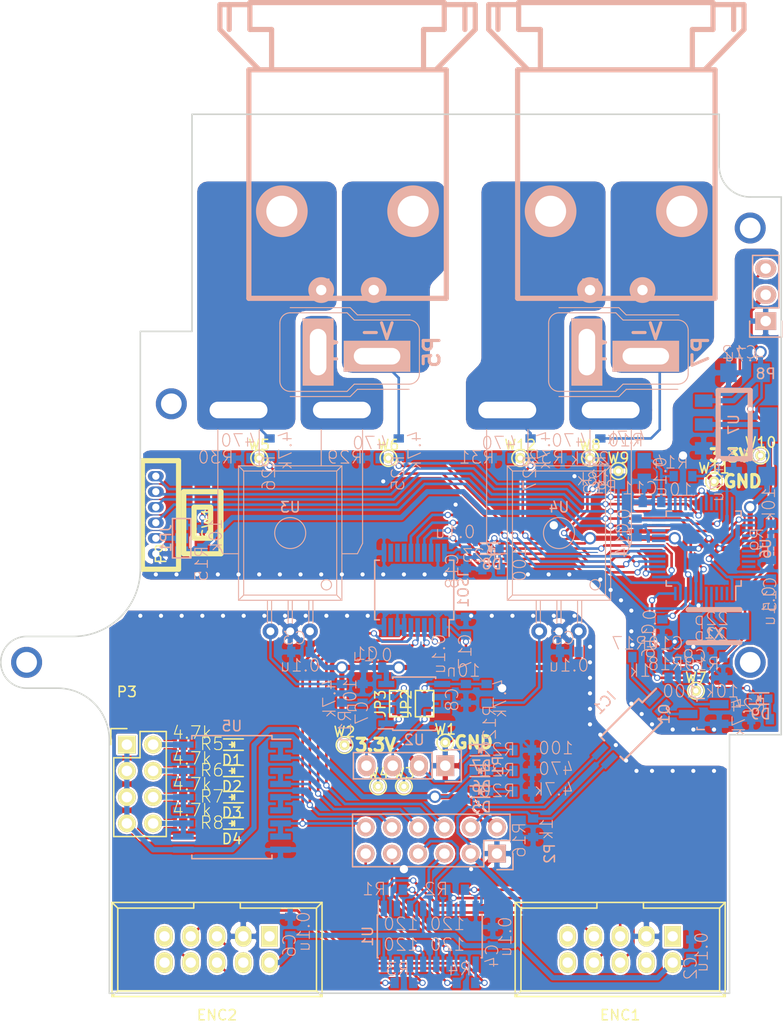
<source format=kicad_pcb>
(kicad_pcb (version 4) (host pcbnew 4.0.5)
  (layers (0 F.Cu signal) (31 B.Cu signal) (34 B.Paste user) (35 F.Paste user) (36 B.SilkS user) (37 F.SilkS user) (38 B.Mask user) (39 F.Mask user) (44 Edge.Cuts user))
  (net 0 "")
  (net 1 +3.3V)
  (net 2 GND)
  (net 3 +5V)
  (net 4 "Net-(C7-Pad1)")
  (net 5 "Net-(C8-Pad1)")
  (net 6 "Net-(D1-Pad2)")
  (net 7 +12V)
  (net 8 "Net-(D2-Pad2)")
  (net 9 "Net-(D3-Pad2)")
  (net 10 "Net-(D4-Pad2)")
  (net 11 /ENC_Aba)
  (net 12 /ENC_Abb)
  (net 13 /ENC_Aaa)
  (net 14 /ENC_Aab)
  (net 15 /ENC_Bba)
  (net 16 /ENC_Bbb)
  (net 17 /ENC_Baa)
  (net 18 /ENC_Bab)
  (net 19 /EXIO_0)
  (net 20 /EXIO_1)
  (net 21 /ENC_Aa)
  (net 22 /VALVE_3)
  (net 23 /ENC_Ab)
  (net 24 /VALVE_2)
  (net 25 /ENC_Ba)
  (net 26 /VALVE_1)
  (net 27 /ENC_Bb)
  (net 28 /VALVE_0)
  (net 29 /OUT_0)
  (net 30 /OUT_1)
  (net 31 /OUT_2)
  (net 32 /OUT_3)
  (net 33 "Net-(P5-Pad1)")
  (net 34 "Net-(P7-Pad1)")
  (net 35 "Net-(R11-Pad1)")
  (net 36 "Net-(R12-Pad1)")
  (net 37 /V_RX)
  (net 38 GNDPWR)
  (net 39 "Net-(C9-Pad2)")
  (net 40 "Net-(C10-Pad2)")
  (net 41 "Net-(C11-Pad1)")
  (net 42 /GD_12V)
  (net 43 /PW_3.3V)
  (net 44 +BATT)
  (net 45 "Net-(JP1-Pad2)")
  (net 46 /SWDCK)
  (net 47 /SWDIO)
  (net 48 /USART_TX)
  (net 49 /USART_RX)
  (net 50 "Net-(R9-Pad1)")
  (net 51 /BATT_IN)
  (net 52 /NRST)
  (net 53 /V_TX)
  (net 54 "Net-(IC1-Pad1)")
  (net 55 "Net-(IC1-Pad2)")
  (net 56 "Net-(Q1-PadG)")
  (net 57 "Net-(D5-Pad2)")
  (net 58 "Net-(D6-Pad2)")
  (net 59 "Net-(D7-Pad2)")
  (net 60 "Net-(D8-Pad2)")
  (net 61 "Net-(D9-Pad2)")
  (net 62 /SPI_NSS)
  (net 63 /SPI_SCK)
  (net 64 /SPI_MISO)
  (net 65 /SPI_MOSI)
  (net 66 /V_1A)
  (net 67 /V_1B)
  (net 68 /V_0A)
  (net 69 /V_0B)
  (net 70 /V1B_IN)
  (net 71 /V1A_IN)
  (net 72 /V0A_IN)
  (net 73 /V0B_IN)
  (module RP_KiCAD_Libs:ACS785xCB (layer B.Cu) (at 28.5 50 180)
    (fp_text reference U3 (at 0 12 180) (layer B.SilkS) (effects (justify mirror)))
    (fp_text value ACS758)
    (pad 1 thru_hole circle (at -1.91 0 180) (size 1.524 1.524) (drill 0.762) (layers *.Cu *.Mask) (net 1 +3.3V))
    (pad 2 thru_hole circle (at 0 0 180) (size 1.524 1.524) (drill 0.762) (layers *.Cu *.Mask) (net 2 GND))
    (pad 3 thru_hole circle (at 1.91 0 180) (size 1.524 1.524) (drill 0.762) (layers *.Cu *.Mask) (net 35 "Net-(R11-Pad1)"))
    (pad 4 thru_hole oval (at 5 21.4 180) (size 8 3.5) (drill oval 5.6 1.6) (layers *.Cu *.Mask) (net 66 /V_1A))
    (pad 5 thru_hole oval (at -5 21.4 180) (size 8 3.5) (drill oval 5.6 1.6) (layers *.Cu *.Mask) (net 33 "Net-(P5-Pad1)"))
  )
  (module RP_KiCAD_Libs:ACS785xCB (layer B.Cu) (at 54.5 50 180)
    (fp_text reference U4 (at 0 12 180) (layer B.SilkS) (effects (justify mirror)))
    (fp_text value ACS758)
    (pad 1 thru_hole circle (at -1.91 0 180) (size 1.524 1.524) (drill 0.762) (layers *.Cu *.Mask) (net 1 +3.3V))
    (pad 2 thru_hole circle (at 0 0 180) (size 1.524 1.524) (drill 0.762) (layers *.Cu *.Mask) (net 2 GND))
    (pad 3 thru_hole circle (at 1.91 0 180) (size 1.524 1.524) (drill 0.762) (layers *.Cu *.Mask) (net 36 "Net-(R12-Pad1)"))
    (pad 4 thru_hole oval (at 5 21.4 180) (size 8 3.5) (drill oval 5.6 1.6) (layers *.Cu *.Mask) (net 68 /V_0A))
    (pad 5 thru_hole oval (at -5 21.4 180) (size 8 3.5) (drill oval 5.6 1.6) (layers *.Cu *.Mask) (net 34 "Net-(P7-Pad1)"))
  )
  (module RP_KiCAD_Libs:C1608_WP (layer B.Cu) (at 36.5 53.5 180)
    (fp_text reference C1 (at -0.635 0.635 180) (layer B.SilkS) (effects (font (size 1.2065 1.2065) (thickness 0.1016)) (justify left bottom mirror)))
    (fp_text value 0.1u (at -2 0.5 180) (layer B.SilkS) (effects (font (size 1.2065 1.2065) (thickness 0.1016)) (justify left bottom mirror)))
    (pad 1 smd rect (at -0.9 0 180) (size 0.8 1) (layers B.Cu B.Paste B.Mask) (net 1 +3.3V))
    (pad 2 smd rect (at 0.9 0 180) (size 0.8 1) (layers B.Cu B.Paste B.Mask) (net 2 GND))
  )
  (module RP_KiCAD_Libs:C1608_WP (layer B.Cu) (at 67.3 80.7 90)
    (fp_text reference C2 (at -0.635 0.635 90) (layer B.SilkS) (effects (font (size 1.2065 1.2065) (thickness 0.1016)) (justify left bottom mirror)))
    (fp_text value 0.1u (at 1.7 1.7 90) (layer B.SilkS) (effects (font (size 1.2065 1.2065) (thickness 0.1016)) (justify left bottom mirror)))
    (pad 1 smd rect (at -0.9 0 90) (size 0.8 1) (layers B.Cu B.Paste B.Mask) (net 3 +5V))
    (pad 2 smd rect (at 0.9 0 90) (size 0.8 1) (layers B.Cu B.Paste B.Mask) (net 2 GND))
  )
  (module RP_KiCAD_Libs:C1608_WP (layer B.Cu) (at 29.5 52 180)
    (fp_text reference C3 (at -0.635 0.635 180) (layer B.SilkS) (effects (font (size 1.2065 1.2065) (thickness 0.1016)) (justify left bottom mirror)))
    (fp_text value 0.1u (at -2 -2 180) (layer B.SilkS) (effects (font (size 1.2065 1.2065) (thickness 0.1016)) (justify left bottom mirror)))
    (pad 1 smd rect (at -0.9 0 180) (size 0.8 1) (layers B.Cu B.Paste B.Mask) (net 1 +3.3V))
    (pad 2 smd rect (at 0.9 0 180) (size 0.8 1) (layers B.Cu B.Paste B.Mask) (net 2 GND))
  )
  (module RP_KiCAD_Libs:C1608_WP (layer B.Cu) (at 48.1 79.5 90)
    (fp_text reference C4 (at -0.635 0.635 90) (layer B.SilkS) (effects (font (size 1.2065 1.2065) (thickness 0.1016)) (justify left bottom mirror)))
    (fp_text value 0.1u (at 2 1.9 90) (layer B.SilkS) (effects (font (size 1.2065 1.2065) (thickness 0.1016)) (justify left bottom mirror)))
    (pad 1 smd rect (at -0.9 0 90) (size 0.8 1) (layers B.Cu B.Paste B.Mask) (net 3 +5V))
    (pad 2 smd rect (at 0.9 0 90) (size 0.8 1) (layers B.Cu B.Paste B.Mask) (net 2 GND))
  )
  (module RP_KiCAD_Libs:C1608_WP (layer B.Cu) (at 55.5 52 180)
    (fp_text reference C5 (at -0.635 0.635 180) (layer B.SilkS) (effects (font (size 1.2065 1.2065) (thickness 0.1016)) (justify left bottom mirror)))
    (fp_text value 0.1u (at -2 -2 180) (layer B.SilkS) (effects (font (size 1.2065 1.2065) (thickness 0.1016)) (justify left bottom mirror)))
    (pad 1 smd rect (at -0.9 0 180) (size 0.8 1) (layers B.Cu B.Paste B.Mask) (net 1 +3.3V))
    (pad 2 smd rect (at 0.9 0 180) (size 0.8 1) (layers B.Cu B.Paste B.Mask) (net 2 GND))
  )
  (module RP_KiCAD_Libs:C1608_WP (layer B.Cu) (at 28.5 78.5 90)
    (fp_text reference C6 (at -0.635 0.635 90) (layer B.SilkS) (effects (font (size 1.2065 1.2065) (thickness 0.1016)) (justify left bottom mirror)))
    (fp_text value 0.1u (at 1.5 2 90) (layer B.SilkS) (effects (font (size 1.2065 1.2065) (thickness 0.1016)) (justify left bottom mirror)))
    (pad 1 smd rect (at -0.9 0 90) (size 0.8 1) (layers B.Cu B.Paste B.Mask) (net 3 +5V))
    (pad 2 smd rect (at 0.9 0 90) (size 0.8 1) (layers B.Cu B.Paste B.Mask) (net 2 GND))
  )
  (module RP_KiCAD_Libs:C1608_WP (layer B.Cu) (at 35.5 56 90)
    (fp_text reference C7 (at -0.635 0.635 90) (layer B.SilkS) (effects (font (size 1.2065 1.2065) (thickness 0.1016)) (justify left bottom mirror)))
    (fp_text value 10n (at 1.5 -0.5 270) (layer B.SilkS) (effects (font (size 1.2065 1.2065) (thickness 0.1016)) (justify left bottom mirror)))
    (pad 1 smd rect (at -0.9 0 90) (size 0.8 1) (layers B.Cu B.Paste B.Mask) (net 4 "Net-(C7-Pad1)"))
    (pad 2 smd rect (at 0.9 0 90) (size 0.8 1) (layers B.Cu B.Paste B.Mask) (net 2 GND))
  )
  (module RP_KiCAD_Libs:C1608_WP (layer B.Cu) (at 45.5 56 270)
    (fp_text reference C8 (at -0.635 0.635 270) (layer B.SilkS) (effects (font (size 1.2065 1.2065) (thickness 0.1016)) (justify left bottom mirror)))
    (fp_text value 10n (at -1.5 -1.5 540) (layer B.SilkS) (effects (font (size 1.2065 1.2065) (thickness 0.1016)) (justify left bottom mirror)))
    (pad 1 smd rect (at -0.9 0 270) (size 0.8 1) (layers B.Cu B.Paste B.Mask) (net 5 "Net-(C8-Pad1)"))
    (pad 2 smd rect (at 0.9 0 270) (size 0.8 1) (layers B.Cu B.Paste B.Mask) (net 2 GND))
  )
  (module LEDs:LED_0603 (layer F.Cu) (at 22.86 60.96 180)
    (fp_text reference D1 (at 0 -1.5 180) (layer F.SilkS))
    (fp_text value LED)
    (pad 2 smd rect (at 0.7493 0) (size 0.79756 0.79756) (layers F.Cu F.Paste F.Mask) (net 6 "Net-(D1-Pad2)"))
    (pad 1 smd rect (at -0.7493 0) (size 0.79756 0.79756) (layers F.Cu F.Paste F.Mask) (net 7 +12V))
  )
  (module LEDs:LED_0603 (layer F.Cu) (at 22.86 63.5 180)
    (fp_text reference D2 (at 0 -1.5 180) (layer F.SilkS))
    (fp_text value LED)
    (pad 2 smd rect (at 0.7493 0) (size 0.79756 0.79756) (layers F.Cu F.Paste F.Mask) (net 8 "Net-(D2-Pad2)"))
    (pad 1 smd rect (at -0.7493 0) (size 0.79756 0.79756) (layers F.Cu F.Paste F.Mask) (net 7 +12V))
  )
  (module LEDs:LED_0603 (layer F.Cu) (at 22.86 66.04 180)
    (fp_text reference D3 (at 0 -1.5 180) (layer F.SilkS))
    (fp_text value LED)
    (pad 2 smd rect (at 0.7493 0) (size 0.79756 0.79756) (layers F.Cu F.Paste F.Mask) (net 9 "Net-(D3-Pad2)"))
    (pad 1 smd rect (at -0.7493 0) (size 0.79756 0.79756) (layers F.Cu F.Paste F.Mask) (net 7 +12V))
  )
  (module LEDs:LED_0603 (layer F.Cu) (at 22.86 68.58 180)
    (fp_text reference D4 (at 0 -1.5 180) (layer F.SilkS))
    (fp_text value LED)
    (pad 2 smd rect (at 0.7493 0) (size 0.79756 0.79756) (layers F.Cu F.Paste F.Mask) (net 10 "Net-(D4-Pad2)"))
    (pad 1 smd rect (at -0.7493 0) (size 0.79756 0.79756) (layers F.Cu F.Paste F.Mask) (net 7 +12V))
  )
  (module RP_KiCAD_Connector:DEF_ENCODER (layer F.Cu) (at 65.5 79.5 180)
    (fp_text reference ENC1 (at 5.08 -7.62 180) (layer F.SilkS))
    (fp_text value RS422_ENCODER)
    (pad 1 thru_hole rect (at 0 0 180) (size 1.6 2) (drill 1) (layers *.Cu *.Mask F.SilkS))
    (pad 2 thru_hole oval (at 0 -2.54 180) (size 1.6 2) (drill 1) (layers *.Cu *.Mask F.SilkS) (net 3 +5V))
    (pad 3 thru_hole oval (at 2.54 0 180) (size 1.6 2) (drill 1) (layers *.Cu *.Mask F.SilkS) (net 2 GND))
    (pad 4 thru_hole oval (at 2.54 -2.54 180) (size 1.6 2) (drill 1) (layers *.Cu *.Mask F.SilkS))
    (pad 5 thru_hole oval (at 5.08 0 180) (size 1.6 2) (drill 1) (layers *.Cu *.Mask F.SilkS) (net 11 /ENC_Aba))
    (pad 6 thru_hole oval (at 5.08 -2.54 180) (size 1.6 2) (drill 1) (layers *.Cu *.Mask F.SilkS) (net 12 /ENC_Abb))
    (pad 7 thru_hole oval (at 7.62 0 180) (size 1.6 2) (drill 1) (layers *.Cu *.Mask F.SilkS) (net 13 /ENC_Aaa))
    (pad 8 thru_hole oval (at 7.62 -2.54 180) (size 1.6 2) (drill 1) (layers *.Cu *.Mask F.SilkS) (net 14 /ENC_Aab))
    (pad 9 thru_hole oval (at 10.16 0 180) (size 1.6 2) (drill 1) (layers *.Cu *.Mask F.SilkS))
    (pad 10 thru_hole oval (at 10.16 -2.54 180) (size 1.6 2) (drill 1) (layers *.Cu *.Mask F.SilkS))
  )
  (module Pin_Headers:Pin_Header_Straight_1x04 (layer B.Cu) (at 43.5 63 90)
    (fp_text reference P1 (at 0 5.1 90) (layer B.SilkS) (effects (justify mirror)))
    (fp_text value CONN_01X04)
    (pad 1 thru_hole rect (at 0 0 90) (size 2.032 1.7272) (drill 1.016) (layers *.Cu *.Mask B.SilkS) (net 2 GND))
    (pad 2 thru_hole oval (at 0 -2.54 90) (size 2.032 1.7272) (drill 1.016) (layers *.Cu *.Mask B.SilkS) (net 1 +3.3V))
    (pad 3 thru_hole oval (at 0 -5.08 90) (size 2.032 1.7272) (drill 1.016) (layers *.Cu *.Mask B.SilkS) (net 19 /EXIO_0))
    (pad 4 thru_hole oval (at 0 -7.62 90) (size 2.032 1.7272) (drill 1.016) (layers *.Cu *.Mask B.SilkS) (net 20 /EXIO_1))
  )
  (module RP_KiCAD_Connector:D-3200S_2L_PW (layer B.Cu) (at 31.5 17)
    (fp_text reference P4 (at 0 -0.5) (layer B.SilkS) (effects (justify mirror)))
    (fp_text value CONN_01X02)
    (pad 1 thru_hole circle (at 0 0) (size 2.5 2.5) (drill 1) (layers *.Cu *.Mask B.SilkS) (net 66 /V_1A))
    (pad 2 thru_hole circle (at 5.08 0) (size 2.5 2.5) (drill 1) (layers *.Cu *.Mask B.SilkS) (net 67 /V_1B))
    (pad 1 thru_hole circle (at -3.81 -7.62) (size 5 5) (drill 3) (layers *.Cu *.Mask B.SilkS) (net 66 /V_1A))
    (pad 2 thru_hole circle (at 8.89 -7.62) (size 5 5) (drill 3) (layers *.Cu *.Mask B.SilkS) (net 67 /V_1B))
  )
  (module RP_KiCAD_Connector:D-3200S_2L_PW (layer B.Cu) (at 57.5 17)
    (fp_text reference P6 (at 0 -0.5) (layer B.SilkS) (effects (justify mirror)))
    (fp_text value CONN_01X02)
    (pad 1 thru_hole circle (at 0 0) (size 2.5 2.5) (drill 1) (layers *.Cu *.Mask B.SilkS) (net 68 /V_0A))
    (pad 2 thru_hole circle (at 5.08 0) (size 2.5 2.5) (drill 1) (layers *.Cu *.Mask B.SilkS) (net 69 /V_0B))
    (pad 1 thru_hole circle (at -3.81 -7.62) (size 5 5) (drill 3) (layers *.Cu *.Mask B.SilkS) (net 68 /V_0A))
    (pad 2 thru_hole circle (at 8.89 -7.62) (size 5 5) (drill 3) (layers *.Cu *.Mask B.SilkS) (net 69 /V_0B))
  )
  (module RP_KiCAD_Libs:C1608_WP (layer B.Cu) (at 38.5 75)
    (fp_text reference R1 (at -0.635 0.635) (layer B.SilkS) (effects (font (size 1.2065 1.2065) (thickness 0.1016)) (justify left bottom mirror)))
    (fp_text value 120 (at 2.5 4) (layer B.SilkS) (effects (font (size 1.2065 1.2065) (thickness 0.1016)) (justify left bottom mirror)))
    (pad 1 smd rect (at -0.9 0) (size 0.8 1) (layers B.Cu B.Paste B.Mask) (net 14 /ENC_Aab))
    (pad 2 smd rect (at 0.9 0) (size 0.8 1) (layers B.Cu B.Paste B.Mask) (net 13 /ENC_Aaa))
  )
  (module RP_KiCAD_Libs:C1608_WP (layer B.Cu) (at 44.5 75)
    (fp_text reference R2 (at -0.635 0.635) (layer B.SilkS) (effects (font (size 1.2065 1.2065) (thickness 0.1016)) (justify left bottom mirror)))
    (fp_text value 120 (at 1 4) (layer B.SilkS) (effects (font (size 1.2065 1.2065) (thickness 0.1016)) (justify left bottom mirror)))
    (pad 1 smd rect (at -0.9 0) (size 0.8 1) (layers B.Cu B.Paste B.Mask) (net 11 /ENC_Aba))
    (pad 2 smd rect (at 0.9 0) (size 0.8 1) (layers B.Cu B.Paste B.Mask) (net 12 /ENC_Abb))
  )
  (module RP_KiCAD_Libs:C1608_WP (layer B.Cu) (at 39.5 84 180)
    (fp_text reference R3 (at -0.635 0.635 180) (layer B.SilkS) (effects (font (size 1.2065 1.2065) (thickness 0.1016)) (justify left bottom mirror)))
    (fp_text value 120 (at -1.5 3 180) (layer B.SilkS) (effects (font (size 1.2065 1.2065) (thickness 0.1016)) (justify left bottom mirror)))
    (pad 1 smd rect (at -0.9 0 180) (size 0.8 1) (layers B.Cu B.Paste B.Mask) (net 15 /ENC_Bba))
    (pad 2 smd rect (at 0.9 0 180) (size 0.8 1) (layers B.Cu B.Paste B.Mask) (net 16 /ENC_Bbb))
  )
  (module RP_KiCAD_Libs:C1608_WP (layer B.Cu) (at 45.5 84 180)
    (fp_text reference R4 (at -0.635 0.635 180) (layer B.SilkS) (effects (font (size 1.2065 1.2065) (thickness 0.1016)) (justify left bottom mirror)))
    (fp_text value 120 (at 0 3 180) (layer B.SilkS) (effects (font (size 1.2065 1.2065) (thickness 0.1016)) (justify left bottom mirror)))
    (pad 1 smd rect (at -0.9 0 180) (size 0.8 1) (layers B.Cu B.Paste B.Mask) (net 18 /ENC_Bab))
    (pad 2 smd rect (at 0.9 0 180) (size 0.8 1) (layers B.Cu B.Paste B.Mask) (net 17 /ENC_Baa))
  )
  (module RP_KiCAD_Libs:C1608_WP (layer F.Cu) (at 19.05 60.96 180)
    (fp_text reference R5 (at -0.635 -0.635 180) (layer F.SilkS) (effects (font (size 1.2065 1.2065) (thickness 0.1016)) (justify left bottom)))
    (fp_text value 4.7k (at 2.05 0.46 180) (layer F.SilkS) (effects (font (size 1.2065 1.2065) (thickness 0.1016)) (justify left bottom)))
    (pad 1 smd rect (at -0.9 0 180) (size 0.8 1) (layers F.Cu F.Paste F.Mask) (net 6 "Net-(D1-Pad2)"))
    (pad 2 smd rect (at 0.9 0 180) (size 0.8 1) (layers F.Cu F.Paste F.Mask) (net 29 /OUT_0))
  )
  (module RP_KiCAD_Libs:C1608_WP (layer F.Cu) (at 19.05 63.5 180)
    (fp_text reference R6 (at -0.635 -0.635 180) (layer F.SilkS) (effects (font (size 1.2065 1.2065) (thickness 0.1016)) (justify left bottom)))
    (fp_text value 4.7k (at 2.05 0.5 180) (layer F.SilkS) (effects (font (size 1.2065 1.2065) (thickness 0.1016)) (justify left bottom)))
    (pad 1 smd rect (at -0.9 0 180) (size 0.8 1) (layers F.Cu F.Paste F.Mask) (net 8 "Net-(D2-Pad2)"))
    (pad 2 smd rect (at 0.9 0 180) (size 0.8 1) (layers F.Cu F.Paste F.Mask) (net 30 /OUT_1))
  )
  (module RP_KiCAD_Libs:C1608_WP (layer F.Cu) (at 19.05 66.04 180)
    (fp_text reference R7 (at -0.635 -0.635 180) (layer F.SilkS) (effects (font (size 1.2065 1.2065) (thickness 0.1016)) (justify left bottom)))
    (fp_text value 4.7k (at 2.05 0.54 180) (layer F.SilkS) (effects (font (size 1.2065 1.2065) (thickness 0.1016)) (justify left bottom)))
    (pad 1 smd rect (at -0.9 0 180) (size 0.8 1) (layers F.Cu F.Paste F.Mask) (net 9 "Net-(D3-Pad2)"))
    (pad 2 smd rect (at 0.9 0 180) (size 0.8 1) (layers F.Cu F.Paste F.Mask) (net 31 /OUT_2))
  )
  (module RP_KiCAD_Libs:C1608_WP (layer F.Cu) (at 19.05 68.58 180)
    (fp_text reference R8 (at -0.635 -0.635 180) (layer F.SilkS) (effects (font (size 1.2065 1.2065) (thickness 0.1016)) (justify left bottom)))
    (fp_text value 4.7k (at 2.05 0.58 180) (layer F.SilkS) (effects (font (size 1.2065 1.2065) (thickness 0.1016)) (justify left bottom)))
    (pad 1 smd rect (at -0.9 0 180) (size 0.8 1) (layers F.Cu F.Paste F.Mask) (net 10 "Net-(D4-Pad2)"))
    (pad 2 smd rect (at 0.9 0 180) (size 0.8 1) (layers F.Cu F.Paste F.Mask) (net 32 /OUT_3))
  )
  (module RP_KiCAD_Libs:C1608_WP (layer B.Cu) (at 33.5 56 270)
    (fp_text reference R11 (at 1.5 -1 270) (layer B.SilkS) (effects (font (size 1.2065 1.2065) (thickness 0.1016)) (justify left bottom mirror)))
    (fp_text value 4.7k (at -1.5 0.5 270) (layer B.SilkS) (effects (font (size 1.2065 1.2065) (thickness 0.1016)) (justify left bottom mirror)))
    (pad 1 smd rect (at -0.9 0 270) (size 0.8 1) (layers B.Cu B.Paste B.Mask) (net 35 "Net-(R11-Pad1)"))
    (pad 2 smd rect (at 0.9 0 270) (size 0.8 1) (layers B.Cu B.Paste B.Mask) (net 4 "Net-(C7-Pad1)"))
  )
  (module RP_KiCAD_Libs:C1608_WP (layer B.Cu) (at 47.5 56 90)
    (fp_text reference R12 (at -1 1 90) (layer B.SilkS) (effects (font (size 1.2065 1.2065) (thickness 0.1016)) (justify left bottom mirror)))
    (fp_text value 4.7k (at 1.5 2 90) (layer B.SilkS) (effects (font (size 1.2065 1.2065) (thickness 0.1016)) (justify left bottom mirror)))
    (pad 1 smd rect (at -0.9 0 90) (size 0.8 1) (layers B.Cu B.Paste B.Mask) (net 36 "Net-(R12-Pad1)"))
    (pad 2 smd rect (at 0.9 0 90) (size 0.8 1) (layers B.Cu B.Paste B.Mask) (net 5 "Net-(C8-Pad1)"))
  )
  (module Housings_SOIC:SOIC-8_3.9x4.9mm_Pitch1.27mm (layer B.Cu) (at 40.5 57)
    (fp_text reference U2 (at 0 3.5) (layer B.SilkS) (effects (justify mirror)))
    (fp_text value LM358)
    (pad 1 smd rect (at -2.7 1.905) (size 1.55 0.6) (layers B.Cu B.Paste B.Mask) (net 20 /EXIO_1))
    (pad 2 smd rect (at -2.7 0.635) (size 1.55 0.6) (layers B.Cu B.Paste B.Mask) (net 20 /EXIO_1))
    (pad 3 smd rect (at -2.7 -0.635) (size 1.55 0.6) (layers B.Cu B.Paste B.Mask) (net 4 "Net-(C7-Pad1)"))
    (pad 4 smd rect (at -2.7 -1.905) (size 1.55 0.6) (layers B.Cu B.Paste B.Mask) (net 1 +3.3V))
    (pad 5 smd rect (at 2.7 -1.905) (size 1.55 0.6) (layers B.Cu B.Paste B.Mask) (net 5 "Net-(C8-Pad1)"))
    (pad 6 smd rect (at 2.7 -0.635) (size 1.55 0.6) (layers B.Cu B.Paste B.Mask) (net 19 /EXIO_0))
    (pad 7 smd rect (at 2.7 0.635) (size 1.55 0.6) (layers B.Cu B.Paste B.Mask) (net 19 /EXIO_0))
    (pad 8 smd rect (at 2.7 1.905) (size 1.55 0.6) (layers B.Cu B.Paste B.Mask) (net 2 GND))
  )
  (module Housings_SOIC:SOIC-18_7.5x11.6mm_Pitch1.27mm (layer B.Cu) (at 22.86 66.04 180)
    (fp_text reference U5 (at 0 6.875 180) (layer B.SilkS) (effects (justify mirror)))
    (fp_text value TBD62083A)
    (pad 1 smd rect (at -4.7 5.08 180) (size 2 0.6) (layers B.Cu B.Paste B.Mask) (net 22 /VALVE_3))
    (pad 2 smd rect (at -4.7 3.81 180) (size 2 0.6) (layers B.Cu B.Paste B.Mask) (net 22 /VALVE_3))
    (pad 3 smd rect (at -4.7 2.54 180) (size 2 0.6) (layers B.Cu B.Paste B.Mask) (net 24 /VALVE_2))
    (pad 4 smd rect (at -4.7 1.27 180) (size 2 0.6) (layers B.Cu B.Paste B.Mask) (net 24 /VALVE_2))
    (pad 5 smd rect (at -4.7 0 180) (size 2 0.6) (layers B.Cu B.Paste B.Mask) (net 26 /VALVE_1))
    (pad 6 smd rect (at -4.7 -1.27 180) (size 2 0.6) (layers B.Cu B.Paste B.Mask) (net 26 /VALVE_1))
    (pad 7 smd rect (at -4.7 -2.54 180) (size 2 0.6) (layers B.Cu B.Paste B.Mask) (net 28 /VALVE_0))
    (pad 8 smd rect (at -4.7 -3.81 180) (size 2 0.6) (layers B.Cu B.Paste B.Mask) (net 28 /VALVE_0))
    (pad 9 smd rect (at -4.7 -5.08 180) (size 2 0.6) (layers B.Cu B.Paste B.Mask) (net 2 GND))
    (pad 10 smd rect (at 4.7 -5.08 180) (size 2 0.6) (layers B.Cu B.Paste B.Mask) (net 7 +12V))
    (pad 11 smd rect (at 4.7 -3.81 180) (size 2 0.6) (layers B.Cu B.Paste B.Mask) (net 32 /OUT_3))
    (pad 12 smd rect (at 4.7 -2.54 180) (size 2 0.6) (layers B.Cu B.Paste B.Mask) (net 32 /OUT_3))
    (pad 13 smd rect (at 4.7 -1.27 180) (size 2 0.6) (layers B.Cu B.Paste B.Mask) (net 31 /OUT_2))
    (pad 14 smd rect (at 4.7 0 180) (size 2 0.6) (layers B.Cu B.Paste B.Mask) (net 31 /OUT_2))
    (pad 15 smd rect (at 4.7 1.27 180) (size 2 0.6) (layers B.Cu B.Paste B.Mask) (net 30 /OUT_1))
    (pad 16 smd rect (at 4.7 2.54 180) (size 2 0.6) (layers B.Cu B.Paste B.Mask) (net 30 /OUT_1))
    (pad 17 smd rect (at 4.7 3.81 180) (size 2 0.6) (layers B.Cu B.Paste B.Mask) (net 29 /OUT_0))
    (pad 18 smd rect (at 4.7 5.08 180) (size 2 0.6) (layers B.Cu B.Paste B.Mask) (net 29 /OUT_0))
  )
  (module Pin_Headers:Pin_Header_Straight_2x06 (layer B.Cu) (at 48.5 71.5 90)
    (fp_text reference P2 (at 0 5.1 90) (layer B.SilkS) (effects (justify mirror)))
    (fp_text value CONN_02X06)
    (pad 1 thru_hole rect (at 0 0 90) (size 1.7272 1.7272) (drill 1.016) (layers *.Cu *.Mask B.SilkS) (net 2 GND))
    (pad 2 thru_hole oval (at 2.54 0 90) (size 1.7272 1.7272) (drill 1.016) (layers *.Cu *.Mask B.SilkS) (net 7 +12V))
    (pad 3 thru_hole oval (at 0 -2.54 90) (size 1.7272 1.7272) (drill 1.016) (layers *.Cu *.Mask B.SilkS) (net 3 +5V))
    (pad 4 thru_hole oval (at 2.54 -2.54 90) (size 1.7272 1.7272) (drill 1.016) (layers *.Cu *.Mask B.SilkS) (net 37 /V_RX))
    (pad 5 thru_hole oval (at 0 -5.08 90) (size 1.7272 1.7272) (drill 1.016) (layers *.Cu *.Mask B.SilkS) (net 21 /ENC_Aa))
    (pad 6 thru_hole oval (at 2.54 -5.08 90) (size 1.7272 1.7272) (drill 1.016) (layers *.Cu *.Mask B.SilkS) (net 22 /VALVE_3))
    (pad 7 thru_hole oval (at 0 -7.62 90) (size 1.7272 1.7272) (drill 1.016) (layers *.Cu *.Mask B.SilkS) (net 23 /ENC_Ab))
    (pad 8 thru_hole oval (at 2.54 -7.62 90) (size 1.7272 1.7272) (drill 1.016) (layers *.Cu *.Mask B.SilkS) (net 24 /VALVE_2))
    (pad 9 thru_hole oval (at 0 -10.16 90) (size 1.7272 1.7272) (drill 1.016) (layers *.Cu *.Mask B.SilkS) (net 25 /ENC_Ba))
    (pad 10 thru_hole oval (at 2.54 -10.16 90) (size 1.7272 1.7272) (drill 1.016) (layers *.Cu *.Mask B.SilkS) (net 26 /VALVE_1))
    (pad 11 thru_hole oval (at 0 -12.7 90) (size 1.7272 1.7272) (drill 1.016) (layers *.Cu *.Mask B.SilkS) (net 27 /ENC_Bb))
    (pad 12 thru_hole oval (at 2.54 -12.7 90) (size 1.7272 1.7272) (drill 1.016) (layers *.Cu *.Mask B.SilkS) (net 28 /VALVE_0))
  )
  (module Pin_Headers:Pin_Header_Straight_2x04 (layer F.Cu) (at 12.7 60.96)
    (fp_text reference P3 (at 0 -5.1) (layer F.SilkS))
    (fp_text value CONN_02X04)
    (pad 1 thru_hole rect (at 0 0) (size 1.7272 1.7272) (drill 1.016) (layers *.Cu *.Mask F.SilkS) (net 7 +12V))
    (pad 2 thru_hole oval (at 2.54 0) (size 1.7272 1.7272) (drill 1.016) (layers *.Cu *.Mask F.SilkS) (net 29 /OUT_0))
    (pad 3 thru_hole oval (at 0 2.54) (size 1.7272 1.7272) (drill 1.016) (layers *.Cu *.Mask F.SilkS) (net 7 +12V))
    (pad 4 thru_hole oval (at 2.54 2.54) (size 1.7272 1.7272) (drill 1.016) (layers *.Cu *.Mask F.SilkS) (net 30 /OUT_1))
    (pad 5 thru_hole oval (at 0 5.08) (size 1.7272 1.7272) (drill 1.016) (layers *.Cu *.Mask F.SilkS) (net 7 +12V))
    (pad 6 thru_hole oval (at 2.54 5.08) (size 1.7272 1.7272) (drill 1.016) (layers *.Cu *.Mask F.SilkS) (net 31 /OUT_2))
    (pad 7 thru_hole oval (at 0 7.62) (size 1.7272 1.7272) (drill 1.016) (layers *.Cu *.Mask F.SilkS) (net 7 +12V))
    (pad 8 thru_hole oval (at 2.54 7.62) (size 1.7272 1.7272) (drill 1.016) (layers *.Cu *.Mask F.SilkS) (net 32 /OUT_3))
  )
  (module RP_KiCAD_Libs:C1608_WP (layer B.Cu) (at 69.5 52.5)
    (fp_text reference C9 (at -0.635 0.635) (layer B.SilkS) (effects (font (size 1.2065 1.2065) (thickness 0.1016)) (justify left bottom mirror)))
    (fp_text value 22p (at 1.5 -3 180) (layer B.SilkS) (effects (font (size 1.2065 1.2065) (thickness 0.1016)) (justify left bottom mirror)))
    (pad 1 smd rect (at -0.9 0) (size 0.8 1) (layers B.Cu B.Paste B.Mask) (net 38 GNDPWR))
    (pad 2 smd rect (at 0.9 0) (size 0.8 1) (layers B.Cu B.Paste B.Mask) (net 39 "Net-(C9-Pad2)"))
  )
  (module RP_KiCAD_Libs:C1608_WP (layer B.Cu) (at 66 52.5 180)
    (fp_text reference C10 (at -0.635 0.635 180) (layer B.SilkS) (effects (font (size 1.2065 1.2065) (thickness 0.1016)) (justify left bottom mirror)))
    (fp_text value 22p (at -5 1.5 180) (layer B.SilkS) (effects (font (size 1.2065 1.2065) (thickness 0.1016)) (justify left bottom mirror)))
    (pad 1 smd rect (at -0.9 0 180) (size 0.8 1) (layers B.Cu B.Paste B.Mask) (net 38 GNDPWR))
    (pad 2 smd rect (at 0.9 0 180) (size 0.8 1) (layers B.Cu B.Paste B.Mask) (net 40 "Net-(C10-Pad2)"))
  )
  (module RP_KiCAD_Libs:C1608_WP (layer B.Cu) (at 63.5 37.5 180)
    (fp_text reference C11 (at -0.635 0.635 180) (layer B.SilkS) (effects (font (size 1.2065 1.2065) (thickness 0.1016)) (justify left bottom mirror)))
    (fp_text value 0.1u (at -1.5 4.5 450) (layer B.SilkS) (effects (font (size 1.2065 1.2065) (thickness 0.1016)) (justify left bottom mirror)))
    (pad 1 smd rect (at -0.9 0 180) (size 0.8 1) (layers B.Cu B.Paste B.Mask) (net 41 "Net-(C11-Pad1)"))
    (pad 2 smd rect (at 0.9 0 180) (size 0.8 1) (layers B.Cu B.Paste B.Mask) (net 38 GNDPWR))
  )
  (module RP_KiCAD_Libs:C1608_WP (layer B.Cu) (at 62 40 270)
    (fp_text reference C14 (at -0.635 0.635 270) (layer B.SilkS) (effects (font (size 1.2065 1.2065) (thickness 0.1016)) (justify left bottom mirror)))
    (fp_text value 0.1u (at -2 0.5 270) (layer B.SilkS) (effects (font (size 1.2065 1.2065) (thickness 0.1016)) (justify left bottom mirror)))
    (pad 1 smd rect (at -0.9 0 270) (size 0.8 1) (layers B.Cu B.Paste B.Mask) (net 43 /PW_3.3V))
    (pad 2 smd rect (at 0.9 0 270) (size 0.8 1) (layers B.Cu B.Paste B.Mask) (net 38 GNDPWR))
  )
  (module RP_KiCAD_Connector:ZH_6T (layer F.Cu) (at 15.5 42.5 90)
    (fp_text reference P9 (at 0 0.5 90) (layer F.SilkS))
    (fp_text value CONN_01X06)
    (pad 1 thru_hole oval (at 0 0 90) (size 1 1.524) (drill 0.7) (layers *.Cu *.Mask) (net 38 GNDPWR))
    (pad 2 thru_hole oval (at 1.5 0 90) (size 1 1.524) (drill 0.7) (layers *.Cu *.Mask) (net 45 "Net-(JP1-Pad2)"))
    (pad 3 thru_hole oval (at 3 0 90) (size 1 1.524) (drill 0.7) (layers *.Cu *.Mask) (net 46 /SWDCK))
    (pad 4 thru_hole oval (at 4.5 0 90) (size 1 1.524) (drill 0.7) (layers *.Cu *.Mask) (net 47 /SWDIO))
    (pad 5 thru_hole oval (at 6 0 90) (size 1 1.524) (drill 0.7) (layers *.Cu *.Mask) (net 48 /USART_TX))
    (pad 6 thru_hole oval (at 7.5 0 90) (size 1 1.524) (drill 0.7) (layers *.Cu *.Mask) (net 49 /USART_RX))
  )
  (module RP_KiCAD_Libs:C1608_WP (layer B.Cu) (at 75 40.5 270)
    (fp_text reference R9 (at -0.635 0.635 270) (layer B.SilkS) (effects (font (size 1.2065 1.2065) (thickness 0.1016)) (justify left bottom mirror)))
    (fp_text value 10k (at -4.5 -0.5 270) (layer B.SilkS) (effects (font (size 1.2065 1.2065) (thickness 0.1016)) (justify left bottom mirror)))
    (pad 1 smd rect (at -0.9 0 270) (size 0.8 1) (layers B.Cu B.Paste B.Mask) (net 50 "Net-(R9-Pad1)"))
    (pad 2 smd rect (at 0.9 0 270) (size 0.8 1) (layers B.Cu B.Paste B.Mask) (net 38 GNDPWR))
  )
  (module RP_KiCAD_Libs:C2012 (layer B.Cu) (at 61.5 33.5 180)
    (fp_text reference R10 (at -1.27 1.27 180) (layer B.SilkS) (effects (font (size 1.2065 1.2065) (thickness 0.1016)) (justify left bottom mirror)))
    (fp_text value 18k (at 2 -2.5 180) (layer B.SilkS) (effects (font (size 1.2065 1.2065) (thickness 0.1016)) (justify left bottom mirror)))
    (pad 1 smd rect (at -1.25 0 180) (size 1.3 1.5) (layers B.Cu B.Paste B.Mask) (net 41 "Net-(C11-Pad1)"))
    (pad 2 smd rect (at 1.25 0 180) (size 1.3 1.5) (layers B.Cu B.Paste B.Mask) (net 51 /BATT_IN))
  )
  (module RP_KiCAD_Libs:C2012 (layer B.Cu) (at 61.5 35.5)
    (fp_text reference R13 (at -1.27 1.27) (layer B.SilkS) (effects (font (size 1.2065 1.2065) (thickness 0.1016)) (justify left bottom mirror)))
    (fp_text value 2.2k (at -2 -1.5) (layer B.SilkS) (effects (font (size 1.2065 1.2065) (thickness 0.1016)) (justify left bottom mirror)))
    (pad 1 smd rect (at -1.25 0) (size 1.3 1.5) (layers B.Cu B.Paste B.Mask) (net 51 /BATT_IN))
    (pad 2 smd rect (at 1.25 0) (size 1.3 1.5) (layers B.Cu B.Paste B.Mask) (net 38 GNDPWR))
  )
  (module RP_KiCAD_Libs:C1608_WP (layer B.Cu) (at 20 41 90)
    (fp_text reference R15 (at -0.635 0.635 90) (layer B.SilkS) (effects (font (size 1.2065 1.2065) (thickness 0.1016)) (justify left bottom mirror)))
    (fp_text value 10k (at 2 2 90) (layer B.SilkS) (effects (font (size 1.2065 1.2065) (thickness 0.1016)) (justify left bottom mirror)))
    (pad 1 smd rect (at -0.9 0 90) (size 0.8 1) (layers B.Cu B.Paste B.Mask) (net 43 /PW_3.3V))
    (pad 2 smd rect (at 0.9 0 90) (size 0.8 1) (layers B.Cu B.Paste B.Mask) (net 52 /NRST))
  )
  (module TO_SOT_Packages_SMD:SOT-223_reg (layer B.Cu) (at 68.5 30 90)
    (fp_text reference U7 (at 0 2.9 90) (layer B.SilkS) (effects (justify mirror)))
    (fp_text value NCP1117ST33T3G)
    (pad 1 smd rect (at -2.3 0 90) (size 1.2 1.7) (layers B.Cu B.Paste B.Mask) (net 38 GNDPWR))
    (pad 2 smd rect (at 0 0 90) (size 1.2 1.7) (layers B.Cu B.Paste B.Mask) (net 43 /PW_3.3V))
    (pad 3 smd rect (at 2.3 0 90) (size 1.2 1.7) (layers B.Cu B.Paste B.Mask) (net 42 /GD_12V))
    (pad 2 smd rect (at 0 6.3 90) (size 3.3 1.7) (layers B.Cu B.Paste B.Mask) (net 43 /PW_3.3V))
  )
  (module Crystals:ABM3_2pads (layer B.Cu) (at 69.5 49.5 180)
    (fp_text reference X1 (at 0 -0.7 180) (layer B.SilkS) (effects (justify mirror)))
    (fp_text value CRYSTAL)
    (pad 1 smd rect (at -2.3 0 180) (size 2.2 2.6) (layers B.Cu B.Paste B.Mask) (net 39 "Net-(C9-Pad2)"))
    (pad 2 smd rect (at 2.3 0 180) (size 2 2.6) (layers B.Cu B.Paste B.Mask) (net 40 "Net-(C10-Pad2)"))
  )
  (module Connect:GS3 (layer B.Cu) (at 18 41 180)
    (fp_text reference JP1 (at 1.524 0 450) (layer B.SilkS) (effects (justify mirror)))
    (fp_text value JUMPER3)
    (pad 1 smd rect (at 0 1.27 180) (size 1.27 0.9652) (layers B.Cu B.Paste B.Mask) (net 52 /NRST))
    (pad 2 smd rect (at 0 0 180) (size 1.27 0.9652) (layers B.Cu B.Paste B.Mask) (net 45 "Net-(JP1-Pad2)"))
    (pad 3 smd rect (at 0 -1.27 180) (size 1.27 0.9652) (layers B.Cu B.Paste B.Mask) (net 43 /PW_3.3V))
  )
  (module Housings_SOIC:SOIC-16_3.9x9.9mm_Pitch1.27mm (layer B.Cu) (at 42 79.5 270)
    (fp_text reference U1 (at 0 6 270) (layer B.SilkS) (effects (justify mirror)))
    (fp_text value SN75175)
    (pad 1 smd rect (at -2.7 4.445 270) (size 1.5 0.6) (layers B.Cu B.Paste B.Mask) (net 14 /ENC_Aab))
    (pad 2 smd rect (at -2.7 3.175 270) (size 1.5 0.6) (layers B.Cu B.Paste B.Mask) (net 13 /ENC_Aaa))
    (pad 3 smd rect (at -2.7 1.905 270) (size 1.5 0.6) (layers B.Cu B.Paste B.Mask) (net 21 /ENC_Aa))
    (pad 4 smd rect (at -2.7 0.635 270) (size 1.5 0.6) (layers B.Cu B.Paste B.Mask) (net 3 +5V))
    (pad 5 smd rect (at -2.7 -0.635 270) (size 1.5 0.6) (layers B.Cu B.Paste B.Mask) (net 23 /ENC_Ab))
    (pad 6 smd rect (at -2.7 -1.905 270) (size 1.5 0.6) (layers B.Cu B.Paste B.Mask) (net 11 /ENC_Aba))
    (pad 7 smd rect (at -2.7 -3.175 270) (size 1.5 0.6) (layers B.Cu B.Paste B.Mask) (net 12 /ENC_Abb))
    (pad 8 smd rect (at -2.7 -4.445 270) (size 1.5 0.6) (layers B.Cu B.Paste B.Mask) (net 2 GND))
    (pad 9 smd rect (at 2.7 -4.445 270) (size 1.5 0.6) (layers B.Cu B.Paste B.Mask) (net 18 /ENC_Bab))
    (pad 10 smd rect (at 2.7 -3.175 270) (size 1.5 0.6) (layers B.Cu B.Paste B.Mask) (net 17 /ENC_Baa))
    (pad 11 smd rect (at 2.7 -1.905 270) (size 1.5 0.6) (layers B.Cu B.Paste B.Mask) (net 25 /ENC_Ba))
    (pad 12 smd rect (at 2.7 -0.635 270) (size 1.5 0.6) (layers B.Cu B.Paste B.Mask) (net 3 +5V))
    (pad 13 smd rect (at 2.7 0.635 270) (size 1.5 0.6) (layers B.Cu B.Paste B.Mask) (net 27 /ENC_Bb))
    (pad 14 smd rect (at 2.7 1.905 270) (size 1.5 0.6) (layers B.Cu B.Paste B.Mask) (net 15 /ENC_Bba))
    (pad 15 smd rect (at 2.7 3.175 270) (size 1.5 0.6) (layers B.Cu B.Paste B.Mask) (net 16 /ENC_Bbb))
    (pad 16 smd rect (at 2.7 4.445 270) (size 1.5 0.6) (layers B.Cu B.Paste B.Mask) (net 3 +5V))
  )
  (module TO_SOT_Packages_SMD:SOT-23_Handsoldering (layer B.Cu) (at 68.5 58 270)
    (fp_text reference Q1 (at 0 3.81 270) (layer B.SilkS) (effects (justify mirror)))
    (fp_text value MOSFET_N)
    (pad G smd rect (at -0.95 -1.50114 270) (size 0.8001 1.80086) (layers B.Cu B.Paste B.Mask) (net 56 "Net-(Q1-PadG)"))
    (pad S smd rect (at 0.95 -1.50114 270) (size 0.8001 1.80086) (layers B.Cu B.Paste B.Mask) (net 38 GNDPWR))
    (pad D smd rect (at 0 1.50114 270) (size 0.8001 1.80086) (layers B.Cu B.Paste B.Mask) (net 55 "Net-(IC1-Pad2)"))
  )
  (module RP_KiCAD_Libs:C1608_WP (layer B.Cu) (at 52 69 270)
    (fp_text reference R16 (at -0.635 0.635 270) (layer B.SilkS) (effects (font (size 1.2065 1.2065) (thickness 0.1016)) (justify left bottom mirror)))
    (fp_text value 1k (at -1 -2 270) (layer B.SilkS) (effects (font (size 1.2065 1.2065) (thickness 0.1016)) (justify left bottom mirror)))
    (pad 1 smd rect (at -0.9 0 270) (size 0.8 1) (layers B.Cu B.Paste B.Mask) (net 37 /V_RX))
    (pad 2 smd rect (at 0.9 0 270) (size 0.8 1) (layers B.Cu B.Paste B.Mask) (net 2 GND))
  )
  (module RP_KiCAD_Libs:C1608_WP (layer B.Cu) (at 62.5 52.5 180)
    (fp_text reference R17 (at -0.635 0.635 180) (layer B.SilkS) (effects (font (size 1.2065 1.2065) (thickness 0.1016)) (justify left bottom mirror)))
    (fp_text value 1k (at -1 -2 180) (layer B.SilkS) (effects (font (size 1.2065 1.2065) (thickness 0.1016)) (justify left bottom mirror)))
    (pad 1 smd rect (at -0.9 0 180) (size 0.8 1) (layers B.Cu B.Paste B.Mask) (net 42 /GD_12V))
    (pad 2 smd rect (at 0.9 0 180) (size 0.8 1) (layers B.Cu B.Paste B.Mask) (net 54 "Net-(IC1-Pad1)"))
  )
  (module RP_KiCAD_Libs:C1608_WP (layer B.Cu) (at 66 54.5 180)
    (fp_text reference R18 (at -0.635 0.635 180) (layer B.SilkS) (effects (font (size 1.2065 1.2065) (thickness 0.1016)) (justify left bottom mirror)))
    (fp_text value 100 (at -2 -2 180) (layer B.SilkS) (effects (font (size 1.2065 1.2065) (thickness 0.1016)) (justify left bottom mirror)))
    (pad 1 smd rect (at -0.9 0 180) (size 0.8 1) (layers B.Cu B.Paste B.Mask) (net 53 /V_TX))
    (pad 2 smd rect (at 0.9 0 180) (size 0.8 1) (layers B.Cu B.Paste B.Mask) (net 56 "Net-(Q1-PadG)"))
  )
  (module RP_KiCAD_Libs:C1608_WP (layer B.Cu) (at 69.5 54.5 180)
    (fp_text reference R19 (at -0.635 0.635 180) (layer B.SilkS) (effects (font (size 1.2065 1.2065) (thickness 0.1016)) (justify left bottom mirror)))
    (fp_text value 10k (at -2.5 -2 180) (layer B.SilkS) (effects (font (size 1.2065 1.2065) (thickness 0.1016)) (justify left bottom mirror)))
    (pad 1 smd rect (at -0.9 0 180) (size 0.8 1) (layers B.Cu B.Paste B.Mask) (net 38 GNDPWR))
    (pad 2 smd rect (at 0.9 0 180) (size 0.8 1) (layers B.Cu B.Paste B.Mask) (net 53 /V_TX))
  )
  (module Housings_SOIC:SOIJ-4_5.3x5.3mm_Pitch1.27mm (layer B.Cu) (at 61.5 59.5 225)
    (fp_text reference IC1 (at 0 3.68 225) (layer B.SilkS) (effects (justify mirror)))
    (fp_text value TLP291)
    (pad 1 smd rect (at -3.65 0.635 225) (size 1.7 0.65) (layers B.Cu B.Paste B.Mask) (net 54 "Net-(IC1-Pad1)"))
    (pad 2 smd rect (at -3.65 -0.635 225) (size 1.7 0.65) (layers B.Cu B.Paste B.Mask) (net 55 "Net-(IC1-Pad2)"))
    (pad 3 smd rect (at 3.65 -0.635 225) (size 1.7 0.65) (layers B.Cu B.Paste B.Mask) (net 37 /V_RX))
    (pad 4 smd rect (at 3.65 0.635 225) (size 1.7 0.65) (layers B.Cu B.Paste B.Mask) (net 3 +5V))
  )
  (module RP_KiCAD_Libs:C3216 (layer B.Cu) (at 72.5 25 180)
    (fp_text reference C12 (at -1.27 1.27 180) (layer B.SilkS) (effects (font (size 1.2065 1.2065) (thickness 0.1016)) (justify left bottom mirror)))
    (fp_text value 4.7u (at -2 1 180) (layer B.SilkS) (effects (font (size 1.2065 1.2065) (thickness 0.1016)) (justify left bottom mirror)))
    (pad 1 smd rect (at -1.6 0 180) (size 1.6 1.8) (layers B.Cu B.Paste B.Mask) (net 42 /GD_12V))
    (pad 2 smd rect (at 1.6 0 180) (size 1.6 1.8) (layers B.Cu B.Paste B.Mask) (net 38 GNDPWR))
  )
  (module RP_KiCAD_Libs:C3216 (layer B.Cu) (at 73 35 180)
    (fp_text reference C13 (at -1.27 1.27 180) (layer B.SilkS) (effects (font (size 1.2065 1.2065) (thickness 0.1016)) (justify left bottom mirror)))
    (fp_text value 4.7u (at 2.5 1.5 270) (layer B.SilkS) (effects (font (size 1.2065 1.2065) (thickness 0.1016)) (justify left bottom mirror)))
    (pad 1 smd rect (at -1.6 0 180) (size 1.6 1.8) (layers B.Cu B.Paste B.Mask) (net 43 /PW_3.3V))
    (pad 2 smd rect (at 1.6 0 180) (size 1.6 1.8) (layers B.Cu B.Paste B.Mask) (net 38 GNDPWR))
  )
  (module RP_KiCAD_Libs:C1608_WP (layer B.Cu) (at 75 44 90)
    (fp_text reference C15 (at -0.635 0.635 90) (layer B.SilkS) (effects (font (size 1.2065 1.2065) (thickness 0.1016)) (justify left bottom mirror)))
    (fp_text value 0.1u (at -1.5 0.5 90) (layer B.SilkS) (effects (font (size 1.2065 1.2065) (thickness 0.1016)) (justify left bottom mirror)))
    (pad 1 smd rect (at -0.9 0 90) (size 0.8 1) (layers B.Cu B.Paste B.Mask) (net 43 /PW_3.3V))
    (pad 2 smd rect (at 0.9 0 90) (size 0.8 1) (layers B.Cu B.Paste B.Mask) (net 38 GNDPWR))
  )
  (module RP_KiCAD_Libs:C1608_WP (layer B.Cu) (at 64.5 49.75 270)
    (fp_text reference C16 (at -0.635 0.635 270) (layer B.SilkS) (effects (font (size 1.2065 1.2065) (thickness 0.1016)) (justify left bottom mirror)))
    (fp_text value 0.1u (at -2 0.5 270) (layer B.SilkS) (effects (font (size 1.2065 1.2065) (thickness 0.1016)) (justify left bottom mirror)))
    (pad 1 smd rect (at -0.9 0 270) (size 0.8 1) (layers B.Cu B.Paste B.Mask) (net 43 /PW_3.3V))
    (pad 2 smd rect (at 0.9 0 270) (size 0.8 1) (layers B.Cu B.Paste B.Mask) (net 38 GNDPWR))
  )
  (module Housings_QFP:LQFP-48_7x7mm_Pitch0.5mm (layer B.Cu) (at 68.5 42 90)
    (fp_text reference U6 (at 0 6 90) (layer B.SilkS) (effects (justify mirror)))
    (fp_text value STM32F103_48)
    (pad 1 smd rect (at -4.35 2.75 90) (size 1.3 0.25) (layers B.Cu B.Paste B.Mask) (net 43 /PW_3.3V))
    (pad 2 smd rect (at -4.35 2.25 90) (size 1.3 0.25) (layers B.Cu B.Paste B.Mask))
    (pad 3 smd rect (at -4.35 1.75 90) (size 1.3 0.25) (layers B.Cu B.Paste B.Mask))
    (pad 4 smd rect (at -4.35 1.25 90) (size 1.3 0.25) (layers B.Cu B.Paste B.Mask))
    (pad 5 smd rect (at -4.35 0.75 90) (size 1.3 0.25) (layers B.Cu B.Paste B.Mask) (net 39 "Net-(C9-Pad2)"))
    (pad 6 smd rect (at -4.35 0.25 90) (size 1.3 0.25) (layers B.Cu B.Paste B.Mask) (net 40 "Net-(C10-Pad2)"))
    (pad 7 smd rect (at -4.35 -0.25 90) (size 1.3 0.25) (layers B.Cu B.Paste B.Mask) (net 52 /NRST))
    (pad 8 smd rect (at -4.35 -0.75 90) (size 1.3 0.25) (layers B.Cu B.Paste B.Mask) (net 38 GNDPWR))
    (pad 9 smd rect (at -4.35 -1.25 90) (size 1.3 0.25) (layers B.Cu B.Paste B.Mask) (net 43 /PW_3.3V))
    (pad 10 smd rect (at -4.35 -1.75 90) (size 1.3 0.25) (layers B.Cu B.Paste B.Mask) (net 71 /V1A_IN))
    (pad 11 smd rect (at -4.35 -2.25 90) (size 1.3 0.25) (layers B.Cu B.Paste B.Mask) (net 70 /V1B_IN))
    (pad 12 smd rect (at -4.35 -2.75 90) (size 1.3 0.25) (layers B.Cu B.Paste B.Mask) (net 53 /V_TX))
    (pad 13 smd rect (at -2.75 -4.35) (size 1.3 0.25) (layers B.Cu B.Paste B.Mask) (net 73 /V0B_IN))
    (pad 14 smd rect (at -2.25 -4.35) (size 1.3 0.25) (layers B.Cu B.Paste B.Mask) (net 62 /SPI_NSS))
    (pad 15 smd rect (at -1.75 -4.35) (size 1.3 0.25) (layers B.Cu B.Paste B.Mask) (net 63 /SPI_SCK))
    (pad 16 smd rect (at -1.25 -4.35) (size 1.3 0.25) (layers B.Cu B.Paste B.Mask) (net 64 /SPI_MISO))
    (pad 17 smd rect (at -0.75 -4.35) (size 1.3 0.25) (layers B.Cu B.Paste B.Mask) (net 65 /SPI_MOSI))
    (pad 18 smd rect (at -0.25 -4.35) (size 1.3 0.25) (layers B.Cu B.Paste B.Mask))
    (pad 19 smd rect (at 0.25 -4.35) (size 1.3 0.25) (layers B.Cu B.Paste B.Mask) (net 51 /BATT_IN))
    (pad 20 smd rect (at 0.75 -4.35) (size 1.3 0.25) (layers B.Cu B.Paste B.Mask))
    (pad 21 smd rect (at 1.25 -4.35) (size 1.3 0.25) (layers B.Cu B.Paste B.Mask))
    (pad 22 smd rect (at 1.75 -4.35) (size 1.3 0.25) (layers B.Cu B.Paste B.Mask))
    (pad 23 smd rect (at 2.25 -4.35) (size 1.3 0.25) (layers B.Cu B.Paste B.Mask) (net 38 GNDPWR))
    (pad 24 smd rect (at 2.75 -4.35) (size 1.3 0.25) (layers B.Cu B.Paste B.Mask) (net 43 /PW_3.3V))
    (pad 25 smd rect (at 4.35 -2.75 90) (size 1.3 0.25) (layers B.Cu B.Paste B.Mask))
    (pad 26 smd rect (at 4.35 -2.25 90) (size 1.3 0.25) (layers B.Cu B.Paste B.Mask))
    (pad 27 smd rect (at 4.35 -1.75 90) (size 1.3 0.25) (layers B.Cu B.Paste B.Mask))
    (pad 28 smd rect (at 4.35 -1.25 90) (size 1.3 0.25) (layers B.Cu B.Paste B.Mask))
    (pad 29 smd rect (at 4.35 -0.75 90) (size 1.3 0.25) (layers B.Cu B.Paste B.Mask))
    (pad 30 smd rect (at 4.35 -0.25 90) (size 1.3 0.25) (layers B.Cu B.Paste B.Mask) (net 48 /USART_TX))
    (pad 31 smd rect (at 4.35 0.25 90) (size 1.3 0.25) (layers B.Cu B.Paste B.Mask) (net 49 /USART_RX))
    (pad 32 smd rect (at 4.35 0.75 90) (size 1.3 0.25) (layers B.Cu B.Paste B.Mask))
    (pad 33 smd rect (at 4.35 1.25 90) (size 1.3 0.25) (layers B.Cu B.Paste B.Mask))
    (pad 34 smd rect (at 4.35 1.75 90) (size 1.3 0.25) (layers B.Cu B.Paste B.Mask) (net 47 /SWDIO))
    (pad 35 smd rect (at 4.35 2.25 90) (size 1.3 0.25) (layers B.Cu B.Paste B.Mask) (net 38 GNDPWR))
    (pad 36 smd rect (at 4.35 2.75 90) (size 1.3 0.25) (layers B.Cu B.Paste B.Mask) (net 43 /PW_3.3V))
    (pad 37 smd rect (at 2.75 4.35) (size 1.3 0.25) (layers B.Cu B.Paste B.Mask) (net 46 /SWDCK))
    (pad 38 smd rect (at 2.25 4.35) (size 1.3 0.25) (layers B.Cu B.Paste B.Mask))
    (pad 39 smd rect (at 1.75 4.35) (size 1.3 0.25) (layers B.Cu B.Paste B.Mask))
    (pad 40 smd rect (at 1.25 4.35) (size 1.3 0.25) (layers B.Cu B.Paste B.Mask))
    (pad 41 smd rect (at 0.75 4.35) (size 1.3 0.25) (layers B.Cu B.Paste B.Mask))
    (pad 42 smd rect (at 0.25 4.35) (size 1.3 0.25) (layers B.Cu B.Paste B.Mask))
    (pad 43 smd rect (at -0.25 4.35) (size 1.3 0.25) (layers B.Cu B.Paste B.Mask))
    (pad 44 smd rect (at -0.75 4.35) (size 1.3 0.25) (layers B.Cu B.Paste B.Mask) (net 50 "Net-(R9-Pad1)"))
    (pad 45 smd rect (at -1.25 4.35) (size 1.3 0.25) (layers B.Cu B.Paste B.Mask))
    (pad 46 smd rect (at -1.75 4.35) (size 1.3 0.25) (layers B.Cu B.Paste B.Mask))
    (pad 47 smd rect (at -2.25 4.35) (size 1.3 0.25) (layers B.Cu B.Paste B.Mask) (net 38 GNDPWR))
    (pad 48 smd rect (at -2.75 4.35) (size 1.3 0.25) (layers B.Cu B.Paste B.Mask) (net 43 /PW_3.3V))
  )
  (module Connect:GS2 (layer F.Cu) (at 41.5 57 180)
    (fp_text reference JP2 (at 1.778 0 270) (layer F.SilkS))
    (fp_text value JUMPER)
    (pad 1 smd rect (at 0 -0.635 180) (size 1.27 0.9652) (layers F.Cu F.Paste F.Mask) (net 19 /EXIO_0))
    (pad 2 smd rect (at 0 0.635 180) (size 1.27 0.9652) (layers F.Cu F.Paste F.Mask) (net 5 "Net-(C8-Pad1)"))
  )
  (module Connect:GS2 (layer F.Cu) (at 39 57 180)
    (fp_text reference JP3 (at 1.778 0 270) (layer F.SilkS))
    (fp_text value JUMPER)
    (pad 1 smd rect (at 0 -0.635 180) (size 1.27 0.9652) (layers F.Cu F.Paste F.Mask) (net 20 /EXIO_1))
    (pad 2 smd rect (at 0 0.635 180) (size 1.27 0.9652) (layers F.Cu F.Paste F.Mask) (net 4 "Net-(C7-Pad1)"))
  )
  (module RP_KiCAD_Connector:DEF_ENCODER (layer F.Cu) (at 26.5 79.5 180)
    (fp_text reference ENC2 (at 5.08 -7.62 180) (layer F.SilkS))
    (fp_text value RS422_ENCODER)
    (pad 1 thru_hole rect (at 0 0 180) (size 1.6 2) (drill 1) (layers *.Cu *.Mask F.SilkS))
    (pad 2 thru_hole oval (at 0 -2.54 180) (size 1.6 2) (drill 1) (layers *.Cu *.Mask F.SilkS) (net 3 +5V))
    (pad 3 thru_hole oval (at 2.54 0 180) (size 1.6 2) (drill 1) (layers *.Cu *.Mask F.SilkS) (net 2 GND))
    (pad 4 thru_hole oval (at 2.54 -2.54 180) (size 1.6 2) (drill 1) (layers *.Cu *.Mask F.SilkS))
    (pad 5 thru_hole oval (at 5.08 0 180) (size 1.6 2) (drill 1) (layers *.Cu *.Mask F.SilkS) (net 15 /ENC_Bba))
    (pad 6 thru_hole oval (at 5.08 -2.54 180) (size 1.6 2) (drill 1) (layers *.Cu *.Mask F.SilkS) (net 16 /ENC_Bbb))
    (pad 7 thru_hole oval (at 7.62 0 180) (size 1.6 2) (drill 1) (layers *.Cu *.Mask F.SilkS) (net 17 /ENC_Baa))
    (pad 8 thru_hole oval (at 7.62 -2.54 180) (size 1.6 2) (drill 1) (layers *.Cu *.Mask F.SilkS) (net 18 /ENC_Bab))
    (pad 9 thru_hole oval (at 10.16 0 180) (size 1.6 2) (drill 1) (layers *.Cu *.Mask F.SilkS))
    (pad 10 thru_hole oval (at 10.16 -2.54 180) (size 1.6 2) (drill 1) (layers *.Cu *.Mask F.SilkS))
  )
  (module Buttons_Switches_SMD:RP_SMD_Button (layer F.Cu) (at 20 39.5 90)
    (fp_text reference SW1 (at 0 0.5 90) (layer F.SilkS))
    (fp_text value SW_PUSH)
    (pad 1 smd rect (at 2.8 0 90) (size 2.6 1.5) (layers F.Cu F.Paste F.Mask) (net 52 /NRST))
    (pad 2 smd rect (at -2.8 0 90) (size 2.6 1.5) (layers F.Cu F.Paste F.Mask) (net 38 GNDPWR))
  )
  (module LEDs:LED_0603 (layer B.Cu) (at 47 65.5)
    (fp_text reference D5 (at 0 1.5) (layer B.SilkS) (effects (justify mirror)))
    (fp_text value LED)
    (pad 2 smd rect (at 0.7493 0 180) (size 0.79756 0.79756) (layers B.Cu B.Paste B.Mask) (net 57 "Net-(D5-Pad2)"))
    (pad 1 smd rect (at -0.7493 0 180) (size 0.79756 0.79756) (layers B.Cu B.Paste B.Mask) (net 3 +5V))
  )
  (module LEDs:LED_0603 (layer B.Cu) (at 47 63.5)
    (fp_text reference D6 (at 0 1.5) (layer B.SilkS) (effects (justify mirror)))
    (fp_text value LED)
    (pad 2 smd rect (at 0.7493 0 180) (size 0.79756 0.79756) (layers B.Cu B.Paste B.Mask) (net 58 "Net-(D6-Pad2)"))
    (pad 1 smd rect (at -0.7493 0 180) (size 0.79756 0.79756) (layers B.Cu B.Paste B.Mask) (net 7 +12V))
  )
  (module LEDs:LED_0603 (layer B.Cu) (at 47 61.5)
    (fp_text reference D7 (at 0 1.5) (layer B.SilkS) (effects (justify mirror)))
    (fp_text value LED)
    (pad 2 smd rect (at 0.7493 0 180) (size 0.79756 0.79756) (layers B.Cu B.Paste B.Mask) (net 59 "Net-(D7-Pad2)"))
    (pad 1 smd rect (at -0.7493 0 180) (size 0.79756 0.79756) (layers B.Cu B.Paste B.Mask) (net 1 +3.3V))
  )
  (module LEDs:LED_0603 (layer B.Cu) (at 48 42)
    (fp_text reference D8 (at 0 1.5) (layer B.SilkS) (effects (justify mirror)))
    (fp_text value LED)
    (pad 2 smd rect (at 0.7493 0 180) (size 0.79756 0.79756) (layers B.Cu B.Paste B.Mask) (net 60 "Net-(D8-Pad2)"))
    (pad 1 smd rect (at -0.7493 0 180) (size 0.79756 0.79756) (layers B.Cu B.Paste B.Mask) (net 43 /PW_3.3V))
  )
  (module LEDs:LED_0603 (layer B.Cu) (at 74 56.5)
    (fp_text reference D9 (at 0 1.5) (layer B.SilkS) (effects (justify mirror)))
    (fp_text value LED)
    (pad 2 smd rect (at 0.7493 0 180) (size 0.79756 0.79756) (layers B.Cu B.Paste B.Mask) (net 61 "Net-(D9-Pad2)"))
    (pad 1 smd rect (at -0.7493 0 180) (size 0.79756 0.79756) (layers B.Cu B.Paste B.Mask) (net 42 /GD_12V))
  )
  (module RP_KiCAD_Libs:C1608_WP (layer B.Cu) (at 51 65.5)
    (fp_text reference R20 (at -0.635 0.635) (layer B.SilkS) (effects (font (size 1.2065 1.2065) (thickness 0.1016)) (justify left bottom mirror)))
    (fp_text value 4.7k (at 5 0.5) (layer B.SilkS) (effects (font (size 1.2065 1.2065) (thickness 0.1016)) (justify left bottom mirror)))
    (pad 1 smd rect (at -0.9 0) (size 0.8 1) (layers B.Cu B.Paste B.Mask) (net 57 "Net-(D5-Pad2)"))
    (pad 2 smd rect (at 0.9 0) (size 0.8 1) (layers B.Cu B.Paste B.Mask) (net 2 GND))
  )
  (module RP_KiCAD_Libs:C1608_WP (layer B.Cu) (at 51 63.5)
    (fp_text reference R21 (at -0.635 0.635) (layer B.SilkS) (effects (font (size 1.2065 1.2065) (thickness 0.1016)) (justify left bottom mirror)))
    (fp_text value 470 (at 5 0.5) (layer B.SilkS) (effects (font (size 1.2065 1.2065) (thickness 0.1016)) (justify left bottom mirror)))
    (pad 1 smd rect (at -0.9 0) (size 0.8 1) (layers B.Cu B.Paste B.Mask) (net 58 "Net-(D6-Pad2)"))
    (pad 2 smd rect (at 0.9 0) (size 0.8 1) (layers B.Cu B.Paste B.Mask) (net 2 GND))
  )
  (module RP_KiCAD_Libs:C1608_WP (layer B.Cu) (at 51 61.5)
    (fp_text reference R22 (at -0.635 0.635) (layer B.SilkS) (effects (font (size 1.2065 1.2065) (thickness 0.1016)) (justify left bottom mirror)))
    (fp_text value 100 (at 5 0.5) (layer B.SilkS) (effects (font (size 1.2065 1.2065) (thickness 0.1016)) (justify left bottom mirror)))
    (pad 1 smd rect (at -0.9 0) (size 0.8 1) (layers B.Cu B.Paste B.Mask) (net 59 "Net-(D7-Pad2)"))
    (pad 2 smd rect (at 0.9 0) (size 0.8 1) (layers B.Cu B.Paste B.Mask) (net 2 GND))
  )
  (module RP_KiCAD_Libs:C1608_WP (layer B.Cu) (at 48 44 180)
    (fp_text reference R23 (at -0.635 0.635 180) (layer B.SilkS) (effects (font (size 1.2065 1.2065) (thickness 0.1016)) (justify left bottom mirror)))
    (fp_text value 100 (at -3.4 2.3 270) (layer B.SilkS) (effects (font (size 1.2065 1.2065) (thickness 0.1016)) (justify left bottom mirror)))
    (pad 1 smd rect (at -0.9 0 180) (size 0.8 1) (layers B.Cu B.Paste B.Mask) (net 60 "Net-(D8-Pad2)"))
    (pad 2 smd rect (at 0.9 0 180) (size 0.8 1) (layers B.Cu B.Paste B.Mask) (net 38 GNDPWR))
  )
  (module RP_KiCAD_Libs:C1608_WP (layer B.Cu) (at 74 58.5 180)
    (fp_text reference R24 (at -0.635 0.635 180) (layer B.SilkS) (effects (font (size 1.2065 1.2065) (thickness 0.1016)) (justify left bottom mirror)))
    (fp_text value 4.7k (at 1.4 2.2 270) (layer B.SilkS) (effects (font (size 1.2065 1.2065) (thickness 0.1016)) (justify left bottom mirror)))
    (pad 1 smd rect (at -0.9 0 180) (size 0.8 1) (layers B.Cu B.Paste B.Mask) (net 61 "Net-(D9-Pad2)"))
    (pad 2 smd rect (at 0.9 0 180) (size 0.8 1) (layers B.Cu B.Paste B.Mask) (net 38 GNDPWR))
  )
  (module RP_KiCAD_Libs:C1608_WP (layer B.Cu) (at 66.5 35 180)
    (fp_text reference R14 (at -0.635 0.635 180) (layer B.SilkS) (effects (font (size 1.2065 1.2065) (thickness 0.1016)) (justify left bottom mirror)))
    (fp_text value 10 (at -1 -2 180) (layer B.SilkS) (effects (font (size 1.2065 1.2065) (thickness 0.1016)) (justify left bottom mirror)))
    (pad 1 smd rect (at -0.9 0 180) (size 0.8 1) (layers B.Cu B.Paste B.Mask) (net 44 +BATT))
    (pad 2 smd rect (at 0.9 0 180) (size 0.8 1) (layers B.Cu B.Paste B.Mask) (net 41 "Net-(C11-Pad1)"))
  )
  (module RP_KiCAD_Libs:C1608_WP (layer B.Cu) (at 45.5 49.5 90)
    (fp_text reference C17 (at -0.635 0.635 90) (layer B.SilkS) (effects (font (size 1.2065 1.2065) (thickness 0.1016)) (justify left bottom mirror)))
    (fp_text value 0.1u (at -0.635 -1.905 90) (layer B.SilkS) (effects (font (size 1.2065 1.2065) (thickness 0.1016)) (justify left bottom mirror)))
    (pad 1 smd rect (at -0.9 0 90) (size 0.8 1) (layers B.Cu B.Paste B.Mask) (net 1 +3.3V))
    (pad 2 smd rect (at 0.9 0 90) (size 0.8 1) (layers B.Cu B.Paste B.Mask) (net 2 GND))
  )
  (module RP_KiCAD_Libs:C1608_WP (layer B.Cu) (at 45.5 43 270)
    (fp_text reference C18 (at -0.635 0.635 270) (layer B.SilkS) (effects (font (size 1.2065 1.2065) (thickness 0.1016)) (justify left bottom mirror)))
    (fp_text value 0.1u (at -1.9 -1 360) (layer B.SilkS) (effects (font (size 1.2065 1.2065) (thickness 0.1016)) (justify left bottom mirror)))
    (pad 1 smd rect (at -0.9 0 270) (size 0.8 1) (layers B.Cu B.Paste B.Mask) (net 43 /PW_3.3V))
    (pad 2 smd rect (at 0.9 0 270) (size 0.8 1) (layers B.Cu B.Paste B.Mask) (net 38 GNDPWR))
  )
  (module Housings_SSOP:SSOP-20_5.3x7.2mm_Pitch0.65mm (layer B.Cu) (at 40.5 46 90)
    (fp_text reference ISO1 (at 0 4.75 90) (layer B.SilkS) (effects (justify mirror)))
    (fp_text value ADuM3154)
    (pad 1 smd rect (at -3.6 2.925 90) (size 1.75 0.45) (layers B.Cu B.Paste B.Mask) (net 1 +3.3V))
    (pad 2 smd rect (at -3.6 2.275 90) (size 1.75 0.45) (layers B.Cu B.Paste B.Mask) (net 2 GND))
    (pad 3 smd rect (at -3.6 1.625 90) (size 1.75 0.45) (layers B.Cu B.Paste B.Mask) (net 26 /VALVE_1))
    (pad 4 smd rect (at -3.6 0.975 90) (size 1.75 0.45) (layers B.Cu B.Paste B.Mask) (net 22 /VALVE_3))
    (pad 5 smd rect (at -3.6 0.325 90) (size 1.75 0.45) (layers B.Cu B.Paste B.Mask) (net 24 /VALVE_2))
    (pad 6 smd rect (at -3.6 -0.325 90) (size 1.75 0.45) (layers B.Cu B.Paste B.Mask) (net 28 /VALVE_0))
    (pad 7 smd rect (at -3.6 -0.975 90) (size 1.75 0.45) (layers B.Cu B.Paste B.Mask) (net 2 GND))
    (pad 8 smd rect (at -3.6 -1.625 90) (size 1.75 0.45) (layers B.Cu B.Paste B.Mask) (net 2 GND))
    (pad 9 smd rect (at -3.6 -2.275 90) (size 1.75 0.45) (layers B.Cu B.Paste B.Mask))
    (pad 10 smd rect (at -3.6 -2.925 90) (size 1.75 0.45) (layers B.Cu B.Paste B.Mask) (net 2 GND))
    (pad 11 smd rect (at 3.6 -2.925 90) (size 1.75 0.45) (layers B.Cu B.Paste B.Mask) (net 38 GNDPWR))
    (pad 12 smd rect (at 3.6 -2.275 90) (size 1.75 0.45) (layers B.Cu B.Paste B.Mask))
    (pad 13 smd rect (at 3.6 -1.625 90) (size 1.75 0.45) (layers B.Cu B.Paste B.Mask))
    (pad 14 smd rect (at 3.6 -0.975 90) (size 1.75 0.45) (layers B.Cu B.Paste B.Mask))
    (pad 15 smd rect (at 3.6 -0.325 90) (size 1.75 0.45) (layers B.Cu B.Paste B.Mask) (net 62 /SPI_NSS))
    (pad 16 smd rect (at 3.6 0.325 90) (size 1.75 0.45) (layers B.Cu B.Paste B.Mask) (net 64 /SPI_MISO))
    (pad 17 smd rect (at 3.6 0.975 90) (size 1.75 0.45) (layers B.Cu B.Paste B.Mask) (net 65 /SPI_MOSI))
    (pad 18 smd rect (at 3.6 1.625 90) (size 1.75 0.45) (layers B.Cu B.Paste B.Mask) (net 63 /SPI_SCK))
    (pad 19 smd rect (at 3.6 2.275 90) (size 1.75 0.45) (layers B.Cu B.Paste B.Mask) (net 38 GNDPWR))
    (pad 20 smd rect (at 3.6 2.925 90) (size 1.75 0.45) (layers B.Cu B.Paste B.Mask) (net 43 /PW_3.3V))
  )
  (module RP_KiCAD_Connector:DEANS_T_M (layer B.Cu) (at 34 23 270)
    (fp_text reference P5 (at 0 -8.2 270) (layer B.SilkS) (effects (font (thickness 0.3048)) (justify mirror)))
    (fp_text value CONN_01X02 hide)
    (fp_text user V- (at -2 -2.9 540) (layer B.SilkS) (effects (font (thickness 0.3048)) (justify mirror)))
    (fp_text user V+ (at 0 1.7 450) (layer B.SilkS) (effects (font (thickness 0.3048)) (justify mirror)))
    (pad 1 thru_hole rect (at 0 2.8 270) (size 6.5 3) (drill oval 4.5 1.6) (layers *.Cu *.Mask B.SilkS) (net 33 "Net-(P5-Pad1)"))
    (pad 2 thru_hole rect (at 0.4 -2.9 270) (size 3 6.4516) (drill oval 1.6 4.5) (layers *.Cu *.Mask B.SilkS) (net 67 /V_1B))
  )
  (module RP_KiCAD_Connector:DEANS_T_M (layer B.Cu) (at 60 23 270)
    (fp_text reference P7 (at 0 -8.2 270) (layer B.SilkS) (effects (font (thickness 0.3048)) (justify mirror)))
    (fp_text value CONN_01X02 hide)
    (fp_text user V- (at -2 -2.9 540) (layer B.SilkS) (effects (font (thickness 0.3048)) (justify mirror)))
    (fp_text user V+ (at 0 1.7 450) (layer B.SilkS) (effects (font (thickness 0.3048)) (justify mirror)))
    (pad 1 thru_hole rect (at 0 2.8 270) (size 6.5 3) (drill oval 4.5 1.6) (layers *.Cu *.Mask B.SilkS) (net 34 "Net-(P7-Pad1)"))
    (pad 2 thru_hole rect (at 0.4 -2.9 270) (size 3 6.4516) (drill oval 1.6 4.5) (layers *.Cu *.Mask B.SilkS) (net 69 /V_0B))
  )
  (module Pin_Headers:Pin_Header_Straight_1x03 (layer B.Cu) (at 74.5 20)
    (fp_text reference P8 (at 0 5.1) (layer B.SilkS) (effects (justify mirror)))
    (fp_text value CONN_01X03)
    (pad 1 thru_hole rect (at 0 0) (size 2.032 1.7272) (drill 1.016) (layers *.Cu *.Mask B.SilkS) (net 38 GNDPWR))
    (pad 2 thru_hole oval (at 0 -2.54) (size 2.032 1.7272) (drill 1.016) (layers *.Cu *.Mask B.SilkS) (net 42 /GD_12V))
    (pad 3 thru_hole oval (at 0 -5.08) (size 2.032 1.7272) (drill 1.016) (layers *.Cu *.Mask B.SilkS) (net 44 +BATT))
  )
  (module RP_KiCAD_Libs:C1608_WP (layer B.Cu) (at 39 32.25 90)
    (fp_text reference R25 (at -0.635 0.635 90) (layer B.SilkS) (effects (font (size 1.2065 1.2065) (thickness 0.1016)) (justify left bottom mirror)))
    (fp_text value 4.7k (at 1.75 2.25 90) (layer B.SilkS) (effects (font (size 1.2065 1.2065) (thickness 0.1016)) (justify left bottom mirror)))
    (pad 1 smd rect (at -0.9 0 90) (size 0.8 1) (layers B.Cu B.Paste B.Mask) (net 70 /V1B_IN))
    (pad 2 smd rect (at 0.9 0 90) (size 0.8 1) (layers B.Cu B.Paste B.Mask) (net 67 /V_1B))
  )
  (module RP_KiCAD_Libs:C1608_WP (layer B.Cu) (at 26.5 32.25 90)
    (fp_text reference R26 (at -0.635 0.635 90) (layer B.SilkS) (effects (font (size 1.2065 1.2065) (thickness 0.1016)) (justify left bottom mirror)))
    (fp_text value 4.7k (at 1.75 2.25 90) (layer B.SilkS) (effects (font (size 1.2065 1.2065) (thickness 0.1016)) (justify left bottom mirror)))
    (pad 1 smd rect (at -0.9 0 90) (size 0.8 1) (layers B.Cu B.Paste B.Mask) (net 71 /V1A_IN))
    (pad 2 smd rect (at 0.9 0 90) (size 0.8 1) (layers B.Cu B.Paste B.Mask) (net 66 /V_1A))
  )
  (module RP_KiCAD_Libs:C1608_WP (layer B.Cu) (at 51.75 32.25 90)
    (fp_text reference R27 (at -0.635 0.635 90) (layer B.SilkS) (effects (font (size 1.2065 1.2065) (thickness 0.1016)) (justify left bottom mirror)))
    (fp_text value 4.7k (at 1.75 2 90) (layer B.SilkS) (effects (font (size 1.2065 1.2065) (thickness 0.1016)) (justify left bottom mirror)))
    (pad 1 smd rect (at -0.9 0 90) (size 0.8 1) (layers B.Cu B.Paste B.Mask) (net 72 /V0A_IN))
    (pad 2 smd rect (at 0.9 0 90) (size 0.8 1) (layers B.Cu B.Paste B.Mask) (net 68 /V_0A))
  )
  (module RP_KiCAD_Libs:C1608_WP (layer B.Cu) (at 58.5 32.25 90)
    (fp_text reference R28 (at -0.635 0.635 90) (layer B.SilkS) (effects (font (size 1.2065 1.2065) (thickness 0.1016)) (justify left bottom mirror)))
    (fp_text value 4.7k (at 0.25 4.5 180) (layer B.SilkS) (effects (font (size 1.2065 1.2065) (thickness 0.1016)) (justify left bottom mirror)))
    (pad 1 smd rect (at -0.9 0 90) (size 0.8 1) (layers B.Cu B.Paste B.Mask) (net 73 /V0B_IN))
    (pad 2 smd rect (at 0.9 0 90) (size 0.8 1) (layers B.Cu B.Paste B.Mask) (net 69 /V_0B))
  )
  (module RP_KiCAD_Libs:C1608_WP (layer B.Cu) (at 36.25 33.25)
    (fp_text reference R29 (at -0.635 0.635) (layer B.SilkS) (effects (font (size 1.2065 1.2065) (thickness 0.1016)) (justify left bottom mirror)))
    (fp_text value 470 (at 1.75 -0.75) (layer B.SilkS) (effects (font (size 1.2065 1.2065) (thickness 0.1016)) (justify left bottom mirror)))
    (pad 1 smd rect (at -0.9 0) (size 0.8 1) (layers B.Cu B.Paste B.Mask) (net 38 GNDPWR))
    (pad 2 smd rect (at 0.9 0) (size 0.8 1) (layers B.Cu B.Paste B.Mask) (net 70 /V1B_IN))
  )
  (module RP_KiCAD_Libs:C1608_WP (layer B.Cu) (at 23.75 33.25)
    (fp_text reference R30 (at -0.635 0.635) (layer B.SilkS) (effects (font (size 1.2065 1.2065) (thickness 0.1016)) (justify left bottom mirror)))
    (fp_text value 470 (at 1.5 -1) (layer B.SilkS) (effects (font (size 1.2065 1.2065) (thickness 0.1016)) (justify left bottom mirror)))
    (pad 1 smd rect (at -0.9 0) (size 0.8 1) (layers B.Cu B.Paste B.Mask) (net 38 GNDPWR))
    (pad 2 smd rect (at 0.9 0) (size 0.8 1) (layers B.Cu B.Paste B.Mask) (net 71 /V1A_IN))
  )
  (module RP_KiCAD_Libs:C1608_WP (layer B.Cu) (at 49 33.25)
    (fp_text reference R31 (at -0.635 0.635) (layer B.SilkS) (effects (font (size 1.2065 1.2065) (thickness 0.1016)) (justify left bottom mirror)))
    (fp_text value 470 (at 1.5 -0.75) (layer B.SilkS) (effects (font (size 1.2065 1.2065) (thickness 0.1016)) (justify left bottom mirror)))
    (pad 1 smd rect (at -0.9 0) (size 0.8 1) (layers B.Cu B.Paste B.Mask) (net 38 GNDPWR))
    (pad 2 smd rect (at 0.9 0) (size 0.8 1) (layers B.Cu B.Paste B.Mask) (net 72 /V0A_IN))
  )
  (module RP_KiCAD_Libs:C1608_WP (layer B.Cu) (at 55.75 33.25)
    (fp_text reference R32 (at -0.635 0.635) (layer B.SilkS) (effects (font (size 1.2065 1.2065) (thickness 0.1016)) (justify left bottom mirror)))
    (fp_text value 470 (at 1.5 -1) (layer B.SilkS) (effects (font (size 1.2065 1.2065) (thickness 0.1016)) (justify left bottom mirror)))
    (pad 1 smd rect (at -0.9 0) (size 0.8 1) (layers B.Cu B.Paste B.Mask) (net 38 GNDPWR))
    (pad 2 smd rect (at 0.9 0) (size 0.8 1) (layers B.Cu B.Paste B.Mask) (net 73 /V0B_IN))
  )
  (module Connect:PINTST (layer F.Cu) (at 43.5 60.75)
    (fp_text reference W1 (at 0 -1.26746) (layer F.SilkS))
    (fp_text value TEST_1P)
    (pad 1 thru_hole circle (at 0 0) (size 1 1) (drill 0.5) (layers *.Cu *.Mask F.SilkS) (net 2 GND))
  )
  (module Connect:PINTST (layer F.Cu) (at 33.75 61)
    (fp_text reference W2 (at 0 -1.26746) (layer F.SilkS))
    (fp_text value TEST_1P)
    (pad 1 thru_hole circle (at 0 0) (size 1 1) (drill 0.5) (layers *.Cu *.Mask F.SilkS) (net 1 +3.3V))
  )
  (module Connect:PINTST (layer F.Cu) (at 39.5 65)
    (fp_text reference W3 (at 0 -1.26746) (layer F.SilkS))
    (fp_text value TEST_1P)
    (pad 1 thru_hole circle (at 0 0) (size 1 1) (drill 0.5) (layers *.Cu *.Mask F.SilkS) (net 19 /EXIO_0))
  )
  (module Connect:PINTST (layer F.Cu) (at 37 65)
    (fp_text reference W4 (at 0 -1.26746) (layer F.SilkS))
    (fp_text value TEST_1P)
    (pad 1 thru_hole circle (at 0 0) (size 1 1) (drill 0.5) (layers *.Cu *.Mask F.SilkS) (net 20 /EXIO_1))
  )
  (module Connect:PINTST (layer F.Cu) (at 25.5 33.25)
    (fp_text reference W5 (at 0 -1.26746) (layer F.SilkS))
    (fp_text value TEST_1P)
    (pad 1 thru_hole circle (at 0 0) (size 1 1) (drill 0.5) (layers *.Cu *.Mask F.SilkS) (net 71 /V1A_IN))
  )
  (module Connect:PINTST (layer F.Cu) (at 38 33.25)
    (fp_text reference W6 (at 0 -1.26746) (layer F.SilkS))
    (fp_text value TEST_1P)
    (pad 1 thru_hole circle (at 0 0) (size 1 1) (drill 0.5) (layers *.Cu *.Mask F.SilkS) (net 70 /V1B_IN))
  )
  (module Connect:PINTST (layer F.Cu) (at 67.75 55.75)
    (fp_text reference W7 (at 0 -1.26746) (layer F.SilkS))
    (fp_text value TEST_1P)
    (pad 1 thru_hole circle (at 0 0) (size 1 1) (drill 0.5) (layers *.Cu *.Mask F.SilkS) (net 53 /V_TX))
  )
  (module Connect:PINTST (layer F.Cu) (at 57.5 33.25)
    (fp_text reference W8 (at 0 -1.26746) (layer F.SilkS))
    (fp_text value TEST_1P)
    (pad 1 thru_hole circle (at 0 0) (size 1 1) (drill 0.5) (layers *.Cu *.Mask F.SilkS) (net 73 /V0B_IN))
  )
  (module Connect:PINTST (layer F.Cu) (at 60.25 34.5)
    (fp_text reference W9 (at 0 -1.26746) (layer F.SilkS))
    (fp_text value TEST_1P)
    (pad 1 thru_hole circle (at 0 0) (size 1 1) (drill 0.5) (layers *.Cu *.Mask F.SilkS) (net 51 /BATT_IN))
  )
  (module Connect:PINTST (layer F.Cu) (at 74 33)
    (fp_text reference W10 (at 0 -1.26746) (layer F.SilkS))
    (fp_text value TEST_1P)
    (pad 1 thru_hole circle (at 0 0) (size 1 1) (drill 0.5) (layers *.Cu *.Mask F.SilkS) (net 43 /PW_3.3V))
  )
  (module Connect:PINTST (layer F.Cu) (at 69.5 35.5)
    (fp_text reference W11 (at 0 -1.26746) (layer F.SilkS))
    (fp_text value TEST_1P)
    (pad 1 thru_hole circle (at 0 0) (size 1 1) (drill 0.5) (layers *.Cu *.Mask F.SilkS) (net 38 GNDPWR))
  )
  (module Connect:PINTST (layer F.Cu) (at 50.75 33.25)
    (fp_text reference W12 (at 0 -1.26746) (layer F.SilkS))
    (fp_text value TEST_1P)
    (pad 1 thru_hole circle (at 0 0) (size 1 1) (drill 0.5) (layers *.Cu *.Mask F.SilkS) (net 72 /V0A_IN))
  )
  (gr_text GND (at 46.25 60.75) (layer F.SilkS) (effects (font (size 1.2 1.2) (thickness 0.3))))
  (gr_text 3.3V (at 36.75 61) (layer F.SilkS) (effects (font (size 1.2 1.2) (thickness 0.3))))
  (gr_text GND (at 72.25 35.5) (layer F.SilkS) (effects (font (size 1.2 1.2) (thickness 0.3))))
  (gr_text 3.3V (at 71 33) (layer F.SilkS) (effects (font (size 1.2 1.2) (thickness 0.3))))
  (gr_line (start 7.5 50.5) (end 3 50.5) (angle 90) (layer Edge.Cuts) (width 0.15))
  (gr_line (start 19 21) (end 14 21) (angle 90) (layer Edge.Cuts) (width 0.15))
  (gr_line (start 14 21) (end 14 44) (angle 90) (layer Edge.Cuts) (width 0.15))
  (gr_arc (start 7.5 44) (end 14 44) (angle 90) (layer Edge.Cuts) (width 0.15))
  (gr_line (start 11 60.5) (end 11 85) (angle 90) (layer Edge.Cuts) (width 0.15))
  (gr_line (start 6 55.5) (end 3 55.5) (angle 90) (layer Edge.Cuts) (width 0.15))
  (gr_arc (start 6 60.5) (end 6 55.5) (angle 90) (layer Edge.Cuts) (width 0.15))
  (gr_arc (start 3 53) (end 3 55.5) (angle 90) (layer Edge.Cuts) (width 0.15))
  (gr_arc (start 3 53) (end 0.5 53) (angle 90) (layer Edge.Cuts) (width 0.15))
  (gr_line (start 19 0) (end 19 21) (angle 90) (layer Edge.Cuts) (width 0.15))
  (gr_line (start 71 60) (end 71 85) (angle 90) (layer Edge.Cuts) (width 0.15))
  (gr_line (start 76 60) (end 71 60) (angle 90) (layer Edge.Cuts) (width 0.15))
  (gr_line (start 76 8) (end 76 60) (angle 90) (layer Edge.Cuts) (width 0.15))
  (gr_line (start 70 0) (end 19 0) (angle 90) (layer Edge.Cuts) (width 0.15))
  (gr_line (start 70 5) (end 70 0) (angle 90) (layer Edge.Cuts) (width 0.15))
  (gr_line (start 73 8) (end 76 8) (angle 90) (layer Edge.Cuts) (width 0.15))
  (gr_arc (start 73 5) (end 73 8) (angle 90) (layer Edge.Cuts) (width 0.15))
  (gr_line (start 11 85) (end 71 85) (angle 90) (layer Edge.Cuts) (width 0.15))
  (via (at 17 28) (size 3) (drill 2) (layers F.Cu B.Cu) (net 0))
  (via (at 3 53) (size 3) (drill 2) (layers F.Cu B.Cu) (net 0))
  (via (at 73 53) (size 3) (drill 2) (layers F.Cu B.Cu) (net 0))
  (via (at 73 11) (size 3) (drill 2) (layers F.Cu B.Cu) (net 0))
  (segment (start 33.75 61) (end 36 61) (width 0.25) (layer F.Cu) (net 1))
  (segment (start 46.2507 61.5) (end 45 62.7507) (width 0.25) (layer B.Cu) (net 1))
  (segment (start 42.46 64.5) (end 40.96 63) (width 0.25) (layer B.Cu) (net 1))
  (segment (start 44.5 64.5) (end 42.46 64.5) (width 0.25) (layer B.Cu) (net 1))
  (segment (start 45 64) (end 44.5 64.5) (width 0.25) (layer B.Cu) (net 1))
  (segment (start 45 62.7507) (end 45 64) (width 0.25) (layer B.Cu) (net 1))
  (segment (start 33.5 53.5) (end 33.5 58.5) (width 0.5) (layer F.Cu) (net 1))
  (segment (start 33.5 58.5) (end 36 61) (width 0.5) (layer F.Cu) (net 1))
  (segment (start 36 61) (end 38.96 61) (width 0.5) (layer F.Cu) (net 1))
  (segment (start 38.96 61) (end 40.96 63) (width 0.5) (layer F.Cu) (net 1))
  (via (at 39 53.5) (size 1.2) (drill 0.8) (layers F.Cu B.Cu) (net 1))
  (segment (start 39 53.5) (end 37.4 53.5) (width 0.5) (layer B.Cu) (net 1))
  (segment (start 45.5 50.4) (end 45.5 51) (width 0.25) (layer B.Cu) (net 1))
  (segment (start 45.5 52.5) (end 44.5 53.5) (width 0.25) (layer F.Cu) (net 1))
  (segment (start 45.5 51) (end 45.5 52.5) (width 0.25) (layer F.Cu) (net 1))
  (via (at 45.5 51) (size 0.6) (drill 0.4) (layers F.Cu B.Cu) (net 1))
  (segment (start 30.4 52) (end 31.9 53.5) (width 0.5) (layer B.Cu) (net 1))
  (segment (start 31.9 53.5) (end 33.5 53.5) (width 0.5) (layer B.Cu) (net 1))
  (via (at 33.5 53.5) (size 1.2) (drill 0.8) (layers F.Cu B.Cu) (net 1))
  (segment (start 33.5 53.5) (end 39 53.5) (width 0.5) (layer F.Cu) (net 1))
  (segment (start 39 53.5) (end 44.5 53.5) (width 0.5) (layer F.Cu) (net 1))
  (segment (start 56.41 52.59) (end 56.41 50) (width 0.5) (layer F.Cu) (net 1))
  (segment (start 44.5 53.5) (end 55.5 53.5) (width 0.5) (layer F.Cu) (net 1))
  (segment (start 55.5 53.5) (end 56.41 52.59) (width 0.5) (layer F.Cu) (net 1))
  (segment (start 37.4 53.5) (end 37.8 53.9) (width 0.5) (layer B.Cu) (net 1))
  (segment (start 37.8 53.9) (end 37.8 55.095) (width 0.5) (layer B.Cu) (net 1))
  (segment (start 56.41 50) (end 56.41 51.99) (width 0.5) (layer B.Cu) (net 1))
  (segment (start 56.41 51.99) (end 56.4 52) (width 0.5) (layer B.Cu) (net 1))
  (segment (start 30.41 50) (end 30.41 51.99) (width 0.5) (layer B.Cu) (net 1))
  (segment (start 30.41 51.99) (end 30.4 52) (width 0.5) (layer B.Cu) (net 1))
  (segment (start 45.5 50.4) (end 44.8 50.4) (width 0.25) (layer B.Cu) (net 1))
  (segment (start 44 49.6) (end 43.425 49.6) (width 0.25) (layer B.Cu) (net 1))
  (segment (start 44.8 50.4) (end 44 49.6) (width 0.25) (layer B.Cu) (net 1))
  (segment (start 30.41 51.99) (end 30.4 52) (width 0.5) (layer B.Cu) (net 1))
  (segment (start 56.41 51.99) (end 56.4 52) (width 0.25) (layer B.Cu) (net 1))
  (segment (start 30.41 50) (end 30.4 50.01) (width 0.25) (layer B.Cu) (net 1))
  (segment (start 57.5 54.5) (end 57.5 53) (width 0.25) (layer B.Cu) (net 2))
  (via (at 57.5 51.5) (size 0.6) (drill 0.4) (layers F.Cu B.Cu) (net 2))
  (segment (start 57.5 53) (end 57.5 51.5) (width 0.25) (layer F.Cu) (net 2))
  (via (at 57.5 53) (size 0.6) (drill 0.4) (layers F.Cu B.Cu) (net 2))
  (segment (start 54.6 52) (end 54.6 54.1) (width 0.25) (layer B.Cu) (net 2))
  (via (at 69.5 63.5) (size 0.6) (drill 0.4) (layers F.Cu B.Cu) (net 2))
  (segment (start 67.5 63.5) (end 69.5 63.5) (width 0.25) (layer F.Cu) (net 2))
  (via (at 67.5 63.5) (size 0.6) (drill 0.4) (layers F.Cu B.Cu) (net 2))
  (segment (start 65.5 63.5) (end 67.5 63.5) (width 0.25) (layer B.Cu) (net 2))
  (via (at 65.5 63.5) (size 0.6) (drill 0.4) (layers F.Cu B.Cu) (net 2))
  (segment (start 63.5 63.5) (end 65.5 63.5) (width 0.25) (layer F.Cu) (net 2))
  (via (at 63.5 63.5) (size 0.6) (drill 0.4) (layers F.Cu B.Cu) (net 2))
  (segment (start 62 63.5) (end 63.5 63.5) (width 0.25) (layer B.Cu) (net 2))
  (via (at 62 63.5) (size 0.6) (drill 0.4) (layers F.Cu B.Cu) (net 2))
  (segment (start 61 62.5) (end 62 63.5) (width 0.25) (layer F.Cu) (net 2))
  (via (at 61 62.5) (size 0.6) (drill 0.4) (layers F.Cu B.Cu) (net 2))
  (segment (start 61 62) (end 61 62.5) (width 0.25) (layer B.Cu) (net 2))
  (segment (start 60 61) (end 61 62) (width 0.25) (layer B.Cu) (net 2))
  (via (at 60 61) (size 0.6) (drill 0.4) (layers F.Cu B.Cu) (net 2))
  (segment (start 59.5 61) (end 60 61) (width 0.25) (layer F.Cu) (net 2))
  (segment (start 58.5 60) (end 59.5 61) (width 0.25) (layer F.Cu) (net 2))
  (via (at 58.5 60) (size 0.6) (drill 0.4) (layers F.Cu B.Cu) (net 2))
  (segment (start 57.5 59) (end 58.5 60) (width 0.25) (layer B.Cu) (net 2))
  (via (at 57.5 59) (size 0.6) (drill 0.4) (layers F.Cu B.Cu) (net 2))
  (segment (start 57.5 57.5) (end 57.5 59) (width 0.25) (layer F.Cu) (net 2))
  (via (at 57.5 57.5) (size 0.6) (drill 0.4) (layers F.Cu B.Cu) (net 2))
  (segment (start 57.5 56) (end 57.5 57.5) (width 0.25) (layer B.Cu) (net 2))
  (via (at 57.5 56) (size 0.6) (drill 0.4) (layers F.Cu B.Cu) (net 2))
  (segment (start 57.5 54.5) (end 57.5 56) (width 0.25) (layer F.Cu) (net 2))
  (via (at 57.5 54.5) (size 0.6) (drill 0.4) (layers F.Cu B.Cu) (net 2))
  (segment (start 55 54.5) (end 57.5 54.5) (width 0.25) (layer B.Cu) (net 2))
  (segment (start 54.6 54.1) (end 55 54.5) (width 0.25) (layer B.Cu) (net 2))
  (segment (start 50 48.5) (end 52 48.5) (width 0.25) (layer F.Cu) (net 2))
  (via (at 46 48.5) (size 0.6) (drill 0.4) (layers F.Cu B.Cu) (net 2))
  (segment (start 45.5 48.6) (end 46 48.5) (width 0.25) (layer B.Cu) (net 2))
  (via (at 48 48.5) (size 0.6) (drill 0.4) (layers F.Cu B.Cu) (net 2))
  (via (at 50 48.5) (size 0.6) (drill 0.4) (layers F.Cu B.Cu) (net 2))
  (segment (start 50 48.5) (end 48 48.5) (width 0.25) (layer B.Cu) (net 2))
  (segment (start 48 48.5) (end 46 48.5) (width 0.25) (layer F.Cu) (net 2))
  (via (at 56 48.5) (size 0.6) (drill 0.4) (layers F.Cu B.Cu) (net 2))
  (segment (start 54 48.5) (end 56 48.5) (width 0.25) (layer F.Cu) (net 2))
  (via (at 54 48.5) (size 0.6) (drill 0.4) (layers F.Cu B.Cu) (net 2))
  (segment (start 52 48.5) (end 54 48.5) (width 0.25) (layer B.Cu) (net 2))
  (via (at 52 48.5) (size 0.6) (drill 0.4) (layers F.Cu B.Cu) (net 2))
  (via (at 14 48.5) (size 0.6) (drill 0.4) (layers F.Cu B.Cu) (net 2))
  (via (at 30 48.5) (size 0.6) (drill 0.4) (layers F.Cu B.Cu) (net 2))
  (segment (start 30 48.5) (end 28 48.5) (width 0.25) (layer F.Cu) (net 2))
  (via (at 28 48.5) (size 0.6) (drill 0.4) (layers F.Cu B.Cu) (net 2))
  (segment (start 26 48.5) (end 28 48.5) (width 0.25) (layer B.Cu) (net 2))
  (via (at 26 48.5) (size 0.6) (drill 0.4) (layers F.Cu B.Cu) (net 2))
  (segment (start 24 48.5) (end 26 48.5) (width 0.25) (layer F.Cu) (net 2))
  (via (at 24 48.5) (size 0.6) (drill 0.4) (layers F.Cu B.Cu) (net 2))
  (segment (start 22 48.5) (end 24 48.5) (width 0.25) (layer B.Cu) (net 2))
  (via (at 22 48.5) (size 0.6) (drill 0.4) (layers F.Cu B.Cu) (net 2))
  (segment (start 20 48.5) (end 22 48.5) (width 0.25) (layer F.Cu) (net 2))
  (via (at 20 48.5) (size 0.6) (drill 0.4) (layers F.Cu B.Cu) (net 2))
  (segment (start 18 48.5) (end 20 48.5) (width 0.25) (layer B.Cu) (net 2))
  (via (at 18 48.5) (size 0.6) (drill 0.4) (layers F.Cu B.Cu) (net 2))
  (segment (start 16 48.5) (end 18 48.5) (width 0.25) (layer F.Cu) (net 2))
  (via (at 16 48.5) (size 0.6) (drill 0.4) (layers F.Cu B.Cu) (net 2))
  (segment (start 16 48.5) (end 14 48.5) (width 0.25) (layer B.Cu) (net 2))
  (segment (start 30 48.5) (end 32 48.5) (width 0.25) (layer B.Cu) (net 2))
  (via (at 32 48.5) (size 0.6) (drill 0.4) (layers F.Cu B.Cu) (net 2))
  (segment (start 32 48.5) (end 34 48.5) (width 0.25) (layer F.Cu) (net 2))
  (via (at 34 48.5) (size 0.6) (drill 0.4) (layers F.Cu B.Cu) (net 2))
  (segment (start 34 48.5) (end 36 48.5) (width 0.25) (layer B.Cu) (net 2))
  (via (at 36 48.5) (size 0.6) (drill 0.4) (layers F.Cu B.Cu) (net 2))
  (segment (start 47.5 52) (end 49 53.5) (width 0.5) (layer B.Cu) (net 2))
  (segment (start 43.5 61) (end 43.5 63) (width 0.5) (layer F.Cu) (net 2))
  (segment (start 49 55.5) (end 43.5 61) (width 0.5) (layer F.Cu) (net 2))
  (via (at 49 55.5) (size 1.2) (drill 0.8) (layers F.Cu B.Cu) (net 2))
  (segment (start 49 53.5) (end 49 55.5) (width 0.5) (layer B.Cu) (net 2))
  (segment (start 51.9 61.5) (end 49.305 58.905) (width 0.25) (layer B.Cu) (net 2))
  (segment (start 49.305 58.905) (end 45.095 58.905) (width 0.25) (layer B.Cu) (net 2))
  (segment (start 43.5 63) (end 43.5 59.205) (width 0.5) (layer B.Cu) (net 2))
  (segment (start 43.5 59.205) (end 43.2 58.905) (width 0.5) (layer B.Cu) (net 2))
  (segment (start 51.9 63.5) (end 51.9 65.5) (width 0.25) (layer B.Cu) (net 2))
  (segment (start 51.9 61.5) (end 51.9 63.5) (width 0.25) (layer B.Cu) (net 2))
  (segment (start 45.5 48.6) (end 47.6 48.6) (width 0.25) (layer B.Cu) (net 2))
  (segment (start 47.6 48.6) (end 49.25 50.25) (width 0.25) (layer B.Cu) (net 2))
  (segment (start 37 52) (end 35.6 53.4) (width 0.5) (layer B.Cu) (net 2))
  (segment (start 35.6 53.4) (end 35.6 53.5) (width 0.5) (layer B.Cu) (net 2))
  (segment (start 28.5 50) (end 30 48.5) (width 0.5) (layer B.Cu) (net 2))
  (segment (start 53 48.5) (end 54.5 50) (width 0.5) (layer B.Cu) (net 2))
  (segment (start 49.25 50.25) (end 51 48.5) (width 0.5) (layer B.Cu) (net 2))
  (segment (start 51 48.5) (end 53 48.5) (width 0.5) (layer B.Cu) (net 2))
  (segment (start 47.5 52) (end 49.25 50.25) (width 0.5) (layer B.Cu) (net 2))
  (segment (start 37 52) (end 47.5 52) (width 0.5) (layer B.Cu) (net 2))
  (segment (start 33.5 48.5) (end 37 52) (width 0.5) (layer B.Cu) (net 2))
  (segment (start 30 48.5) (end 33.5 48.5) (width 0.5) (layer B.Cu) (net 2))
  (segment (start 45.5 56.9) (end 45.5 58.5) (width 0.5) (layer B.Cu) (net 2))
  (segment (start 45.5 58.5) (end 45.095 58.905) (width 0.5) (layer B.Cu) (net 2))
  (segment (start 45.095 58.905) (end 43.2 58.905) (width 0.5) (layer B.Cu) (net 2))
  (segment (start 35.5 55.1) (end 35.6 55) (width 0.5) (layer B.Cu) (net 2))
  (segment (start 35.6 55) (end 35.6 53.5) (width 0.5) (layer B.Cu) (net 2))
  (segment (start 54.5 50) (end 54.5 51.9) (width 0.5) (layer B.Cu) (net 2))
  (segment (start 54.5 51.9) (end 54.6 52) (width 0.5) (layer B.Cu) (net 2))
  (segment (start 28.5 50) (end 28.5 51.9) (width 0.5) (layer B.Cu) (net 2))
  (segment (start 28.5 51.9) (end 28.6 52) (width 0.5) (layer B.Cu) (net 2))
  (segment (start 45.5 48.6) (end 44.3 48.6) (width 0.25) (layer B.Cu) (net 2))
  (segment (start 43.25 48.2) (end 42.775 48.675) (width 0.25) (layer B.Cu) (net 2))
  (segment (start 43.9 48.2) (end 43.25 48.2) (width 0.25) (layer B.Cu) (net 2))
  (segment (start 44.3 48.6) (end 43.9 48.2) (width 0.25) (layer B.Cu) (net 2))
  (segment (start 39.525 49.6) (end 39.525 48.2) (width 0.25) (layer B.Cu) (net 2))
  (segment (start 39.525 48.2) (end 39.6 48.2) (width 0.25) (layer B.Cu) (net 2))
  (segment (start 38.875 49.6) (end 38.875 48.2) (width 0.25) (layer B.Cu) (net 2))
  (segment (start 38.875 48.2) (end 39 48.2) (width 0.25) (layer B.Cu) (net 2))
  (segment (start 39.525 49.6) (end 38.875 49.6) (width 0.25) (layer B.Cu) (net 2))
  (segment (start 37.575 49.6) (end 37.575 48.625) (width 0.25) (layer B.Cu) (net 2))
  (segment (start 37.575 48.625) (end 38 48.2) (width 0.25) (layer B.Cu) (net 2))
  (segment (start 38 48.2) (end 39 48.2) (width 0.25) (layer B.Cu) (net 2))
  (segment (start 42.775 48.675) (end 42.775 49.6) (width 0.25) (layer B.Cu) (net 2))
  (segment (start 42.3 48.2) (end 42.775 48.675) (width 0.25) (layer B.Cu) (net 2))
  (segment (start 39.6 48.2) (end 42.3 48.2) (width 0.25) (layer B.Cu) (net 2))
  (segment (start 39 48.2) (end 39.6 48.2) (width 0.25) (layer B.Cu) (net 2))
  (segment (start 23.96 79.5) (end 23.96 78.04) (width 0.5) (layer B.Cu) (net 2))
  (segment (start 24.4 77.6) (end 25.86 77.6) (width 0.5) (layer B.Cu) (net 2))
  (segment (start 23.96 78.04) (end 24.4 77.6) (width 0.5) (layer B.Cu) (net 2))
  (segment (start 67.3 79.8) (end 67.3 78.3) (width 0.5) (layer B.Cu) (net 2))
  (segment (start 66 77) (end 62.96 77) (width 0.5) (layer B.Cu) (net 2))
  (segment (start 67.3 78.3) (end 66 77) (width 0.5) (layer B.Cu) (net 2))
  (segment (start 62.96 79.5) (end 62.96 77) (width 0.5) (layer B.Cu) (net 2))
  (segment (start 62.96 77) (end 62.96 75.46) (width 0.5) (layer B.Cu) (net 2))
  (segment (start 54.96 71.5) (end 52 71.5) (width 0.5) (layer B.Cu) (net 2))
  (segment (start 62.96 75.46) (end 59 71.5) (width 0.5) (layer B.Cu) (net 2))
  (segment (start 59 71.5) (end 54.96 71.5) (width 0.5) (layer B.Cu) (net 2))
  (segment (start 28.5 77.6) (end 30.4 77.6) (width 0.5) (layer B.Cu) (net 2))
  (segment (start 30.4 77.6) (end 35 73) (width 0.5) (layer B.Cu) (net 2))
  (segment (start 28.5 77.6) (end 25.86 77.6) (width 0.5) (layer B.Cu) (net 2))
  (segment (start 46.445 76.8) (end 47 76.245) (width 0.25) (layer B.Cu) (net 2))
  (via (at 46 73) (size 0.6) (drill 0.4) (layers F.Cu B.Cu) (net 2))
  (segment (start 47 74) (end 46 73) (width 0.25) (layer B.Cu) (net 2))
  (segment (start 47 76.245) (end 47 74) (width 0.25) (layer B.Cu) (net 2))
  (segment (start 48.5 71.5) (end 47 73) (width 0.5) (layer F.Cu) (net 2))
  (segment (start 47 73) (end 46 73) (width 0.5) (layer F.Cu) (net 2))
  (segment (start 33.12 71.12) (end 27.56 71.12) (width 0.5) (layer B.Cu) (net 2))
  (segment (start 35 73) (end 33.12 71.12) (width 0.5) (layer B.Cu) (net 2))
  (segment (start 46 73) (end 39.5 73) (width 0.5) (layer F.Cu) (net 2))
  (segment (start 39.5 73) (end 35 73) (width 0.5) (layer B.Cu) (net 2))
  (via (at 39.5 73) (size 1.2) (drill 0.8) (layers F.Cu B.Cu) (net 2))
  (segment (start 28.6 52) (end 28.5 51.9) (width 0.5) (layer B.Cu) (net 2))
  (segment (start 54.5 51.9) (end 54.6 52) (width 0.25) (layer B.Cu) (net 2))
  (segment (start 52 69.9) (end 52 71.5) (width 0.25) (layer B.Cu) (net 2))
  (segment (start 52 71.5) (end 48.5 71.5) (width 0.5) (layer B.Cu) (net 2))
  (segment (start 48.1 78.6) (end 47.1 78.6) (width 0.25) (layer B.Cu) (net 2))
  (segment (start 46.445 77.945) (end 46.445 76.8) (width 0.25) (layer B.Cu) (net 2))
  (segment (start 47.1 78.6) (end 46.445 77.945) (width 0.25) (layer B.Cu) (net 2))
  (segment (start 46.2507 65.5) (end 46.2507 67) (width 0.25) (layer B.Cu) (net 3))
  (segment (start 46.2507 67) (end 46 67) (width 0.25) (layer B.Cu) (net 3))
  (segment (start 44.7 68) (end 45.7 67) (width 0.25) (layer B.Cu) (net 3))
  (segment (start 53.101974 67) (end 58.470047 61.631927) (width 0.25) (layer B.Cu) (net 3))
  (segment (start 45.7 67) (end 46 67) (width 0.25) (layer B.Cu) (net 3))
  (segment (start 46 67) (end 53.101974 67) (width 0.25) (layer B.Cu) (net 3))
  (segment (start 42.635 82.2) (end 42.635 79.4) (width 0.25) (layer B.Cu) (net 3))
  (segment (start 42.5 79.5) (end 42.5 79.4) (width 0.25) (layer B.Cu) (net 3))
  (segment (start 42.535 79.5) (end 42.5 79.5) (width 0.25) (layer B.Cu) (net 3))
  (segment (start 42.635 79.4) (end 42.535 79.5) (width 0.25) (layer B.Cu) (net 3))
  (segment (start 41.365 76.8) (end 41.365 79.4) (width 0.25) (layer B.Cu) (net 3))
  (segment (start 41.5 79.5) (end 41.5 79.4) (width 0.25) (layer B.Cu) (net 3))
  (segment (start 41.465 79.5) (end 41.5 79.5) (width 0.25) (layer B.Cu) (net 3))
  (segment (start 41.365 79.4) (end 41.465 79.5) (width 0.25) (layer B.Cu) (net 3))
  (segment (start 37.555 82.2) (end 37.555 79.4) (width 0.25) (layer B.Cu) (net 3))
  (segment (start 38 79.5) (end 38 79.4) (width 0.25) (layer B.Cu) (net 3))
  (segment (start 37.655 79.5) (end 38 79.5) (width 0.25) (layer B.Cu) (net 3))
  (segment (start 37.555 79.4) (end 37.655 79.5) (width 0.25) (layer B.Cu) (net 3))
  (segment (start 28.5 79.4) (end 38 79.4) (width 0.5) (layer B.Cu) (net 3))
  (segment (start 38 79.4) (end 41.5 79.4) (width 0.5) (layer B.Cu) (net 3))
  (segment (start 41.5 79.4) (end 42.5 79.4) (width 0.5) (layer B.Cu) (net 3))
  (segment (start 42.5 79.4) (end 44.4 79.4) (width 0.5) (layer B.Cu) (net 3))
  (segment (start 45.4 80.4) (end 48.1 80.4) (width 0.5) (layer B.Cu) (net 3))
  (segment (start 44.4 79.4) (end 45.4 80.4) (width 0.5) (layer B.Cu) (net 3))
  (segment (start 26.5 82.04) (end 27.46 82.04) (width 0.5) (layer B.Cu) (net 3))
  (segment (start 28.5 81) (end 28.5 79.4) (width 0.5) (layer B.Cu) (net 3))
  (segment (start 27.46 82.04) (end 28.5 81) (width 0.5) (layer B.Cu) (net 3))
  (segment (start 45.96 71.5) (end 45.96 70.76) (width 0.25) (layer B.Cu) (net 3))
  (segment (start 45.96 70.76) (end 44.7 69.5) (width 0.25) (layer B.Cu) (net 3))
  (segment (start 44.7 69.5) (end 44.7 68) (width 0.25) (layer B.Cu) (net 3))
  (segment (start 48.1 80.4) (end 50.2 80.4) (width 0.5) (layer B.Cu) (net 3))
  (segment (start 50.2 80.4) (end 50.5 80.1) (width 0.5) (layer B.Cu) (net 3))
  (segment (start 45.96 71.5) (end 50.5 76.04) (width 0.5) (layer B.Cu) (net 3))
  (segment (start 50.5 76.04) (end 50.5 80.1) (width 0.5) (layer B.Cu) (net 3))
  (segment (start 50.5 80.1) (end 53.9 83.5) (width 0.5) (layer B.Cu) (net 3))
  (segment (start 64.04 83.5) (end 53.9 83.5) (width 0.5) (layer B.Cu) (net 3))
  (segment (start 65.5 82.04) (end 64.04 83.5) (width 0.5) (layer B.Cu) (net 3))
  (segment (start 65.5 82.04) (end 66.86 82.04) (width 0.5) (layer B.Cu) (net 3))
  (segment (start 66.86 82.04) (end 67.3 81.6) (width 0.5) (layer B.Cu) (net 3))
  (segment (start 48.1 80.4) (end 47.735 80.035) (width 0.25) (layer B.Cu) (net 3))
  (segment (start 37.8 56.365) (end 38.635 56.365) (width 0.25) (layer B.Cu) (net 4))
  (segment (start 39.5 55.5) (end 39 56) (width 0.25) (layer F.Cu) (net 4))
  (via (at 39.5 55.5) (size 0.6) (drill 0.4) (layers F.Cu B.Cu) (net 4))
  (segment (start 38.635 56.365) (end 39.5 55.5) (width 0.25) (layer B.Cu) (net 4))
  (segment (start 39 56) (end 39 56.365) (width 0.25) (layer F.Cu) (net 4))
  (segment (start 35.5 56.9) (end 36.1 56.9) (width 0.25) (layer B.Cu) (net 4))
  (segment (start 36.635 56.365) (end 37.8 56.365) (width 0.25) (layer B.Cu) (net 4))
  (segment (start 36.1 56.9) (end 36.635 56.365) (width 0.25) (layer B.Cu) (net 4))
  (segment (start 33.5 56.9) (end 35.5 56.9) (width 0.25) (layer B.Cu) (net 4))
  (segment (start 41.5 56.365) (end 41.5 55.5) (width 0.25) (layer F.Cu) (net 5))
  (segment (start 41.905 55.095) (end 43.2 55.095) (width 0.25) (layer B.Cu) (net 5))
  (segment (start 41.5 55.5) (end 41.905 55.095) (width 0.25) (layer B.Cu) (net 5))
  (via (at 41.5 55.5) (size 0.6) (drill 0.4) (layers F.Cu B.Cu) (net 5))
  (segment (start 45.5 55.1) (end 43.205 55.1) (width 0.25) (layer B.Cu) (net 5))
  (segment (start 43.205 55.1) (end 43.2 55.095) (width 0.25) (layer B.Cu) (net 5))
  (segment (start 47.5 55.1) (end 45.5 55.1) (width 0.25) (layer B.Cu) (net 5))
  (segment (start 19.95 60.96) (end 22.1107 60.96) (width 0.25) (layer F.Cu) (net 6))
  (segment (start 42.5 66) (end 43.7507 66) (width 0.25) (layer B.Cu) (net 7))
  (segment (start 43.7507 66) (end 46.2507 63.5) (width 0.25) (layer B.Cu) (net 7))
  (segment (start 23.6093 66.04) (end 23.6093 63.5) (width 0.25) (layer F.Cu) (net 7))
  (segment (start 23.6093 66.04) (end 23.6093 68.58) (width 0.25) (layer F.Cu) (net 7))
  (segment (start 23.6093 60.96) (end 23.6093 63.5) (width 0.25) (layer F.Cu) (net 7))
  (segment (start 12.7 68.58) (end 14.12 70) (width 0.25) (layer F.Cu) (net 7))
  (segment (start 22.1893 70) (end 23.6093 68.58) (width 0.25) (layer F.Cu) (net 7))
  (segment (start 14.12 70) (end 22.1893 70) (width 0.25) (layer F.Cu) (net 7))
  (segment (start 48.5 68.96) (end 45.54 66) (width 0.5) (layer F.Cu) (net 7))
  (segment (start 22.88 71.12) (end 18.16 71.12) (width 0.5) (layer B.Cu) (net 7))
  (segment (start 25 69) (end 22.88 71.12) (width 0.5) (layer B.Cu) (net 7))
  (segment (start 25 61) (end 25 69) (width 0.5) (layer B.Cu) (net 7))
  (segment (start 26.5 59.5) (end 25 61) (width 0.5) (layer B.Cu) (net 7))
  (segment (start 29 59.5) (end 26.5 59.5) (width 0.5) (layer B.Cu) (net 7))
  (segment (start 35.5 66) (end 29 59.5) (width 0.5) (layer B.Cu) (net 7))
  (segment (start 42.5 66) (end 35.5 66) (width 0.5) (layer B.Cu) (net 7))
  (via (at 42.5 66) (size 1.2) (drill 0.8) (layers F.Cu B.Cu) (net 7))
  (segment (start 45.54 66) (end 42.5 66) (width 0.5) (layer F.Cu) (net 7))
  (segment (start 18.16 71.12) (end 15.24 71.12) (width 0.5) (layer B.Cu) (net 7))
  (segment (start 15.24 71.12) (end 12.7 68.58) (width 0.5) (layer B.Cu) (net 7))
  (segment (start 12.7 63.5) (end 12.7 60.96) (width 0.5) (layer B.Cu) (net 7))
  (segment (start 12.7 66.04) (end 12.7 63.5) (width 0.5) (layer B.Cu) (net 7))
  (segment (start 12.7 68.58) (end 12.7 66.04) (width 0.5) (layer B.Cu) (net 7))
  (segment (start 19.95 63.5) (end 22.1107 63.5) (width 0.25) (layer F.Cu) (net 8))
  (segment (start 19.95 66.04) (end 22.1107 66.04) (width 0.25) (layer F.Cu) (net 9))
  (segment (start 22.1107 68.58) (end 19.95 68.58) (width 0.25) (layer F.Cu) (net 10))
  (segment (start 60.42 79.5) (end 60.42 78.22) (width 0.25) (layer F.Cu) (net 11))
  (segment (start 56.72 75.8) (end 44.3 75.8) (width 0.25) (layer F.Cu) (net 11))
  (via (at 44.3 75.8) (size 0.6) (drill 0.4) (layers F.Cu B.Cu) (net 11))
  (segment (start 44.3 75.8) (end 44.3 75.7) (width 0.25) (layer B.Cu) (net 11))
  (segment (start 44.3 75.7) (end 43.6 75) (width 0.25) (layer B.Cu) (net 11))
  (segment (start 60.42 78.22) (end 58 75.8) (width 0.25) (layer F.Cu) (net 11))
  (segment (start 58 75.8) (end 56.72 75.8) (width 0.25) (layer F.Cu) (net 11))
  (segment (start 43.905 76.8) (end 43.905 75.305) (width 0.25) (layer B.Cu) (net 11))
  (segment (start 43.905 75.305) (end 43.6 75) (width 0.25) (layer B.Cu) (net 11))
  (segment (start 45.175 76.8) (end 45.175 75.225) (width 0.25) (layer B.Cu) (net 12))
  (segment (start 45.175 75.225) (end 45.4 75) (width 0.25) (layer B.Cu) (net 12))
  (segment (start 45.4 75) (end 46.3 75) (width 0.25) (layer B.Cu) (net 12))
  (segment (start 61.7 80.76) (end 60.42 82.04) (width 0.25) (layer F.Cu) (net 12))
  (segment (start 61.7 77.8) (end 61.7 80.76) (width 0.25) (layer F.Cu) (net 12))
  (segment (start 58.9 75) (end 61.7 77.8) (width 0.25) (layer F.Cu) (net 12))
  (segment (start 46.3 75) (end 58.9 75) (width 0.25) (layer F.Cu) (net 12))
  (via (at 46.3 75) (size 0.6) (drill 0.4) (layers F.Cu B.Cu) (net 12))
  (segment (start 40.3 75) (end 42.5 77.2) (width 0.25) (layer F.Cu) (net 13))
  (segment (start 42.5 77.2) (end 55.58 77.2) (width 0.25) (layer F.Cu) (net 13))
  (segment (start 39.4 75) (end 40.3 75) (width 0.25) (layer B.Cu) (net 13))
  (segment (start 55.58 77.2) (end 57.88 79.5) (width 0.25) (layer F.Cu) (net 13))
  (via (at 40.3 75) (size 0.6) (drill 0.4) (layers F.Cu B.Cu) (net 13))
  (segment (start 38.825 76.8) (end 38.825 75.575) (width 0.25) (layer B.Cu) (net 13))
  (segment (start 38.825 75.575) (end 39.4 75) (width 0.25) (layer B.Cu) (net 13))
  (segment (start 40.4 74.1) (end 42.8 76.5) (width 0.25) (layer F.Cu) (net 14))
  (segment (start 56.7 76.5) (end 59.1 78.9) (width 0.25) (layer F.Cu) (net 14))
  (segment (start 42.8 76.5) (end 56.7 76.5) (width 0.25) (layer F.Cu) (net 14))
  (segment (start 37.6 75) (end 38.5 74.1) (width 0.25) (layer B.Cu) (net 14))
  (segment (start 59.1 80.82) (end 57.88 82.04) (width 0.25) (layer F.Cu) (net 14))
  (segment (start 59.1 78.9) (end 59.1 80.82) (width 0.25) (layer F.Cu) (net 14))
  (via (at 40.4 74.1) (size 0.6) (drill 0.4) (layers F.Cu B.Cu) (net 14))
  (segment (start 38.5 74.1) (end 40.4 74.1) (width 0.25) (layer B.Cu) (net 14))
  (segment (start 37.555 76.8) (end 37.555 75.045) (width 0.25) (layer B.Cu) (net 14))
  (segment (start 37.555 75.045) (end 37.6 75) (width 0.25) (layer B.Cu) (net 14))
  (segment (start 40.095 82.2) (end 40.095 83.695) (width 0.25) (layer B.Cu) (net 15))
  (segment (start 40.095 83.695) (end 40.4 84) (width 0.25) (layer B.Cu) (net 15))
  (segment (start 41.3 84) (end 40.4 83.1) (width 0.25) (layer F.Cu) (net 15))
  (via (at 41.3 84) (size 0.6) (drill 0.4) (layers F.Cu B.Cu) (net 15))
  (segment (start 40.4 84) (end 41.3 84) (width 0.25) (layer B.Cu) (net 15))
  (segment (start 22.7 80.78) (end 21.42 79.5) (width 0.25) (layer F.Cu) (net 15))
  (segment (start 22.7 82.6) (end 22.7 80.78) (width 0.25) (layer F.Cu) (net 15))
  (segment (start 23.6 83.5) (end 22.7 82.6) (width 0.25) (layer F.Cu) (net 15))
  (segment (start 36.7 83.5) (end 23.6 83.5) (width 0.25) (layer F.Cu) (net 15))
  (segment (start 37.1 83.1) (end 36.7 83.5) (width 0.25) (layer F.Cu) (net 15))
  (segment (start 40.4 83.1) (end 37.1 83.1) (width 0.25) (layer F.Cu) (net 15))
  (segment (start 38.6 84) (end 38.825 83.775) (width 0.25) (layer B.Cu) (net 16))
  (segment (start 38.825 83.775) (end 38.825 82.2) (width 0.25) (layer B.Cu) (net 16))
  (segment (start 37.7 84) (end 23.38 84) (width 0.25) (layer F.Cu) (net 16))
  (via (at 37.7 84) (size 0.6) (drill 0.4) (layers F.Cu B.Cu) (net 16))
  (segment (start 38.6 84) (end 37.7 84) (width 0.25) (layer B.Cu) (net 16))
  (segment (start 23.38 84) (end 21.42 82.04) (width 0.25) (layer F.Cu) (net 16))
  (segment (start 45.175 82.2) (end 45.175 83.425) (width 0.25) (layer B.Cu) (net 17))
  (segment (start 45.175 83.425) (end 44.6 84) (width 0.25) (layer B.Cu) (net 17))
  (segment (start 43.7 84) (end 42.3 82.6) (width 0.25) (layer F.Cu) (net 17))
  (via (at 43.7 84) (size 0.6) (drill 0.4) (layers F.Cu B.Cu) (net 17))
  (segment (start 44.6 84) (end 43.7 84) (width 0.25) (layer B.Cu) (net 17))
  (segment (start 21.38 77) (end 18.88 79.5) (width 0.25) (layer F.Cu) (net 17))
  (segment (start 29.2 77) (end 21.38 77) (width 0.25) (layer F.Cu) (net 17))
  (segment (start 34.8 82.6) (end 29.2 77) (width 0.25) (layer F.Cu) (net 17))
  (segment (start 42.3 82.6) (end 34.8 82.6) (width 0.25) (layer F.Cu) (net 17))
  (segment (start 46.445 82.2) (end 46.445 83.955) (width 0.25) (layer B.Cu) (net 18))
  (segment (start 46.445 83.955) (end 46.4 84) (width 0.25) (layer B.Cu) (net 18))
  (segment (start 47.3 84) (end 45.4 82.1) (width 0.25) (layer F.Cu) (net 18))
  (via (at 47.3 84) (size 0.6) (drill 0.4) (layers F.Cu B.Cu) (net 18))
  (segment (start 46.4 84) (end 47.3 84) (width 0.25) (layer B.Cu) (net 18))
  (segment (start 17.6 80.76) (end 18.88 82.04) (width 0.25) (layer F.Cu) (net 18))
  (segment (start 17.6 78.7) (end 17.6 80.76) (width 0.25) (layer F.Cu) (net 18))
  (segment (start 19.8 76.5) (end 17.6 78.7) (width 0.25) (layer F.Cu) (net 18))
  (segment (start 29.4 76.5) (end 19.8 76.5) (width 0.25) (layer F.Cu) (net 18))
  (segment (start 35 82.1) (end 29.4 76.5) (width 0.25) (layer F.Cu) (net 18))
  (segment (start 45.4 82.1) (end 35 82.1) (width 0.25) (layer F.Cu) (net 18))
  (segment (start 38.42 63) (end 39.5 64.08) (width 0.25) (layer B.Cu) (net 19))
  (segment (start 39.5 64.08) (end 39.5 65) (width 0.25) (layer B.Cu) (net 19))
  (segment (start 41.5 58.5) (end 38.42 61.58) (width 0.25) (layer B.Cu) (net 19))
  (segment (start 38.42 61.58) (end 38.42 63) (width 0.25) (layer B.Cu) (net 19))
  (segment (start 41.5 57.635) (end 41.5 58.5) (width 0.25) (layer B.Cu) (net 19))
  (segment (start 41.5 58.5) (end 41.5 57.635) (width 0.25) (layer F.Cu) (net 19))
  (via (at 41.5 58.5) (size 0.6) (drill 0.4) (layers F.Cu B.Cu) (net 19))
  (segment (start 43.2 57.635) (end 41.5 57.635) (width 0.25) (layer B.Cu) (net 19))
  (segment (start 43.2 56.365) (end 43.2 57.635) (width 0.25) (layer B.Cu) (net 19))
  (segment (start 35.88 63) (end 37 64.12) (width 0.25) (layer B.Cu) (net 20))
  (segment (start 37 64.12) (end 37 65) (width 0.25) (layer B.Cu) (net 20))
  (segment (start 39 57.635) (end 39 58.5) (width 0.25) (layer F.Cu) (net 20))
  (segment (start 38.595 58.905) (end 37.8 58.905) (width 0.25) (layer B.Cu) (net 20))
  (segment (start 39 58.5) (end 38.595 58.905) (width 0.25) (layer B.Cu) (net 20))
  (via (at 39 58.5) (size 0.6) (drill 0.4) (layers F.Cu B.Cu) (net 20))
  (segment (start 37.8 58.905) (end 35.88 60.825) (width 0.25) (layer B.Cu) (net 20))
  (segment (start 35.88 60.825) (end 35.88 63) (width 0.25) (layer B.Cu) (net 20))
  (segment (start 37.8 57.635) (end 37.8 58.905) (width 0.25) (layer B.Cu) (net 20))
  (segment (start 43.42 71.5) (end 41.9 73.02) (width 0.25) (layer B.Cu) (net 21))
  (segment (start 41.9 73.02) (end 41.9 74.7) (width 0.25) (layer B.Cu) (net 21))
  (segment (start 40.095 76.8) (end 40.095 76.505) (width 0.25) (layer B.Cu) (net 21))
  (segment (start 40.095 76.505) (end 41.9 74.7) (width 0.25) (layer B.Cu) (net 21))
  (segment (start 32 53) (end 33.1 51.9) (width 0.25) (layer F.Cu) (net 22))
  (segment (start 41.7 51.1) (end 40.9 51.9) (width 0.25) (layer F.Cu) (net 22))
  (segment (start 41.475 50.875) (end 41.7 51.1) (width 0.25) (layer B.Cu) (net 22))
  (via (at 41.7 51.1) (size 0.6) (drill 0.4) (layers F.Cu B.Cu) (net 22))
  (segment (start 41.475 49.6) (end 41.475 50.875) (width 0.25) (layer B.Cu) (net 22))
  (segment (start 32 53) (end 32 61.8) (width 0.25) (layer F.Cu) (net 22))
  (segment (start 40.9 51.9) (end 33.1 51.9) (width 0.25) (layer F.Cu) (net 22))
  (via (at 32 64.9) (size 0.6) (drill 0.4) (layers F.Cu B.Cu) (net 22))
  (segment (start 32 61.8) (end 32 64.9) (width 0.25) (layer F.Cu) (net 22))
  (segment (start 27.56 62.23) (end 29.33 62.23) (width 0.25) (layer B.Cu) (net 22))
  (segment (start 29.33 62.23) (end 32 64.9) (width 0.25) (layer B.Cu) (net 22))
  (segment (start 32 64.9) (end 33.8 66.7) (width 0.25) (layer B.Cu) (net 22))
  (segment (start 41.16 66.7) (end 33.8 66.7) (width 0.25) (layer B.Cu) (net 22))
  (segment (start 43.42 68.96) (end 41.16 66.7) (width 0.25) (layer B.Cu) (net 22))
  (segment (start 27.56 60.96) (end 27.56 62.23) (width 0.5) (layer B.Cu) (net 22))
  (segment (start 42.635 76.8) (end 42.635 74.065) (width 0.25) (layer B.Cu) (net 23))
  (segment (start 42.08 70.3) (end 40.88 71.5) (width 0.25) (layer B.Cu) (net 23))
  (segment (start 44.1 70.3) (end 42.08 70.3) (width 0.25) (layer B.Cu) (net 23))
  (segment (start 44.7 70.9) (end 44.1 70.3) (width 0.25) (layer B.Cu) (net 23))
  (segment (start 44.7 72) (end 44.7 70.9) (width 0.25) (layer B.Cu) (net 23))
  (segment (start 42.635 74.065) (end 44.7 72) (width 0.25) (layer B.Cu) (net 23))
  (segment (start 32.9 51.4) (end 31.2 53.1) (width 0.25) (layer F.Cu) (net 24))
  (segment (start 40.6 51.1) (end 40.3 51.4) (width 0.25) (layer F.Cu) (net 24))
  (segment (start 40.825 50.875) (end 40.6 51.1) (width 0.25) (layer B.Cu) (net 24))
  (via (at 40.6 51.1) (size 0.6) (drill 0.4) (layers F.Cu B.Cu) (net 24))
  (segment (start 40.825 49.6) (end 40.825 50.875) (width 0.25) (layer B.Cu) (net 24))
  (segment (start 31.2 53.1) (end 31.2 62.2) (width 0.25) (layer F.Cu) (net 24))
  (segment (start 40.3 51.4) (end 32.9 51.4) (width 0.25) (layer F.Cu) (net 24))
  (via (at 31.2 65.7) (size 0.6) (drill 0.4) (layers F.Cu B.Cu) (net 24))
  (segment (start 31.2 62.2) (end 31.2 65.7) (width 0.25) (layer F.Cu) (net 24))
  (segment (start 27.56 64.77) (end 30.27 64.77) (width 0.25) (layer B.Cu) (net 24))
  (segment (start 30.27 64.77) (end 31.2 65.7) (width 0.25) (layer B.Cu) (net 24))
  (segment (start 39.12 67.2) (end 40.88 68.96) (width 0.25) (layer B.Cu) (net 24))
  (segment (start 31.2 65.7) (end 32.7 67.2) (width 0.25) (layer B.Cu) (net 24))
  (segment (start 32.7 67.2) (end 39.12 67.2) (width 0.25) (layer B.Cu) (net 24))
  (segment (start 27.56 63.5) (end 27.56 64.77) (width 0.5) (layer B.Cu) (net 24))
  (segment (start 38.34 71.5) (end 38.34 75.44) (width 0.25) (layer F.Cu) (net 25))
  (segment (start 43.905 81.005) (end 43.6 80.7) (width 0.25) (layer B.Cu) (net 25))
  (via (at 43.6 80.7) (size 0.6) (drill 0.4) (layers F.Cu B.Cu) (net 25))
  (segment (start 43.905 81.005) (end 43.905 82.2) (width 0.25) (layer B.Cu) (net 25))
  (segment (start 38.34 75.44) (end 43.6 80.7) (width 0.25) (layer F.Cu) (net 25))
  (segment (start 30.4 53.2) (end 32.7 50.9) (width 0.25) (layer F.Cu) (net 26))
  (segment (start 30.4 53.2) (end 30.4 62.5) (width 0.25) (layer F.Cu) (net 26))
  (segment (start 42.5 51) (end 41.9 50.4) (width 0.25) (layer F.Cu) (net 26))
  (segment (start 42.125 49.6) (end 42.125 50.625) (width 0.25) (layer B.Cu) (net 26))
  (via (at 42.5 51) (size 0.6) (drill 0.4) (layers F.Cu B.Cu) (net 26))
  (segment (start 42.125 50.625) (end 42.5 51) (width 0.25) (layer B.Cu) (net 26))
  (segment (start 39.2 50.9) (end 32.7 50.9) (width 0.25) (layer F.Cu) (net 26))
  (segment (start 39.7 50.4) (end 39.2 50.9) (width 0.25) (layer F.Cu) (net 26))
  (segment (start 41.9 50.4) (end 39.7 50.4) (width 0.25) (layer F.Cu) (net 26))
  (via (at 30.4 66.8) (size 0.6) (drill 0.4) (layers F.Cu B.Cu) (net 26))
  (segment (start 30.4 62.5) (end 30.4 66.8) (width 0.25) (layer F.Cu) (net 26))
  (segment (start 30.4 66.8) (end 30.395 66.805) (width 0.25) (layer B.Cu) (net 26))
  (segment (start 30.395 66.805) (end 30.4 66.8) (width 0.25) (layer B.Cu) (net 26))
  (segment (start 30.4 66.8) (end 30.4 66.81) (width 0.25) (layer B.Cu) (net 26))
  (segment (start 31.29 67.7) (end 30.4 66.81) (width 0.25) (layer B.Cu) (net 26))
  (segment (start 30.4 66.81) (end 29.63 66.04) (width 0.25) (layer B.Cu) (net 26))
  (segment (start 29.63 66.04) (end 27.56 66.04) (width 0.25) (layer B.Cu) (net 26))
  (segment (start 38.34 68.96) (end 37.08 67.7) (width 0.25) (layer B.Cu) (net 26))
  (segment (start 37.08 67.7) (end 31.29 67.7) (width 0.25) (layer B.Cu) (net 26))
  (segment (start 27.56 66.04) (end 27.56 67.31) (width 0.5) (layer B.Cu) (net 26))
  (segment (start 40.9 80.7) (end 35.8 75.6) (width 0.25) (layer F.Cu) (net 27))
  (segment (start 41.365 81.165) (end 40.9 80.7) (width 0.25) (layer B.Cu) (net 27))
  (via (at 40.9 80.7) (size 0.6) (drill 0.4) (layers F.Cu B.Cu) (net 27))
  (segment (start 41.365 82.2) (end 41.365 81.165) (width 0.25) (layer B.Cu) (net 27))
  (segment (start 35.8 75.6) (end 35.8 71.5) (width 0.25) (layer F.Cu) (net 27))
  (segment (start 32.6 50.2) (end 29.7 53.1) (width 0.25) (layer F.Cu) (net 28))
  (segment (start 29.7 62.8) (end 29.7 53.1) (width 0.25) (layer F.Cu) (net 28))
  (via (at 29.7 68.6) (size 0.6) (drill 0.4) (layers F.Cu B.Cu) (net 28))
  (segment (start 29.7 68.6) (end 29.7 62.8) (width 0.25) (layer F.Cu) (net 28))
  (segment (start 36.6 50.2) (end 32.6 50.2) (width 0.25) (layer F.Cu) (net 28))
  (via (at 36.6 50.2) (size 0.6) (drill 0.4) (layers F.Cu B.Cu) (net 28))
  (segment (start 37.4 51) (end 36.6 50.2) (width 0.25) (layer B.Cu) (net 28))
  (segment (start 37.4 51) (end 39.8 51) (width 0.25) (layer B.Cu) (net 28))
  (segment (start 40.175 49.6) (end 40.175 50.625) (width 0.25) (layer B.Cu) (net 28))
  (segment (start 40.175 50.625) (end 39.8 51) (width 0.25) (layer B.Cu) (net 28))
  (segment (start 29.7 68.6) (end 29.7 68.58) (width 0.25) (layer B.Cu) (net 28))
  (segment (start 29.7 68.58) (end 29.7 68.6) (width 0.25) (layer B.Cu) (net 28))
  (segment (start 29.7 68.6) (end 29.7 68.58) (width 0.25) (layer B.Cu) (net 28))
  (segment (start 40.175 50.625) (end 39.8 51) (width 0.25) (layer B.Cu) (net 28))
  (segment (start 40.175 50.625) (end 39.8 51) (width 0.25) (layer B.Cu) (net 28))
  (segment (start 35.8 68.96) (end 35.42 68.58) (width 0.25) (layer B.Cu) (net 28))
  (segment (start 35.42 68.58) (end 29.7 68.58) (width 0.25) (layer B.Cu) (net 28))
  (segment (start 29.7 68.58) (end 27.56 68.58) (width 0.25) (layer B.Cu) (net 28))
  (segment (start 27.56 68.58) (end 27.56 69.85) (width 0.5) (layer B.Cu) (net 28))
  (segment (start 18.16 60.96) (end 15.24 60.96) (width 0.5) (layer B.Cu) (net 29))
  (segment (start 15.24 60.96) (end 18.15 60.96) (width 0.25) (layer F.Cu) (net 29))
  (segment (start 18.16 60.96) (end 18.16 62.23) (width 0.5) (layer B.Cu) (net 29))
  (segment (start 15.24 63.5) (end 18.16 63.5) (width 0.5) (layer B.Cu) (net 30))
  (segment (start 15.24 63.5) (end 18.15 63.5) (width 0.25) (layer F.Cu) (net 30))
  (segment (start 18.16 63.5) (end 18.16 64.77) (width 0.5) (layer B.Cu) (net 30))
  (segment (start 15.24 66.04) (end 18.16 66.04) (width 0.5) (layer B.Cu) (net 31))
  (segment (start 15.24 66.04) (end 18.15 66.04) (width 0.25) (layer F.Cu) (net 31))
  (segment (start 18.16 66.04) (end 18.16 67.31) (width 0.5) (layer B.Cu) (net 31))
  (segment (start 15.24 68.58) (end 18.16 68.58) (width 0.5) (layer B.Cu) (net 32))
  (segment (start 18.15 68.58) (end 15.24 68.58) (width 0.25) (layer F.Cu) (net 32))
  (segment (start 18.16 68.58) (end 18.16 69.85) (width 0.5) (layer B.Cu) (net 32))
  (segment (start 33.5 55.1) (end 29.1 55.1) (width 0.25) (layer B.Cu) (net 35))
  (segment (start 26.59 52.59) (end 26.59 50) (width 0.25) (layer B.Cu) (net 35))
  (segment (start 29.1 55.1) (end 26.59 52.59) (width 0.25) (layer B.Cu) (net 35))
  (segment (start 47.5 56.9) (end 51.1 56.9) (width 0.25) (layer B.Cu) (net 36))
  (segment (start 52.59 55.41) (end 52.59 50) (width 0.25) (layer B.Cu) (net 36))
  (segment (start 51.1 56.9) (end 52.59 55.41) (width 0.25) (layer B.Cu) (net 36))
  (segment (start 52 68.1) (end 51.4 67.5) (width 0.25) (layer B.Cu) (net 37))
  (segment (start 51.4 67.5) (end 47.42 67.5) (width 0.25) (layer B.Cu) (net 37))
  (segment (start 59.368073 62.529953) (end 53.798026 68.1) (width 0.25) (layer B.Cu) (net 37))
  (segment (start 53.798026 68.1) (end 52 68.1) (width 0.25) (layer B.Cu) (net 37))
  (segment (start 47.42 67.5) (end 45.96 68.96) (width 0.25) (layer B.Cu) (net 37))
  (segment (start 74.5 20) (end 73 20) (width 0.5) (layer B.Cu) (net 38))
  (segment (start 72 21) (end 72 22.5) (width 0.5) (layer B.Cu) (net 38))
  (segment (start 73 20) (end 72 21) (width 0.5) (layer B.Cu) (net 38))
  (segment (start 72 22.5) (end 70.9 23.6) (width 0.5) (layer B.Cu) (net 38))
  (segment (start 70.9 23.6) (end 70.9 25) (width 0.5) (layer B.Cu) (net 38))
  (segment (start 70.00114 58.95) (end 70.00114 58.99886) (width 0.25) (layer B.Cu) (net 38))
  (segment (start 70.00114 58.99886) (end 69.5 59.5) (width 0.25) (layer B.Cu) (net 38))
  (via (at 61.5 57) (size 0.6) (drill 0.4) (layers F.Cu B.Cu) (net 38))
  (segment (start 62.5 58) (end 61.5 57) (width 0.25) (layer F.Cu) (net 38))
  (via (at 62.5 58) (size 0.6) (drill 0.4) (layers F.Cu B.Cu) (net 38))
  (segment (start 63.5 59) (end 62.5 58) (width 0.25) (layer B.Cu) (net 38))
  (via (at 63.5 59) (size 0.6) (drill 0.4) (layers F.Cu B.Cu) (net 38))
  (segment (start 65 59) (end 63.5 59) (width 0.25) (layer F.Cu) (net 38))
  (segment (start 65.5 59.5) (end 65 59) (width 0.25) (layer F.Cu) (net 38))
  (via (at 65.5 59.5) (size 0.6) (drill 0.4) (layers F.Cu B.Cu) (net 38))
  (segment (start 67.5 59.5) (end 65.5 59.5) (width 0.25) (layer B.Cu) (net 38))
  (via (at 67.5 59.5) (size 0.6) (drill 0.4) (layers F.Cu B.Cu) (net 38))
  (segment (start 69.5 59.5) (end 67.5 59.5) (width 0.25) (layer F.Cu) (net 38))
  (via (at 69.5 59.5) (size 0.6) (drill 0.4) (layers F.Cu B.Cu) (net 38))
  (segment (start 58.5 45) (end 58 44.5) (width 0.25) (layer B.Cu) (net 38))
  (segment (start 61.5 51.2) (end 61.5 50) (width 0.25) (layer B.Cu) (net 38))
  (via (at 61.5 50) (size 0.6) (drill 0.4) (layers F.Cu B.Cu) (net 38))
  (segment (start 61.5 50) (end 61.5 48) (width 0.25) (layer F.Cu) (net 38))
  (via (at 61.5 48) (size 0.6) (drill 0.4) (layers F.Cu B.Cu) (net 38))
  (segment (start 61.5 48) (end 60.5 47) (width 0.25) (layer B.Cu) (net 38))
  (via (at 60.5 47) (size 0.6) (drill 0.4) (layers F.Cu B.Cu) (net 38))
  (segment (start 60.5 47) (end 59.5 46) (width 0.25) (layer F.Cu) (net 38))
  (via (at 59.5 46) (size 0.6) (drill 0.4) (layers F.Cu B.Cu) (net 38))
  (segment (start 59.5 46) (end 58.5 45) (width 0.25) (layer B.Cu) (net 38))
  (via (at 58.5 45) (size 0.6) (drill 0.4) (layers F.Cu B.Cu) (net 38))
  (via (at 61.6 51.3) (size 0.6) (drill 0.4) (layers F.Cu B.Cu) (net 38))
  (segment (start 62.25 50.65) (end 61.6 51.3) (width 0.25) (layer B.Cu) (net 38))
  (segment (start 64.5 50.65) (end 62.25 50.65) (width 0.25) (layer B.Cu) (net 38))
  (segment (start 61.6 51.3) (end 61.5 51.2) (width 0.25) (layer B.Cu) (net 38))
  (via (at 51.5 44.5) (size 0.6) (drill 0.4) (layers F.Cu B.Cu) (net 38))
  (segment (start 53.5 44.5) (end 51.5 44.5) (width 0.25) (layer B.Cu) (net 38))
  (via (at 53.5 44.5) (size 0.6) (drill 0.4) (layers F.Cu B.Cu) (net 38))
  (segment (start 55.5 44.5) (end 53.5 44.5) (width 0.25) (layer F.Cu) (net 38))
  (via (at 55.5 44.5) (size 0.6) (drill 0.4) (layers F.Cu B.Cu) (net 38))
  (segment (start 58 44.5) (end 55.5 44.5) (width 0.25) (layer B.Cu) (net 38))
  (segment (start 37.5 44.5) (end 39.5 44.5) (width 0.25) (layer B.Cu) (net 38))
  (via (at 15.5 44.5) (size 0.6) (drill 0.4) (layers F.Cu B.Cu) (net 38))
  (segment (start 15.5 44.5) (end 17.5 44.5) (width 0.25) (layer F.Cu) (net 38))
  (via (at 17.5 44.5) (size 0.6) (drill 0.4) (layers F.Cu B.Cu) (net 38))
  (segment (start 17.5 44.5) (end 19.5 44.5) (width 0.25) (layer B.Cu) (net 38))
  (via (at 19.5 44.5) (size 0.6) (drill 0.4) (layers F.Cu B.Cu) (net 38))
  (segment (start 19.5 44.5) (end 21.5 44.5) (width 0.25) (layer F.Cu) (net 38))
  (via (at 21.5 44.5) (size 0.6) (drill 0.4) (layers F.Cu B.Cu) (net 38))
  (segment (start 21.5 44.5) (end 23.5 44.5) (width 0.25) (layer B.Cu) (net 38))
  (via (at 23.5 44.5) (size 0.6) (drill 0.4) (layers F.Cu B.Cu) (net 38))
  (segment (start 23.5 44.5) (end 25.5 44.5) (width 0.25) (layer F.Cu) (net 38))
  (via (at 25.5 44.5) (size 0.6) (drill 0.4) (layers F.Cu B.Cu) (net 38))
  (segment (start 25.5 44.5) (end 27.5 44.5) (width 0.25) (layer B.Cu) (net 38))
  (via (at 27.5 44.5) (size 0.6) (drill 0.4) (layers F.Cu B.Cu) (net 38))
  (segment (start 27.5 44.5) (end 29.5 44.5) (width 0.25) (layer F.Cu) (net 38))
  (via (at 29.5 44.5) (size 0.6) (drill 0.4) (layers F.Cu B.Cu) (net 38))
  (segment (start 29.5 44.5) (end 31.5 44.5) (width 0.25) (layer B.Cu) (net 38))
  (via (at 31.5 44.5) (size 0.6) (drill 0.4) (layers F.Cu B.Cu) (net 38))
  (segment (start 31.5 44.5) (end 33.5 44.5) (width 0.25) (layer F.Cu) (net 38))
  (via (at 33.5 44.5) (size 0.6) (drill 0.4) (layers F.Cu B.Cu) (net 38))
  (segment (start 33.5 44.5) (end 35.5 44.5) (width 0.25) (layer B.Cu) (net 38))
  (via (at 35.5 44.5) (size 0.6) (drill 0.4) (layers F.Cu B.Cu) (net 38))
  (segment (start 35.5 44.5) (end 37.5 44.5) (width 0.25) (layer F.Cu) (net 38))
  (via (at 37.5 44.5) (size 0.6) (drill 0.4) (layers F.Cu B.Cu) (net 38))
  (segment (start 15.5 42.5) (end 15.5 44.5) (width 0.25) (layer B.Cu) (net 38))
  (via (at 43.5 44.5) (size 0.6) (drill 0.4) (layers F.Cu B.Cu) (net 38))
  (segment (start 41.5 44.5) (end 43.5 44.5) (width 0.25) (layer B.Cu) (net 38))
  (via (at 41.5 44.5) (size 0.6) (drill 0.4) (layers F.Cu B.Cu) (net 38))
  (segment (start 39.5 44.5) (end 41.5 44.5) (width 0.25) (layer F.Cu) (net 38))
  (via (at 39.5 44.5) (size 0.6) (drill 0.4) (layers F.Cu B.Cu) (net 38))
  (segment (start 69.5 35.5) (end 70 35) (width 0.25) (layer B.Cu) (net 38))
  (segment (start 70 35) (end 71.4 35) (width 0.25) (layer B.Cu) (net 38))
  (segment (start 58 35) (end 59 36) (width 0.5) (layer F.Cu) (net 38))
  (segment (start 63.5 36) (end 66.5 33) (width 0.5) (layer F.Cu) (net 38))
  (segment (start 59 36) (end 63.5 36) (width 0.5) (layer F.Cu) (net 38))
  (segment (start 56 35) (end 58 35) (width 0.5) (layer F.Cu) (net 38))
  (segment (start 54.85 34.4) (end 55.4 34.4) (width 0.25) (layer B.Cu) (net 38))
  (segment (start 55.4 34.4) (end 56 35) (width 0.25) (layer B.Cu) (net 38))
  (via (at 56 35) (size 0.6) (drill 0.4) (layers F.Cu B.Cu) (net 38))
  (via (at 66.5 33) (size 1.2) (drill 0.8) (layers F.Cu B.Cu) (net 38))
  (segment (start 67.2 32.3) (end 66.5 33) (width 0.5) (layer B.Cu) (net 38))
  (segment (start 68.5 32.3) (end 67.2 32.3) (width 0.5) (layer B.Cu) (net 38))
  (segment (start 54 37) (end 54 39.75) (width 0.5) (layer F.Cu) (net 38))
  (segment (start 54 37) (end 56 35) (width 0.5) (layer F.Cu) (net 38))
  (segment (start 48.1 33.25) (end 48.1 34.35) (width 0.25) (layer B.Cu) (net 38))
  (segment (start 54.85 34.4) (end 54.85 33.25) (width 0.25) (layer B.Cu) (net 38))
  (segment (start 54 35.25) (end 54.85 34.4) (width 0.25) (layer B.Cu) (net 38))
  (segment (start 49 35.25) (end 54 35.25) (width 0.25) (layer B.Cu) (net 38))
  (segment (start 48.1 34.35) (end 49 35.25) (width 0.25) (layer B.Cu) (net 38))
  (segment (start 35.35 34.65) (end 36.2 35.5) (width 0.25) (layer B.Cu) (net 38))
  (via (at 44.5 37.75) (size 0.6) (drill 0.4) (layers F.Cu B.Cu) (net 38))
  (segment (start 42.25 35.5) (end 44.5 37.75) (width 0.25) (layer F.Cu) (net 38))
  (segment (start 37.5 35.5) (end 42.25 35.5) (width 0.25) (layer F.Cu) (net 38))
  (via (at 37.5 35.5) (size 0.6) (drill 0.4) (layers F.Cu B.Cu) (net 38))
  (segment (start 36.2 35.5) (end 37.5 35.5) (width 0.25) (layer B.Cu) (net 38))
  (segment (start 22.85 33.25) (end 22.85 34.6) (width 0.25) (layer B.Cu) (net 38))
  (segment (start 35.35 34.65) (end 35.35 33.25) (width 0.25) (layer B.Cu) (net 38))
  (segment (start 34.5 35.5) (end 35.35 34.65) (width 0.25) (layer B.Cu) (net 38))
  (segment (start 23.75 35.5) (end 34.5 35.5) (width 0.25) (layer B.Cu) (net 38))
  (segment (start 22.85 34.6) (end 23.75 35.5) (width 0.25) (layer B.Cu) (net 38))
  (segment (start 37.575 42.4) (end 37.575 39.75) (width 0.25) (layer B.Cu) (net 38))
  (segment (start 67.75 46.35) (end 67.75 43.25) (width 0.25) (layer B.Cu) (net 38))
  (segment (start 67.75 43.25) (end 68.25 42.75) (width 0.25) (layer B.Cu) (net 38))
  (segment (start 64.5 50.65) (end 65.35 50.65) (width 0.25) (layer B.Cu) (net 38))
  (segment (start 65.35 50.65) (end 65.7 51) (width 0.25) (layer B.Cu) (net 38))
  (segment (start 54 39.75) (end 46.5 39.75) (width 0.5) (layer B.Cu) (net 38))
  (segment (start 46.5 39.75) (end 44.5 37.75) (width 0.5) (layer B.Cu) (net 38))
  (via (at 54 39.75) (size 1.2) (drill 0.8) (layers F.Cu B.Cu) (net 38))
  (segment (start 42 37.75) (end 40 39.75) (width 0.5) (layer B.Cu) (net 38))
  (segment (start 44.5 37.75) (end 42 37.75) (width 0.5) (layer B.Cu) (net 38))
  (segment (start 40 39.75) (end 37.75 39.75) (width 0.5) (layer B.Cu) (net 38))
  (segment (start 15.5 42.5) (end 17 44) (width 0.5) (layer B.Cu) (net 38))
  (segment (start 23.75 39.75) (end 19.5 44) (width 0.5) (layer B.Cu) (net 38))
  (segment (start 37.75 39.75) (end 23.75 39.75) (width 0.5) (layer B.Cu) (net 38))
  (segment (start 19.5 44) (end 17 44) (width 0.5) (layer B.Cu) (net 38))
  (segment (start 54 39.75) (end 54 39.75) (width 0.5) (layer F.Cu) (net 38))
  (segment (start 63.25 39.75) (end 62.75 39.75) (width 0.25) (layer B.Cu) (net 38))
  (segment (start 62.75 39.75) (end 62.5 40) (width 0.25) (layer B.Cu) (net 38))
  (segment (start 62 40.9) (end 62 40.25) (width 0.25) (layer B.Cu) (net 38))
  (segment (start 62 40.25) (end 62.25 40) (width 0.25) (layer B.Cu) (net 38))
  (segment (start 62.25 40) (end 62.5 40) (width 0.25) (layer B.Cu) (net 38))
  (segment (start 73.1 58.5) (end 72 58.5) (width 0.25) (layer B.Cu) (net 38))
  (segment (start 47.1 44) (end 47 43.9) (width 0.25) (layer B.Cu) (net 38))
  (segment (start 47 43.9) (end 45.5 43.9) (width 0.25) (layer B.Cu) (net 38))
  (segment (start 42.8 43.9) (end 42.8 42.425) (width 0.25) (layer B.Cu) (net 38))
  (segment (start 42.8 42.425) (end 42.775 42.4) (width 0.25) (layer B.Cu) (net 38))
  (segment (start 45.5 43.9) (end 42.8 43.9) (width 0.25) (layer B.Cu) (net 38))
  (segment (start 42.8 43.9) (end 37.9 43.9) (width 0.25) (layer B.Cu) (net 38))
  (segment (start 37.575 43.575) (end 37.575 42.4) (width 0.25) (layer B.Cu) (net 38))
  (segment (start 37.9 43.9) (end 37.575 43.575) (width 0.25) (layer B.Cu) (net 38))
  (segment (start 66.9 52.5) (end 66.9 51.6) (width 0.25) (layer B.Cu) (net 38))
  (segment (start 67 51.5) (end 67.5 51.5) (width 0.25) (layer B.Cu) (net 38))
  (segment (start 66.9 51.6) (end 67 51.5) (width 0.25) (layer B.Cu) (net 38))
  (segment (start 70.00114 58.95) (end 71.55 58.95) (width 0.25) (layer B.Cu) (net 38))
  (segment (start 71.5 54.5) (end 70.4 54.5) (width 0.25) (layer B.Cu) (net 38))
  (segment (start 72 55) (end 71.5 54.5) (width 0.25) (layer B.Cu) (net 38))
  (segment (start 72 58.5) (end 72 55) (width 0.25) (layer B.Cu) (net 38))
  (segment (start 71.55 58.95) (end 72 58.5) (width 0.25) (layer B.Cu) (net 38))
  (segment (start 20 42.3) (end 19.8 42.5) (width 0.25) (layer F.Cu) (net 38))
  (segment (start 19.8 42.5) (end 15.5 42.5) (width 0.25) (layer F.Cu) (net 38))
  (segment (start 62.6 37.5) (end 61.5 37.5) (width 0.25) (layer B.Cu) (net 38))
  (segment (start 61.2 40.9) (end 62 40.9) (width 0.25) (layer B.Cu) (net 38))
  (segment (start 60.9 40.6) (end 61.2 40.9) (width 0.25) (layer B.Cu) (net 38))
  (segment (start 60.9 38.1) (end 60.9 40.6) (width 0.25) (layer B.Cu) (net 38))
  (segment (start 61.5 37.5) (end 60.9 38.1) (width 0.25) (layer B.Cu) (net 38))
  (segment (start 62.75 35.5) (end 62.75 37.35) (width 0.25) (layer B.Cu) (net 38))
  (segment (start 62.75 37.35) (end 62.6 37.5) (width 0.25) (layer B.Cu) (net 38))
  (segment (start 70.75 37.65) (end 70.75 40.25) (width 0.25) (layer B.Cu) (net 38))
  (segment (start 70.75 40.25) (end 68.25 42.75) (width 0.25) (layer B.Cu) (net 38))
  (segment (start 70.75 37.65) (end 70.75 35.65) (width 0.25) (layer B.Cu) (net 38))
  (segment (start 70.75 35.65) (end 71.4 35) (width 0.25) (layer B.Cu) (net 38))
  (segment (start 71.4 35) (end 71.4 32.9) (width 0.5) (layer B.Cu) (net 38))
  (segment (start 70.8 32.3) (end 68.5 32.3) (width 0.5) (layer B.Cu) (net 38))
  (segment (start 71.4 32.9) (end 70.8 32.3) (width 0.5) (layer B.Cu) (net 38))
  (segment (start 64.15 39.75) (end 63.25 39.75) (width 0.25) (layer B.Cu) (net 38))
  (segment (start 72.85 44.25) (end 71.25 44.25) (width 0.25) (layer B.Cu) (net 38))
  (segment (start 66.75 39.75) (end 64.15 39.75) (width 0.25) (layer B.Cu) (net 38))
  (segment (start 71.25 44.25) (end 66.75 39.75) (width 0.25) (layer B.Cu) (net 38))
  (segment (start 70.9 35) (end 70.75 35.15) (width 0.25) (layer B.Cu) (net 38))
  (segment (start 70.9 25) (end 70.9 23.6) (width 0.5) (layer B.Cu) (net 38))
  (segment (start 68.5 32.3) (end 67.3 32.3) (width 0.5) (layer B.Cu) (net 38))
  (segment (start 66.7 31.7) (end 66.7 30.5) (width 0.5) (layer B.Cu) (net 38))
  (segment (start 67.3 32.3) (end 66.7 31.7) (width 0.5) (layer B.Cu) (net 38))
  (segment (start 70.9 34.7) (end 70.9 35) (width 0.5) (layer B.Cu) (net 38))
  (segment (start 69.1 25) (end 66.7 27.4) (width 0.5) (layer B.Cu) (net 38))
  (segment (start 70.9 25) (end 69.1 25) (width 0.5) (layer B.Cu) (net 38))
  (segment (start 66.7 30.5) (end 66.7 27.4) (width 0.5) (layer B.Cu) (net 38))
  (segment (start 68.2 32.3) (end 68.5 32.3) (width 0.5) (layer B.Cu) (net 38))
  (via (at 65.7 51) (size 0.6) (drill 0.4) (layers F.Cu B.Cu) (net 38))
  (segment (start 66.2 51.5) (end 67.5 51.5) (width 0.25) (layer F.Cu) (net 38))
  (segment (start 65.7 51) (end 66.2 51.5) (width 0.25) (layer F.Cu) (net 38))
  (segment (start 67.75 46.35) (end 67.75 47.25) (width 0.25) (layer B.Cu) (net 38))
  (segment (start 67.5 51.5) (end 68 51) (width 0.25) (layer F.Cu) (net 38))
  (segment (start 68 51) (end 68 47.5) (width 0.25) (layer F.Cu) (net 38))
  (via (at 68 47.5) (size 0.6) (drill 0.4) (layers F.Cu B.Cu) (net 38))
  (segment (start 67.75 47.25) (end 68 47.5) (width 0.25) (layer B.Cu) (net 38))
  (via (at 67.5 51.5) (size 0.6) (drill 0.4) (layers F.Cu B.Cu) (net 38))
  (segment (start 68.6 52.5) (end 67.5 52.5) (width 0.25) (layer B.Cu) (net 38))
  (segment (start 67.5 52.5) (end 66.9 52.5) (width 0.25) (layer B.Cu) (net 38))
  (segment (start 70.4 54.5) (end 68.6 52.7) (width 0.25) (layer B.Cu) (net 38))
  (segment (start 68.6 52.7) (end 68.6 52.5) (width 0.25) (layer B.Cu) (net 38))
  (segment (start 75 43.1) (end 75 43.5) (width 0.25) (layer B.Cu) (net 38))
  (segment (start 75 43.5) (end 74.25 44.25) (width 0.25) (layer B.Cu) (net 38))
  (segment (start 74.25 44.25) (end 72.85 44.25) (width 0.25) (layer B.Cu) (net 38))
  (segment (start 75 41.4) (end 75 43.1) (width 0.25) (layer B.Cu) (net 38))
  (segment (start 69.25 46.35) (end 69.25 48.75) (width 0.25) (layer B.Cu) (net 39))
  (segment (start 70 49.5) (end 71.8 49.5) (width 0.25) (layer B.Cu) (net 39))
  (segment (start 69.25 48.75) (end 70 49.5) (width 0.25) (layer B.Cu) (net 39))
  (segment (start 70.4 52.5) (end 71.8 51.1) (width 0.25) (layer B.Cu) (net 39))
  (segment (start 71.8 51.1) (end 71.8 49.5) (width 0.25) (layer B.Cu) (net 39))
  (segment (start 67.2 49.5) (end 68.75 47.95) (width 0.25) (layer B.Cu) (net 40))
  (segment (start 68.75 47.95) (end 68.75 46.35) (width 0.25) (layer B.Cu) (net 40))
  (segment (start 67.2 49.5) (end 67.2 50.4) (width 0.25) (layer B.Cu) (net 40))
  (segment (start 67.2 50.4) (end 65.1 52.5) (width 0.25) (layer B.Cu) (net 40))
  (segment (start 65.6 35) (end 64.4 35) (width 0.25) (layer B.Cu) (net 41))
  (segment (start 64.4 35) (end 64.5 35) (width 0.25) (layer B.Cu) (net 41))
  (segment (start 64.5 35) (end 64.4 35) (width 0.25) (layer B.Cu) (net 41))
  (segment (start 62.75 33.5) (end 63.5 33.5) (width 0.25) (layer B.Cu) (net 41))
  (segment (start 64.4 34.4) (end 64.4 35) (width 0.25) (layer B.Cu) (net 41))
  (segment (start 64.4 35) (end 64.4 37.5) (width 0.25) (layer B.Cu) (net 41))
  (segment (start 63.5 33.5) (end 64.4 34.4) (width 0.25) (layer B.Cu) (net 41))
  (segment (start 62.75 33.5) (end 63.3 33.5) (width 0.25) (layer B.Cu) (net 41))
  (segment (start 74.5 17.46) (end 73 18.96) (width 0.5) (layer F.Cu) (net 42))
  (segment (start 74 23) (end 74 24.9) (width 0.5) (layer B.Cu) (net 42))
  (via (at 74 23) (size 1.2) (drill 0.8) (layers F.Cu B.Cu) (net 42))
  (segment (start 73 22) (end 74 23) (width 0.5) (layer F.Cu) (net 42))
  (segment (start 73 18.96) (end 73 22) (width 0.5) (layer F.Cu) (net 42))
  (segment (start 74 24.9) (end 74.1 25) (width 0.5) (layer B.Cu) (net 42))
  (segment (start 73.2507 56.5) (end 73.2507 56.0507) (width 0.25) (layer B.Cu) (net 42))
  (segment (start 69.5 55.5) (end 68.5 54.5) (width 0.25) (layer F.Cu) (net 42))
  (segment (start 72.7 55.5) (end 69.5 55.5) (width 0.25) (layer F.Cu) (net 42))
  (via (at 72.7 55.5) (size 0.6) (drill 0.4) (layers F.Cu B.Cu) (net 42))
  (segment (start 73.2507 56.0507) (end 72.7 55.5) (width 0.25) (layer B.Cu) (net 42))
  (segment (start 63.4 52.5) (end 63.4 53.9) (width 0.25) (layer B.Cu) (net 42))
  (segment (start 74.1 27.4) (end 73 28.5) (width 0.25) (layer B.Cu) (net 42))
  (via (at 73 28.5) (size 0.6) (drill 0.4) (layers F.Cu B.Cu) (net 42))
  (segment (start 73 28.5) (end 75 30.5) (width 0.25) (layer F.Cu) (net 42))
  (segment (start 75 30.5) (end 75 43.5) (width 0.25) (layer F.Cu) (net 42))
  (segment (start 72.5 50.5) (end 68.5 54.5) (width 0.25) (layer F.Cu) (net 42))
  (segment (start 74.1 27.4) (end 74.1 25) (width 0.25) (layer B.Cu) (net 42))
  (segment (start 73 45.5) (end 75 43.5) (width 0.25) (layer F.Cu) (net 42))
  (segment (start 72.5 46) (end 73 45.5) (width 0.25) (layer F.Cu) (net 42))
  (segment (start 72.5 46) (end 72.5 50.5) (width 0.25) (layer F.Cu) (net 42))
  (segment (start 64 54.5) (end 68.5 54.5) (width 0.25) (layer F.Cu) (net 42))
  (via (at 64 54.5) (size 0.6) (drill 0.4) (layers F.Cu B.Cu) (net 42))
  (segment (start 63.4 53.9) (end 64 54.5) (width 0.25) (layer B.Cu) (net 42))
  (segment (start 74.1 25) (end 71.4 27.7) (width 0.5) (layer B.Cu) (net 42))
  (segment (start 71.4 27.7) (end 68.5 27.7) (width 0.5) (layer B.Cu) (net 42))
  (segment (start 74 33) (end 74.8 33) (width 0.25) (layer B.Cu) (net 43))
  (segment (start 74.8 33) (end 74.75 33) (width 0.25) (layer B.Cu) (net 43))
  (segment (start 74.75 33) (end 74.8 33) (width 0.25) (layer B.Cu) (net 43))
  (segment (start 64.5 48.85) (end 64.85 48.5) (width 0.25) (layer B.Cu) (net 43))
  (segment (start 64.85 48.5) (end 65.5 48.5) (width 0.25) (layer B.Cu) (net 43))
  (via (at 65.5 48.5) (size 0.6) (drill 0.4) (layers F.Cu B.Cu) (net 43))
  (segment (start 67 44.5) (end 66.7 44.2) (width 0.25) (layer B.Cu) (net 43))
  (segment (start 66.7 44.2) (end 66.7 42) (width 0.25) (layer B.Cu) (net 43))
  (segment (start 67.25 46.35) (end 67.25 44.75) (width 0.25) (layer B.Cu) (net 43))
  (segment (start 65.5 48.5) (end 67 47) (width 0.25) (layer F.Cu) (net 43))
  (segment (start 67 47) (end 67 44.5) (width 0.25) (layer F.Cu) (net 43))
  (via (at 67 44.5) (size 0.6) (drill 0.4) (layers F.Cu B.Cu) (net 43))
  (segment (start 67.25 44.75) (end 67 44.5) (width 0.25) (layer B.Cu) (net 43))
  (via (at 65.7 41) (size 1.2) (drill 0.8) (layers F.Cu B.Cu) (net 43))
  (segment (start 66.7 42) (end 65.7 41) (width 0.5) (layer B.Cu) (net 43))
  (segment (start 57.5 41) (end 65.7 41) (width 0.5) (layer F.Cu) (net 43))
  (segment (start 67.3 42) (end 66.7 42) (width 0.5) (layer B.Cu) (net 43))
  (via (at 68 42) (size 0.6) (drill 0.4) (layers F.Cu B.Cu) (net 43))
  (segment (start 69 41) (end 68 42) (width 0.5) (layer F.Cu) (net 43))
  (segment (start 68 42) (end 67.3 42) (width 0.5) (layer B.Cu) (net 43))
  (segment (start 57.5 41) (end 57 41.5) (width 0.25) (layer F.Cu) (net 43))
  (segment (start 48.25035 41.00035) (end 48.2507 41) (width 0.25) (layer B.Cu) (net 43))
  (segment (start 48.25 41) (end 48.25035 41.00035) (width 0.25) (layer B.Cu) (net 43))
  (via (at 48.25 41) (size 0.6) (drill 0.4) (layers F.Cu B.Cu) (net 43))
  (segment (start 48.2507 41) (end 47.2507 42) (width 0.25) (layer B.Cu) (net 43))
  (via (at 57.5 41) (size 1.2) (drill 0.8) (layers F.Cu B.Cu) (net 43))
  (segment (start 48.75 41.5) (end 48.25 41) (width 0.25) (layer F.Cu) (net 43))
  (segment (start 57 41.5) (end 48.75 41.5) (width 0.25) (layer F.Cu) (net 43))
  (segment (start 64.6 48.6) (end 64.5 48.6) (width 0.25) (layer B.Cu) (net 43))
  (segment (start 57.5 41) (end 56.75 41) (width 0.5) (layer B.Cu) (net 43))
  (segment (start 54.25 38.5) (end 47.25 38.5) (width 0.5) (layer B.Cu) (net 43))
  (segment (start 47.25 38.5) (end 45.25 36.5) (width 0.5) (layer B.Cu) (net 43))
  (segment (start 41.75 36.5) (end 39.25 39) (width 0.5) (layer B.Cu) (net 43))
  (segment (start 22.9 39) (end 20 41.9) (width 0.5) (layer B.Cu) (net 43))
  (segment (start 39.25 39) (end 22.9 39) (width 0.5) (layer B.Cu) (net 43))
  (segment (start 45.25 36.5) (end 41.75 36.5) (width 0.5) (layer B.Cu) (net 43))
  (segment (start 56.75 41) (end 54.25 38.5) (width 0.5) (layer B.Cu) (net 43))
  (segment (start 45.5 42.1) (end 47.1507 42.1) (width 0.25) (layer B.Cu) (net 43))
  (segment (start 47.1507 42.1) (end 47.2507 42) (width 0.25) (layer B.Cu) (net 43))
  (segment (start 45.5 42.1) (end 44.6 42.1) (width 0.25) (layer B.Cu) (net 43))
  (segment (start 44.3 42.4) (end 43.425 42.4) (width 0.25) (layer B.Cu) (net 43))
  (segment (start 44.6 42.1) (end 44.3 42.4) (width 0.25) (layer B.Cu) (net 43))
  (segment (start 18 42.27) (end 19.73 42.27) (width 0.5) (layer B.Cu) (net 43))
  (segment (start 20 41.9) (end 19.2 41.9) (width 0.25) (layer B.Cu) (net 43))
  (segment (start 18 42.27) (end 18.83 42.27) (width 0.25) (layer B.Cu) (net 43))
  (segment (start 19.2 41.9) (end 18.83 42.27) (width 0.25) (layer B.Cu) (net 43))
  (segment (start 19.63 42.27) (end 20 41.9) (width 0.25) (layer B.Cu) (net 43))
  (segment (start 71.25 40.75) (end 70 42) (width 0.25) (layer B.Cu) (net 43))
  (segment (start 71.25 37.65) (end 71.25 40.75) (width 0.25) (layer B.Cu) (net 43))
  (segment (start 74.6 35) (end 74.8 34.8) (width 0.5) (layer B.Cu) (net 43))
  (segment (start 74.8 34.8) (end 74.8 33) (width 0.5) (layer B.Cu) (net 43))
  (segment (start 74.8 33) (end 74.8 30) (width 0.5) (layer B.Cu) (net 43))
  (segment (start 73 38) (end 74.6 36.4) (width 0.5) (layer B.Cu) (net 43))
  (segment (start 71.5 42) (end 73 40.5) (width 0.5) (layer F.Cu) (net 43))
  (via (at 73 38) (size 1.2) (drill 0.8) (layers F.Cu B.Cu) (net 43))
  (segment (start 73 38) (end 73 40.5) (width 0.5) (layer F.Cu) (net 43))
  (segment (start 70 42) (end 71.5 42) (width 0.5) (layer F.Cu) (net 43))
  (segment (start 74.6 36.4) (end 74.6 35) (width 0.5) (layer B.Cu) (net 43))
  (segment (start 64.15 39.25) (end 62.15 39.25) (width 0.25) (layer B.Cu) (net 43))
  (segment (start 62.15 39.25) (end 62 39.1) (width 0.25) (layer B.Cu) (net 43))
  (segment (start 71 44.75) (end 71.25 45) (width 0.25) (layer B.Cu) (net 43))
  (segment (start 71.25 45) (end 71.25 46.35) (width 0.25) (layer B.Cu) (net 43))
  (segment (start 70 42) (end 69 43) (width 0.5) (layer F.Cu) (net 43))
  (segment (start 70.75 44.75) (end 71 44.75) (width 0.25) (layer B.Cu) (net 43))
  (via (at 69 43) (size 0.6) (drill 0.4) (layers F.Cu B.Cu) (net 43))
  (segment (start 70.75 44.75) (end 69 43) (width 0.25) (layer B.Cu) (net 43))
  (segment (start 71 44.75) (end 72.85 44.75) (width 0.25) (layer B.Cu) (net 43))
  (segment (start 69 41) (end 70 42) (width 0.5) (layer F.Cu) (net 43))
  (via (at 70 42) (size 0.6) (drill 0.4) (layers F.Cu B.Cu) (net 43))
  (segment (start 67.25 39.25) (end 69 41) (width 0.25) (layer B.Cu) (net 43))
  (via (at 69 41) (size 0.6) (drill 0.4) (layers F.Cu B.Cu) (net 43))
  (segment (start 67.25 39.25) (end 64.15 39.25) (width 0.25) (layer B.Cu) (net 43))
  (segment (start 68.5 30) (end 74.8 30) (width 0.5) (layer B.Cu) (net 43))
  (segment (start 72.85 44.75) (end 74.85 44.75) (width 0.25) (layer B.Cu) (net 43))
  (segment (start 74.85 44.75) (end 75 44.9) (width 0.25) (layer B.Cu) (net 43))
  (segment (start 74.5 14.92) (end 72 17.42) (width 0.25) (layer F.Cu) (net 44))
  (segment (start 68.5 35) (end 70 33.5) (width 0.25) (layer B.Cu) (net 44))
  (via (at 70 33.5) (size 0.6) (drill 0.4) (layers F.Cu B.Cu) (net 44))
  (segment (start 70 33.5) (end 70 27) (width 0.25) (layer F.Cu) (net 44))
  (segment (start 68.5 35) (end 67.4 35) (width 0.25) (layer B.Cu) (net 44))
  (segment (start 72 25) (end 70 27) (width 0.25) (layer F.Cu) (net 44))
  (segment (start 72 17.42) (end 72 25) (width 0.25) (layer F.Cu) (net 44))
  (segment (start 18 41) (end 15.5 41) (width 0.5) (layer B.Cu) (net 45))
  (segment (start 71.9 39.2) (end 70.8 40.3) (width 0.25) (layer F.Cu) (net 46))
  (segment (start 70.8 40.3) (end 67.4 40.3) (width 0.25) (layer F.Cu) (net 46))
  (segment (start 41.25 35.25) (end 38.75 37.75) (width 0.25) (layer B.Cu) (net 46))
  (segment (start 17.25 37.75) (end 15.5 39.5) (width 0.25) (layer B.Cu) (net 46))
  (segment (start 38.75 37.75) (end 17.25 37.75) (width 0.25) (layer B.Cu) (net 46))
  (segment (start 54.75 37.25) (end 47.75 37.25) (width 0.25) (layer B.Cu) (net 46))
  (segment (start 47.75 37.25) (end 45.75 35.25) (width 0.25) (layer B.Cu) (net 46))
  (segment (start 41.25 35.25) (end 45.75 35.25) (width 0.25) (layer B.Cu) (net 46))
  (segment (start 66.2 39.1) (end 59 39.1) (width 0.25) (layer F.Cu) (net 46))
  (via (at 59 39.1) (size 0.6) (drill 0.4) (layers F.Cu B.Cu) (net 46))
  (segment (start 71.95 39.25) (end 72.85 39.25) (width 0.25) (layer B.Cu) (net 46))
  (via (at 71.9 39.2) (size 0.6) (drill 0.4) (layers F.Cu B.Cu) (net 46))
  (segment (start 71.95 39.25) (end 71.9 39.2) (width 0.25) (layer B.Cu) (net 46))
  (segment (start 67.4 40.3) (end 66.2 39.1) (width 0.25) (layer F.Cu) (net 46))
  (segment (start 56.6 39.1) (end 59 39.1) (width 0.25) (layer B.Cu) (net 46))
  (segment (start 54.75 37.25) (end 56.6 39.1) (width 0.25) (layer B.Cu) (net 46))
  (segment (start 67.5 39.6) (end 69.8 39.6) (width 0.25) (layer F.Cu) (net 47))
  (segment (start 15.5 38) (end 16.25 37.25) (width 0.25) (layer B.Cu) (net 47))
  (segment (start 38.5 37.25) (end 41 34.75) (width 0.25) (layer B.Cu) (net 47))
  (segment (start 16.25 37.25) (end 38.5 37.25) (width 0.25) (layer B.Cu) (net 47))
  (segment (start 46 34.75) (end 48 36.75) (width 0.25) (layer B.Cu) (net 47))
  (segment (start 46 34.75) (end 41 34.75) (width 0.25) (layer B.Cu) (net 47))
  (via (at 59.5 38.4) (size 0.6) (drill 0.4) (layers F.Cu B.Cu) (net 47))
  (segment (start 59.5 38.4) (end 66.3 38.4) (width 0.25) (layer F.Cu) (net 47))
  (segment (start 56.65 38.4) (end 55 36.75) (width 0.25) (layer B.Cu) (net 47))
  (segment (start 59.5 38.4) (end 56.65 38.4) (width 0.25) (layer B.Cu) (net 47))
  (segment (start 48 36.75) (end 55 36.75) (width 0.25) (layer B.Cu) (net 47))
  (segment (start 66.3 38.4) (end 67.5 39.6) (width 0.25) (layer F.Cu) (net 47))
  (segment (start 70.25 39.15) (end 69.8 39.6) (width 0.25) (layer B.Cu) (net 47))
  (via (at 69.8 39.6) (size 0.6) (drill 0.4) (layers F.Cu B.Cu) (net 47))
  (segment (start 70.25 39.15) (end 70.25 37.65) (width 0.25) (layer B.Cu) (net 47))
  (segment (start 68.25 37.65) (end 68.25 38.55) (width 0.25) (layer B.Cu) (net 48))
  (segment (start 68 38.8) (end 66.9 37.7) (width 0.25) (layer F.Cu) (net 48))
  (via (at 68 38.8) (size 0.6) (drill 0.4) (layers F.Cu B.Cu) (net 48))
  (segment (start 68.25 38.55) (end 68 38.8) (width 0.25) (layer B.Cu) (net 48))
  (segment (start 16.75 36.75) (end 15.75 36.75) (width 0.25) (layer B.Cu) (net 48))
  (via (at 59 37.7) (size 0.6) (drill 0.4) (layers F.Cu B.Cu) (net 48))
  (segment (start 66.9 37.7) (end 59 37.7) (width 0.25) (layer F.Cu) (net 48))
  (segment (start 40.75 34.25) (end 46.25 34.25) (width 0.25) (layer B.Cu) (net 48))
  (segment (start 56.7 37.7) (end 55.25 36.25) (width 0.25) (layer B.Cu) (net 48))
  (segment (start 59 37.7) (end 56.7 37.7) (width 0.25) (layer B.Cu) (net 48))
  (segment (start 48.25 36.25) (end 46.25 34.25) (width 0.25) (layer B.Cu) (net 48))
  (segment (start 55.25 36.25) (end 48.25 36.25) (width 0.25) (layer B.Cu) (net 48))
  (segment (start 38.25 36.75) (end 16.75 36.75) (width 0.25) (layer B.Cu) (net 48))
  (segment (start 40.75 34.25) (end 38.25 36.75) (width 0.25) (layer B.Cu) (net 48))
  (segment (start 15.5 36.5) (end 15.75 36.75) (width 0.25) (layer B.Cu) (net 48))
  (segment (start 68.75 37.65) (end 68.75 36.85) (width 0.25) (layer B.Cu) (net 49))
  (segment (start 68.3 36.4) (end 67.7 37) (width 0.25) (layer F.Cu) (net 49))
  (via (at 68.3 36.4) (size 0.6) (drill 0.4) (layers F.Cu B.Cu) (net 49))
  (segment (start 68.75 36.85) (end 68.3 36.4) (width 0.25) (layer B.Cu) (net 49))
  (segment (start 15.5 35) (end 16.75 36.25) (width 0.25) (layer B.Cu) (net 49))
  (segment (start 38 36.25) (end 40.5 33.75) (width 0.25) (layer B.Cu) (net 49))
  (segment (start 16.75 36.25) (end 38 36.25) (width 0.25) (layer B.Cu) (net 49))
  (segment (start 46.5 33.75) (end 48.5 35.75) (width 0.25) (layer B.Cu) (net 49))
  (segment (start 46.5 33.75) (end 40.5 33.75) (width 0.25) (layer B.Cu) (net 49))
  (segment (start 56.75 37) (end 55.5 35.75) (width 0.25) (layer B.Cu) (net 49))
  (segment (start 67.7 37) (end 59.5 37) (width 0.25) (layer F.Cu) (net 49))
  (via (at 59.5 37) (size 0.6) (drill 0.4) (layers F.Cu B.Cu) (net 49))
  (segment (start 59.5 37) (end 56.75 37) (width 0.25) (layer B.Cu) (net 49))
  (segment (start 48.5 35.75) (end 55.5 35.75) (width 0.25) (layer B.Cu) (net 49))
  (segment (start 72.85 42.75) (end 73.75 42.75) (width 0.25) (layer B.Cu) (net 50))
  (segment (start 74 40.6) (end 75 39.6) (width 0.25) (layer B.Cu) (net 50))
  (segment (start 74 42.5) (end 74 40.6) (width 0.25) (layer B.Cu) (net 50))
  (segment (start 73.75 42.75) (end 74 42.5) (width 0.25) (layer B.Cu) (net 50))
  (segment (start 60.25 34.5) (end 60.25 33.5) (width 0.25) (layer B.Cu) (net 51))
  (segment (start 60.25 35.5) (end 60.25 34.5) (width 0.25) (layer B.Cu) (net 51))
  (segment (start 64.15 41.75) (end 61.25 41.75) (width 0.25) (layer B.Cu) (net 51))
  (segment (start 60.25 40.75) (end 60.25 35.5) (width 0.25) (layer B.Cu) (net 51))
  (segment (start 61.25 41.75) (end 60.25 40.75) (width 0.25) (layer B.Cu) (net 51))
  (segment (start 68.25 46.35) (end 68.25 44.25) (width 0.25) (layer B.Cu) (net 52))
  (via (at 68.5 44) (size 0.6) (drill 0.4) (layers F.Cu B.Cu) (net 52))
  (segment (start 68.25 44.25) (end 68.5 44) (width 0.25) (layer B.Cu) (net 52))
  (segment (start 59.5 39.8) (end 66.1 39.8) (width 0.25) (layer F.Cu) (net 52))
  (segment (start 45.5 35.75) (end 41.5 35.75) (width 0.25) (layer B.Cu) (net 52))
  (segment (start 56.55 39.8) (end 54.5 37.75) (width 0.25) (layer B.Cu) (net 52))
  (segment (start 59.5 39.8) (end 56.55 39.8) (width 0.25) (layer B.Cu) (net 52))
  (via (at 59.5 39.8) (size 0.6) (drill 0.4) (layers F.Cu B.Cu) (net 52))
  (segment (start 47.5 37.75) (end 45.5 35.75) (width 0.25) (layer B.Cu) (net 52))
  (segment (start 54.5 37.75) (end 47.5 37.75) (width 0.25) (layer B.Cu) (net 52))
  (segment (start 39 38.25) (end 20.75 38.25) (width 0.25) (layer B.Cu) (net 52))
  (segment (start 20.75 38.25) (end 20 39) (width 0.25) (layer B.Cu) (net 52))
  (segment (start 41.5 35.75) (end 39 38.25) (width 0.25) (layer B.Cu) (net 52))
  (segment (start 68.5 44) (end 67.25 42.75) (width 0.25) (layer F.Cu) (net 52))
  (segment (start 66.1 39.8) (end 67.25 40.95) (width 0.25) (layer F.Cu) (net 52))
  (segment (start 67.25 40.95) (end 67.25 42.75) (width 0.25) (layer F.Cu) (net 52))
  (segment (start 20 36.7) (end 20 39) (width 0.25) (layer F.Cu) (net 52))
  (via (at 20 39) (size 0.6) (drill 0.4) (layers F.Cu B.Cu) (net 52))
  (segment (start 20 39) (end 20 40.1) (width 0.25) (layer B.Cu) (net 52))
  (segment (start 18 39.73) (end 18.83 39.73) (width 0.25) (layer B.Cu) (net 52))
  (segment (start 19.2 40.1) (end 20 40.1) (width 0.25) (layer B.Cu) (net 52))
  (segment (start 18.83 39.73) (end 19.2 40.1) (width 0.25) (layer B.Cu) (net 52))
  (segment (start 67.75 55.75) (end 67.75 54.5) (width 0.25) (layer B.Cu) (net 53))
  (segment (start 65.75 46.35) (end 64.15 46.35) (width 0.25) (layer B.Cu) (net 53))
  (segment (start 66.1 53.5) (end 67.75 53.5) (width 0.25) (layer F.Cu) (net 53))
  (segment (start 63.5 50.9) (end 66.1 53.5) (width 0.25) (layer F.Cu) (net 53))
  (segment (start 63.5 47) (end 63.5 50.9) (width 0.25) (layer F.Cu) (net 53))
  (via (at 63.5 47) (size 0.6) (drill 0.4) (layers F.Cu B.Cu) (net 53))
  (segment (start 64.15 46.35) (end 63.5 47) (width 0.25) (layer B.Cu) (net 53))
  (segment (start 67.75 53.5) (end 67.75 54.5) (width 0.25) (layer B.Cu) (net 53))
  (via (at 67.75 53.5) (size 0.6) (drill 0.4) (layers F.Cu B.Cu) (net 53))
  (segment (start 66.9 54.5) (end 67.75 54.5) (width 0.25) (layer B.Cu) (net 53))
  (segment (start 67.75 54.5) (end 68.6 54.5) (width 0.25) (layer B.Cu) (net 53))
  (segment (start 63.631927 56.470047) (end 61.6 54.43812) (width 0.25) (layer B.Cu) (net 54))
  (segment (start 61.6 54.43812) (end 61.6 52.5) (width 0.25) (layer B.Cu) (net 54))
  (segment (start 64.529953 57.368073) (end 65.16188 58) (width 0.25) (layer B.Cu) (net 55))
  (segment (start 65.16188 58) (end 66.99886 58) (width 0.25) (layer B.Cu) (net 55))
  (segment (start 65.1 54.5) (end 67.65 57.05) (width 0.25) (layer B.Cu) (net 56))
  (segment (start 67.65 57.05) (end 70.00114 57.05) (width 0.25) (layer B.Cu) (net 56))
  (segment (start 50.1 65.5) (end 47.7493 65.5) (width 0.25) (layer B.Cu) (net 57))
  (segment (start 47.7493 63.5) (end 50.1 63.5) (width 0.25) (layer B.Cu) (net 58))
  (segment (start 50.1 61.5) (end 47.7493 61.5) (width 0.25) (layer B.Cu) (net 59))
  (segment (start 48.7493 42) (end 48.7493 42.8493) (width 0.25) (layer B.Cu) (net 60))
  (segment (start 48.9 43) (end 48.9 44) (width 0.25) (layer B.Cu) (net 60))
  (segment (start 48.7493 42.8493) (end 48.9 43) (width 0.25) (layer B.Cu) (net 60))
  (segment (start 74.7493 56.5) (end 74.9 56.6507) (width 0.25) (layer B.Cu) (net 61))
  (segment (start 74.9 56.6507) (end 74.9 58.5) (width 0.25) (layer B.Cu) (net 61))
  (segment (start 59.05 42.75) (end 57.5 42.75) (width 0.25) (layer F.Cu) (net 62))
  (segment (start 56.75 42) (end 48.25 42) (width 0.25) (layer F.Cu) (net 62))
  (segment (start 57.5 42.75) (end 56.75 42) (width 0.25) (layer F.Cu) (net 62))
  (segment (start 59.55 42.25) (end 59.05 42.75) (width 0.25) (layer F.Cu) (net 62))
  (segment (start 45 38.75) (end 48.25 42) (width 0.25) (layer F.Cu) (net 62))
  (segment (start 40.175 40.825) (end 40.175 42.4) (width 0.25) (layer B.Cu) (net 62))
  (segment (start 42.25 38.75) (end 40.175 40.825) (width 0.25) (layer B.Cu) (net 62))
  (segment (start 43.75 38.75) (end 42.25 38.75) (width 0.25) (layer B.Cu) (net 62))
  (via (at 43.75 38.75) (size 0.6) (drill 0.4) (layers F.Cu B.Cu) (net 62))
  (segment (start 45 38.75) (end 43.75 38.75) (width 0.25) (layer F.Cu) (net 62))
  (segment (start 62.05 42.25) (end 59.55 42.25) (width 0.25) (layer F.Cu) (net 62))
  (segment (start 63.05 44.25) (end 62.9 44.4) (width 0.25) (layer B.Cu) (net 62))
  (via (at 62.9 44.4) (size 0.6) (drill 0.4) (layers F.Cu B.Cu) (net 62))
  (segment (start 64.15 44.25) (end 63.05 44.25) (width 0.25) (layer B.Cu) (net 62))
  (segment (start 62.9 43.1) (end 62.05 42.25) (width 0.25) (layer F.Cu) (net 62))
  (segment (start 62.9 44.4) (end 62.9 43.1) (width 0.25) (layer F.Cu) (net 62))
  (segment (start 46.75 43.5) (end 56 43.5) (width 0.25) (layer F.Cu) (net 63))
  (segment (start 56 43.5) (end 56.8 44.3) (width 0.25) (layer F.Cu) (net 63))
  (segment (start 62.1 44.3) (end 56.8 44.3) (width 0.25) (layer F.Cu) (net 63))
  (segment (start 64.15 43.75) (end 62.65 43.75) (width 0.25) (layer B.Cu) (net 63))
  (via (at 62.1 44.3) (size 0.6) (drill 0.4) (layers F.Cu B.Cu) (net 63))
  (segment (start 62.65 43.75) (end 62.1 44.3) (width 0.25) (layer B.Cu) (net 63))
  (segment (start 46.75 43.5) (end 44.25 41) (width 0.25) (layer F.Cu) (net 63))
  (segment (start 42.125 41.125) (end 42.25 41) (width 0.25) (layer B.Cu) (net 63))
  (segment (start 42.25 41) (end 44.25 41) (width 0.25) (layer B.Cu) (net 63))
  (via (at 44.25 41) (size 0.6) (drill 0.4) (layers F.Cu B.Cu) (net 63))
  (segment (start 42.125 41.125) (end 42.125 42.4) (width 0.25) (layer B.Cu) (net 63))
  (segment (start 47.75 42.5) (end 56.5 42.5) (width 0.25) (layer F.Cu) (net 64))
  (segment (start 56.5 42.5) (end 57.25 43.25) (width 0.25) (layer F.Cu) (net 64))
  (segment (start 64.15 43.25) (end 62.25 43.25) (width 0.25) (layer B.Cu) (net 64))
  (segment (start 61.3 42.8) (end 59.95 42.8) (width 0.25) (layer F.Cu) (net 64))
  (segment (start 62 43.5) (end 61.3 42.8) (width 0.25) (layer F.Cu) (net 64))
  (via (at 62 43.5) (size 0.6) (drill 0.4) (layers F.Cu B.Cu) (net 64))
  (segment (start 62.25 43.25) (end 62 43.5) (width 0.25) (layer B.Cu) (net 64))
  (segment (start 40.825 40.925) (end 42.25 39.5) (width 0.25) (layer B.Cu) (net 64))
  (segment (start 42.25 39.5) (end 44.25 39.5) (width 0.25) (layer B.Cu) (net 64))
  (via (at 44.25 39.5) (size 0.6) (drill 0.4) (layers F.Cu B.Cu) (net 64))
  (segment (start 44.25 39.5) (end 44.75 39.5) (width 0.25) (layer F.Cu) (net 64))
  (segment (start 40.825 42.4) (end 40.825 40.925) (width 0.25) (layer B.Cu) (net 64))
  (segment (start 47.75 42.5) (end 44.75 39.5) (width 0.25) (layer F.Cu) (net 64))
  (segment (start 57.25 43.25) (end 59.5 43.25) (width 0.25) (layer F.Cu) (net 64))
  (segment (start 59.5 43.25) (end 59.95 42.8) (width 0.25) (layer F.Cu) (net 64))
  (segment (start 47.25 43) (end 56.25 43) (width 0.25) (layer F.Cu) (net 65))
  (segment (start 56.25 43) (end 57 43.75) (width 0.25) (layer F.Cu) (net 65))
  (segment (start 64.15 42.75) (end 61.75 42.75) (width 0.25) (layer B.Cu) (net 65))
  (segment (start 59.85 43.75) (end 57 43.75) (width 0.25) (layer F.Cu) (net 65))
  (segment (start 60.25 43.75) (end 59.85 43.75) (width 0.25) (layer F.Cu) (net 65))
  (segment (start 61.75 42.75) (end 61 43.5) (width 0.25) (layer B.Cu) (net 65))
  (via (at 61 43.5) (size 0.6) (drill 0.4) (layers F.Cu B.Cu) (net 65))
  (segment (start 61 43.5) (end 60.75 43.75) (width 0.25) (layer F.Cu) (net 65))
  (segment (start 60.75 43.75) (end 60.25 43.75) (width 0.25) (layer F.Cu) (net 65))
  (segment (start 43.75 40.25) (end 44.5 40.25) (width 0.25) (layer F.Cu) (net 65))
  (segment (start 44.5 40.25) (end 47.25 43) (width 0.25) (layer F.Cu) (net 65))
  (segment (start 41.475 41.025) (end 41.475 42.4) (width 0.25) (layer B.Cu) (net 65))
  (segment (start 42.25 40.25) (end 41.475 41.025) (width 0.25) (layer B.Cu) (net 65))
  (segment (start 43.75 40.25) (end 42.25 40.25) (width 0.25) (layer B.Cu) (net 65))
  (via (at 43.75 40.25) (size 0.6) (drill 0.4) (layers F.Cu B.Cu) (net 65))
  (segment (start 26.5 31.35) (end 23.75 28.6) (width 0.25) (layer B.Cu) (net 66))
  (segment (start 23.75 28.6) (end 23.5 28.6) (width 0.25) (layer B.Cu) (net 66))
  (segment (start 39 31.35) (end 39 25.5) (width 0.25) (layer B.Cu) (net 67))
  (segment (start 39 25.5) (end 36.9 23.4) (width 0.25) (layer B.Cu) (net 67))
  (segment (start 51.75 31.35) (end 51.75 30.85) (width 0.25) (layer B.Cu) (net 68))
  (segment (start 51.75 30.85) (end 49.5 28.6) (width 0.25) (layer B.Cu) (net 68))
  (segment (start 58.5 31.35) (end 63.4 31.35) (width 0.25) (layer B.Cu) (net 69))
  (segment (start 64.25 30.5) (end 64.25 24.75) (width 0.25) (layer B.Cu) (net 69))
  (segment (start 63.4 31.35) (end 64.25 30.5) (width 0.25) (layer B.Cu) (net 69))
  (segment (start 64.25 24.75) (end 62.9 23.4) (width 0.25) (layer B.Cu) (net 69))
  (segment (start 38 33.25) (end 38.9 33.25) (width 0.25) (layer B.Cu) (net 70))
  (segment (start 38.9 33.25) (end 39 33.15) (width 0.25) (layer B.Cu) (net 70))
  (segment (start 37.15 33.25) (end 38 33.25) (width 0.25) (layer B.Cu) (net 70))
  (via (at 50.25 40.75) (size 0.6) (drill 0.4) (layers F.Cu B.Cu) (net 70))
  (segment (start 50.25 40.75) (end 51 41.5) (width 0.25) (layer B.Cu) (net 70))
  (segment (start 59.45 43.25) (end 52.75 43.25) (width 0.25) (layer B.Cu) (net 70))
  (segment (start 66.25 45.55) (end 66 45.3) (width 0.25) (layer B.Cu) (net 70))
  (segment (start 66 45.3) (end 61.5 45.3) (width 0.25) (layer B.Cu) (net 70))
  (segment (start 61.5 45.3) (end 59.45 43.25) (width 0.25) (layer B.Cu) (net 70))
  (segment (start 50.25 40.75) (end 43.5 34) (width 0.25) (layer F.Cu) (net 70))
  (segment (start 52.75 43.25) (end 51 41.5) (width 0.25) (layer B.Cu) (net 70))
  (via (at 39 34) (size 0.6) (drill 0.4) (layers F.Cu B.Cu) (net 70))
  (segment (start 39 33.15) (end 39 34) (width 0.25) (layer B.Cu) (net 70))
  (segment (start 43.5 34) (end 39 34) (width 0.25) (layer F.Cu) (net 70))
  (segment (start 66.25 45.55) (end 66.25 46.35) (width 0.25) (layer B.Cu) (net 70))
  (segment (start 38.9 33.25) (end 39 33.15) (width 0.25) (layer B.Cu) (net 70))
  (segment (start 25.5 33.25) (end 26.4 33.25) (width 0.25) (layer B.Cu) (net 71))
  (segment (start 26.4 33.25) (end 26.5 33.15) (width 0.25) (layer B.Cu) (net 71))
  (segment (start 24.65 33.25) (end 25.5 33.25) (width 0.25) (layer B.Cu) (net 71))
  (segment (start 50 41.5) (end 49.25 40.75) (width 0.25) (layer B.Cu) (net 71))
  (via (at 49.25 40.75) (size 0.6) (drill 0.4) (layers F.Cu B.Cu) (net 71))
  (segment (start 52.25 43.75) (end 58.95 43.75) (width 0.25) (layer B.Cu) (net 71))
  (segment (start 58.95 43.75) (end 63 47.8) (width 0.25) (layer B.Cu) (net 71))
  (segment (start 63 47.8) (end 66.4 47.8) (width 0.25) (layer B.Cu) (net 71))
  (segment (start 66.4 47.8) (end 66.75 47.45) (width 0.25) (layer B.Cu) (net 71))
  (segment (start 66.75 46.35) (end 66.75 47.45) (width 0.25) (layer B.Cu) (net 71))
  (segment (start 49.25 40.75) (end 43.25 34.75) (width 0.25) (layer F.Cu) (net 71))
  (segment (start 52.25 43.75) (end 50 41.5) (width 0.25) (layer B.Cu) (net 71))
  (via (at 26.5 34) (size 0.6) (drill 0.4) (layers F.Cu B.Cu) (net 71))
  (segment (start 26.5 34) (end 26.5 33.15) (width 0.25) (layer B.Cu) (net 71))
  (segment (start 27.25 34.75) (end 26.5 34) (width 0.25) (layer F.Cu) (net 71))
  (segment (start 43.25 34.75) (end 27.25 34.75) (width 0.25) (layer F.Cu) (net 71))
  (segment (start 26.4 33.25) (end 26.5 33.15) (width 0.25) (layer B.Cu) (net 71))
  (segment (start 50.75 33.25) (end 51.65 33.25) (width 0.25) (layer B.Cu) (net 72))
  (segment (start 51.65 33.25) (end 51.75 33.15) (width 0.25) (layer B.Cu) (net 72))
  (segment (start 49.9 33.25) (end 50.75 33.25) (width 0.25) (layer B.Cu) (net 72))
  (segment (start 52 41.5) (end 51.25 40.75) (width 0.25) (layer B.Cu) (net 72))
  (via (at 51.25 40.75) (size 0.6) (drill 0.4) (layers F.Cu B.Cu) (net 72))
  (segment (start 53.25 42.75) (end 60.85 42.75) (width 0.25) (layer B.Cu) (net 72))
  (segment (start 61.35 42.25) (end 60.85 42.75) (width 0.25) (layer B.Cu) (net 72))
  (segment (start 51.25 40.75) (end 51 40.5) (width 0.25) (layer F.Cu) (net 72))
  (segment (start 53.25 42.75) (end 52 41.5) (width 0.25) (layer B.Cu) (net 72))
  (segment (start 51.75 33.15) (end 51.75 34) (width 0.25) (layer B.Cu) (net 72))
  (via (at 51.75 34) (size 0.6) (drill 0.4) (layers F.Cu B.Cu) (net 72))
  (segment (start 51 34.75) (end 51.75 34) (width 0.25) (layer F.Cu) (net 72))
  (segment (start 51 40.5) (end 51 34.75) (width 0.25) (layer F.Cu) (net 72))
  (segment (start 61.35 42.25) (end 64.15 42.25) (width 0.25) (layer B.Cu) (net 72))
  (segment (start 51.65 33.25) (end 51.75 33.15) (width 0.25) (layer B.Cu) (net 72))
  (segment (start 58.5 35.5) (end 57.75 36.25) (width 0.25) (layer B.Cu) (net 73))
  (via (at 57.75 36.25) (size 0.6) (drill 0.4) (layers F.Cu B.Cu) (net 73))
  (segment (start 57.5 33.25) (end 58.4 33.25) (width 0.25) (layer B.Cu) (net 73))
  (segment (start 58.4 33.25) (end 58.5 33.15) (width 0.25) (layer B.Cu) (net 73))
  (segment (start 56.65 33.25) (end 57.5 33.25) (width 0.25) (layer B.Cu) (net 73))
  (segment (start 58.6 42) (end 58.6 42) (width 0.25) (layer B.Cu) (net 73))
  (segment (start 58.6 42) (end 56.5 42) (width 0.25) (layer B.Cu) (net 73))
  (segment (start 57.25 38.25) (end 57.25 36.75) (width 0.25) (layer F.Cu) (net 73))
  (segment (start 55 40.5) (end 57.25 38.25) (width 0.25) (layer F.Cu) (net 73))
  (via (at 55 40.5) (size 0.6) (drill 0.4) (layers F.Cu B.Cu) (net 73))
  (segment (start 56.5 42) (end 55 40.5) (width 0.25) (layer B.Cu) (net 73))
  (segment (start 64.6 41.7) (end 58.9 41.7) (width 0.25) (layer F.Cu) (net 73))
  (segment (start 64.15 44.75) (end 65.15 44.75) (width 0.25) (layer B.Cu) (net 73))
  (segment (start 65.4 44.5) (end 65.15 44.75) (width 0.25) (layer B.Cu) (net 73))
  (segment (start 65.4 44.1) (end 65.4 44.5) (width 0.25) (layer B.Cu) (net 73))
  (via (at 65.4 44.1) (size 0.6) (drill 0.4) (layers F.Cu B.Cu) (net 73))
  (segment (start 65.4 42.5) (end 65.4 44.1) (width 0.25) (layer F.Cu) (net 73))
  (segment (start 64.6 41.7) (end 65.4 42.5) (width 0.25) (layer F.Cu) (net 73))
  (via (at 58.6 42) (size 0.6) (drill 0.4) (layers F.Cu B.Cu) (net 73))
  (segment (start 58.9 41.7) (end 58.6 42) (width 0.25) (layer F.Cu) (net 73))
  (segment (start 58.5 35.5) (end 58.5 33.15) (width 0.25) (layer B.Cu) (net 73))
  (segment (start 57.75 36.25) (end 57.25 36.75) (width 0.25) (layer F.Cu) (net 73))
  (segment (start 58.4 33.25) (end 58.5 33.15) (width 0.25) (layer B.Cu) (net 73))
  (zone (net 69) (net_name /V_0B) (layer F.Cu) (connect_pads yes (clearance 0.35)) (min_thickness 0.026) (fill yes (arc_segments 16) (thermal_gap 0.508) (thermal_bridge_width 0.508) (smoothing fillet) (radius 1))
    (polygon (pts (xy 66.5 25) (xy 59.5 25) (xy 59.5 6.5) (xy 69.5 6.5) (xy 69.5 22)))
  )
  (zone (net 34) (net_name "Net-(P7-Pad1)") (layer F.Cu) (connect_pads yes (clearance 0.35)) (min_thickness 0.026) (fill yes (arc_segments 16) (thermal_gap 0.508) (thermal_bridge_width 0.508) (smoothing fillet) (radius 1))
    (polygon (pts (xy 59 25.5) (xy 63.5 25.5) (xy 63.5 30.5) (xy 55.5 30.5) (xy 55.5 19.5) (xy 59 19.5)))
  )
  (zone (net 68) (net_name /V_0A) (layer F.Cu) (connect_pads yes (clearance 0.35)) (min_thickness 0.026) (fill yes (arc_segments 16) (thermal_gap 0.508) (thermal_bridge_width 0.508) (smoothing fillet) (radius 1))
    (polygon (pts (xy 59 19) (xy 55 19) (xy 55 30.5) (xy 45.5 30.5) (xy 45.5 25.5) (xy 47 24) (xy 47 6.5) (xy 59 6.5)))
  )
  (zone (net 67) (net_name /V_1B) (layer F.Cu) (connect_pads yes (clearance 0.35)) (min_thickness 0.026) (fill yes (arc_segments 16) (thermal_gap 0.508) (thermal_bridge_width 0.508) (smoothing fillet) (radius 1))
    (polygon (pts (xy 33.5 25) (xy 33.5 6.5) (xy 43.5 6.5) (xy 43.5 15) (xy 42 16.5) (xy 42 25)))
  )
  (zone (net 66) (net_name /V_1A) (layer F.Cu) (connect_pads yes (clearance 0.35)) (min_thickness 0.026) (fill yes (arc_segments 16) (thermal_gap 0.508) (thermal_bridge_width 0.508) (smoothing fillet) (radius 1))
    (polygon (pts (xy 33 19) (xy 29 19) (xy 29 30.5) (xy 19.5 30.5) (xy 19.5 6.5) (xy 33 6.5)))
  )
  (zone (net 33) (net_name "Net-(P5-Pad1)") (layer F.Cu) (connect_pads yes (clearance 0.35)) (min_thickness 0.026) (fill yes (arc_segments 16) (thermal_gap 0.508) (thermal_bridge_width 0.508) (smoothing fillet) (radius 1))
    (polygon (pts (xy 33 25.5) (xy 37.5 25.5) (xy 37.5 30.5) (xy 29.5 30.5) (xy 29.5 19.5) (xy 33 19.5)))
  )
  (zone (net 38) (net_name GNDPWR) (layer F.Cu) (connect_pads (clearance 0.2)) (min_thickness 0.026) (fill yes (arc_segments 16) (thermal_gap 0.508) (thermal_bridge_width 0.508) (smoothing fillet) (radius 1))
    (polygon (pts (xy 76 60) (xy 64 60) (xy 61 57) (xy 61 48.5) (xy 57.5 45) (xy 14 45) (xy 14 32.5) (xy 65.5 32.5) (xy 65.5 28) (xy 71.5 22) (xy 71.5 13) (xy 76 13)))
  )
  (zone (net 2) (net_name GND) (layer F.Cu) (connect_pads (clearance 0.2)) (min_thickness 0.026) (fill yes (arc_segments 16) (thermal_gap 0.508) (thermal_bridge_width 0.508) (smoothing fillet) (radius 1))
    (polygon (pts (xy 58 50) (xy 58 58.5) (xy 62.5 63) (xy 71 63) (xy 71 85) (xy 11 85) (xy 11 48) (xy 56 48)))
  )
  (zone (net 2) (net_name GND) (layer B.Cu) (connect_pads (clearance 0.2)) (min_thickness 0.026) (fill yes (arc_segments 16) (thermal_gap 0.508) (thermal_bridge_width 0.508) (smoothing fillet) (radius 1))
    (polygon (pts (xy 58 50) (xy 58 58.5) (xy 62.5 63) (xy 71 63) (xy 71 85) (xy 11 85) (xy 11 48) (xy 56 48)))
  )
  (zone (net 38) (net_name GNDPWR) (layer B.Cu) (connect_pads (clearance 0.2)) (min_thickness 0.026) (fill yes (arc_segments 16) (thermal_gap 0.508) (thermal_bridge_width 0.508) (smoothing fillet) (radius 1))
    (polygon (pts (xy 76 60) (xy 64 60) (xy 61 57) (xy 61 48.5) (xy 57.5 45) (xy 14 45) (xy 14 32.5) (xy 65.5 32.5) (xy 65.5 28) (xy 71.5 22) (xy 71.5 13) (xy 76 13)))
  )
  (zone (net 33) (net_name "Net-(P5-Pad1)") (layer B.Cu) (connect_pads yes (clearance 0.2)) (min_thickness 0.026) (fill yes (arc_segments 16) (thermal_gap 0.508) (thermal_bridge_width 0.508) (smoothing fillet) (radius 1))
    (polygon (pts (xy 33 25.5) (xy 37.5 25.5) (xy 37.5 30.5) (xy 29.5 30.5) (xy 29.5 19.5) (xy 33 19.5)))
  )
  (zone (net 66) (net_name /V_1A) (layer B.Cu) (connect_pads yes (clearance 0.2)) (min_thickness 0.026) (fill yes (arc_segments 16) (thermal_gap 0.508) (thermal_bridge_width 0.508) (smoothing fillet) (radius 1))
    (polygon (pts (xy 33 19) (xy 29 19) (xy 29 30.5) (xy 19.5 30.5) (xy 19.5 6.5) (xy 33 6.5)))
  )
  (zone (net 67) (net_name /V_1B) (layer B.Cu) (connect_pads yes (clearance 0.2)) (min_thickness 0.026) (fill yes (arc_segments 16) (thermal_gap 0.508) (thermal_bridge_width 0.508) (smoothing fillet) (radius 1))
    (polygon (pts (xy 42 25) (xy 33.5 25) (xy 33.5 6.5) (xy 43.5 6.5) (xy 43.5 15) (xy 42 16.5)))
  )
  (zone (net 68) (net_name /V_0A) (layer B.Cu) (connect_pads yes (clearance 0.2)) (min_thickness 0.026) (fill yes (arc_segments 16) (thermal_gap 0.508) (thermal_bridge_width 0.508) (smoothing fillet) (radius 1))
    (polygon (pts (xy 59 19) (xy 55 19) (xy 55 30.5) (xy 45.5 30.5) (xy 45.5 25.5) (xy 47 24) (xy 47 6.5) (xy 59 6.5)))
  )
  (zone (net 34) (net_name "Net-(P7-Pad1)") (layer B.Cu) (connect_pads yes (clearance 0.2)) (min_thickness 0.026) (fill yes (arc_segments 16) (thermal_gap 0.508) (thermal_bridge_width 0.508) (smoothing fillet) (radius 1))
    (polygon (pts (xy 59 25.5) (xy 63.5 25.5) (xy 63.5 30.5) (xy 55.5 30.5) (xy 55.5 19.5) (xy 59 19.5)))
  )
  (zone (net 69) (net_name /V_0B) (layer B.Cu) (connect_pads yes (clearance 0.2)) (min_thickness 0.026) (fill yes (arc_segments 16) (thermal_gap 0.508) (thermal_bridge_width 0.508) (smoothing fillet) (radius 1))
    (polygon (pts (xy 69.5 22) (xy 66.5 25) (xy 59.5 25) (xy 59.5 6.5) (xy 69.5 6.5)))
  )
)
</source>
